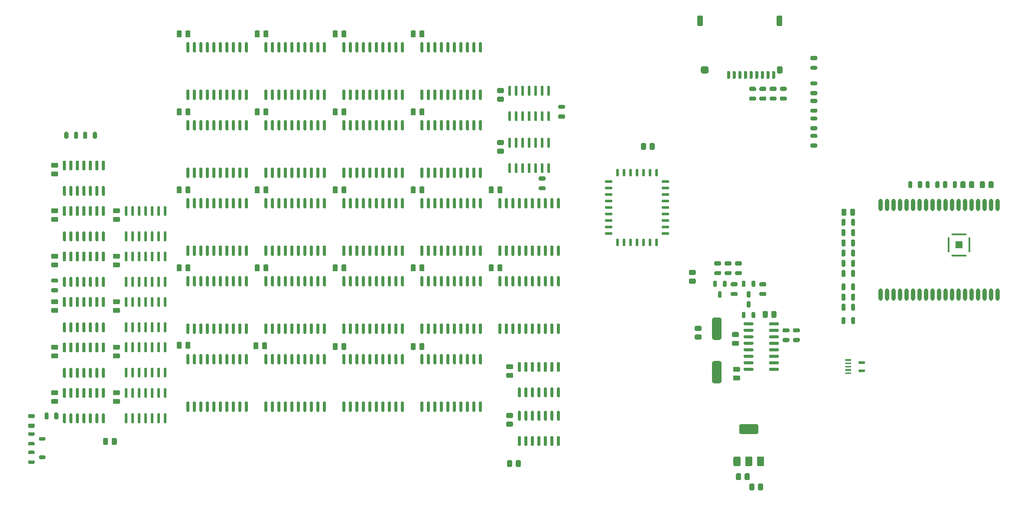
<source format=gtp>
G04 #@! TF.GenerationSoftware,KiCad,Pcbnew,(5.1.10-1-10_14)*
G04 #@! TF.CreationDate,2022-01-14T08:56:19-05:00*
G04 #@! TF.ProjectId,NuBus-ESP32,4e754275-732d-4455-9350-33322e6b6963,rev?*
G04 #@! TF.SameCoordinates,Original*
G04 #@! TF.FileFunction,Paste,Top*
G04 #@! TF.FilePolarity,Positive*
%FSLAX46Y46*%
G04 Gerber Fmt 4.6, Leading zero omitted, Abs format (unit mm)*
G04 Created by KiCad (PCBNEW (5.1.10-1-10_14)) date 2022-01-14 08:56:19*
%MOMM*%
%LPD*%
G01*
G04 APERTURE LIST*
%ADD10O,0.800000X2.400000*%
%ADD11R,0.400000X2.900000*%
%ADD12R,2.900000X0.400000*%
%ADD13R,1.400000X1.400000*%
G04 APERTURE END LIST*
G36*
G01*
X165235000Y-129203000D02*
X165235000Y-128353000D01*
G75*
G02*
X165485000Y-128103000I250000J0D01*
G01*
X165985000Y-128103000D01*
G75*
G02*
X166235000Y-128353000I0J-250000D01*
G01*
X166235000Y-129203000D01*
G75*
G02*
X165985000Y-129453000I-250000J0D01*
G01*
X165485000Y-129453000D01*
G75*
G02*
X165235000Y-129203000I0J250000D01*
G01*
G37*
G36*
G01*
X166935000Y-129203000D02*
X166935000Y-128353000D01*
G75*
G02*
X167185000Y-128103000I250000J0D01*
G01*
X167685000Y-128103000D01*
G75*
G02*
X167935000Y-128353000I0J-250000D01*
G01*
X167935000Y-129203000D01*
G75*
G02*
X167685000Y-129453000I-250000J0D01*
G01*
X167185000Y-129453000D01*
G75*
G02*
X166935000Y-129203000I0J250000D01*
G01*
G37*
D10*
X261048500Y-95745000D03*
X259778500Y-95745000D03*
X258508500Y-95745000D03*
X257238500Y-95745000D03*
X255968500Y-95745000D03*
X254698500Y-95745000D03*
X253428500Y-95745000D03*
X252158500Y-95745000D03*
X250888500Y-95745000D03*
X249618500Y-95745000D03*
X248348500Y-95745000D03*
X247078500Y-95745000D03*
X245808500Y-95745000D03*
X244538500Y-95745000D03*
X243268500Y-95745000D03*
X241998500Y-95745000D03*
X240728500Y-95745000D03*
X239458500Y-95745000D03*
X238188500Y-95745000D03*
X238188500Y-78245000D03*
X239458500Y-78245000D03*
X240728500Y-78245000D03*
X241998500Y-78245000D03*
X243268500Y-78245000D03*
X244538500Y-78245000D03*
X245808500Y-78245000D03*
X247078500Y-78245000D03*
X248348500Y-78245000D03*
X249618500Y-78245000D03*
X250888500Y-78245000D03*
X252158500Y-78245000D03*
X253428500Y-78245000D03*
X254698500Y-78245000D03*
X255968500Y-78245000D03*
X257238500Y-78245000D03*
X258508500Y-78245000D03*
X259778500Y-78245000D03*
X261048500Y-78245000D03*
D11*
X255550500Y-85995000D03*
D12*
X253518500Y-83963000D03*
D11*
X251486500Y-85995000D03*
D12*
X253518500Y-88154000D03*
D13*
X253518500Y-85995000D03*
G36*
G01*
X225646000Y-63646000D02*
X224696000Y-63646000D01*
G75*
G02*
X224496000Y-63446000I0J200000D01*
G01*
X224496000Y-63046000D01*
G75*
G02*
X224696000Y-62846000I200000J0D01*
G01*
X225646000Y-62846000D01*
G75*
G02*
X225846000Y-63046000I0J-200000D01*
G01*
X225846000Y-63446000D01*
G75*
G02*
X225646000Y-63646000I-200000J0D01*
G01*
G37*
G36*
G01*
X225646000Y-61746000D02*
X224696000Y-61746000D01*
G75*
G02*
X224496000Y-61546000I0J200000D01*
G01*
X224496000Y-61146000D01*
G75*
G02*
X224696000Y-60946000I200000J0D01*
G01*
X225646000Y-60946000D01*
G75*
G02*
X225846000Y-61146000I0J-200000D01*
G01*
X225846000Y-61546000D01*
G75*
G02*
X225646000Y-61746000I-200000J0D01*
G01*
G37*
G36*
G01*
X230550000Y-82125000D02*
X230550000Y-81175000D01*
G75*
G02*
X230750000Y-80975000I200000J0D01*
G01*
X231150000Y-80975000D01*
G75*
G02*
X231350000Y-81175000I0J-200000D01*
G01*
X231350000Y-82125000D01*
G75*
G02*
X231150000Y-82325000I-200000J0D01*
G01*
X230750000Y-82325000D01*
G75*
G02*
X230550000Y-82125000I0J200000D01*
G01*
G37*
G36*
G01*
X232450000Y-82125000D02*
X232450000Y-81175000D01*
G75*
G02*
X232650000Y-80975000I200000J0D01*
G01*
X233050000Y-80975000D01*
G75*
G02*
X233250000Y-81175000I0J-200000D01*
G01*
X233250000Y-82125000D01*
G75*
G02*
X233050000Y-82325000I-200000J0D01*
G01*
X232650000Y-82325000D01*
G75*
G02*
X232450000Y-82125000I0J200000D01*
G01*
G37*
G36*
G01*
X233250000Y-100375000D02*
X233250000Y-101325000D01*
G75*
G02*
X233050000Y-101525000I-200000J0D01*
G01*
X232650000Y-101525000D01*
G75*
G02*
X232450000Y-101325000I0J200000D01*
G01*
X232450000Y-100375000D01*
G75*
G02*
X232650000Y-100175000I200000J0D01*
G01*
X233050000Y-100175000D01*
G75*
G02*
X233250000Y-100375000I0J-200000D01*
G01*
G37*
G36*
G01*
X231350000Y-100375000D02*
X231350000Y-101325000D01*
G75*
G02*
X231150000Y-101525000I-200000J0D01*
G01*
X230750000Y-101525000D01*
G75*
G02*
X230550000Y-101325000I0J200000D01*
G01*
X230550000Y-100375000D01*
G75*
G02*
X230750000Y-100175000I200000J0D01*
G01*
X231150000Y-100175000D01*
G75*
G02*
X231350000Y-100375000I0J-200000D01*
G01*
G37*
G36*
G01*
X233250000Y-95775000D02*
X233250000Y-96725000D01*
G75*
G02*
X233050000Y-96925000I-200000J0D01*
G01*
X232650000Y-96925000D01*
G75*
G02*
X232450000Y-96725000I0J200000D01*
G01*
X232450000Y-95775000D01*
G75*
G02*
X232650000Y-95575000I200000J0D01*
G01*
X233050000Y-95575000D01*
G75*
G02*
X233250000Y-95775000I0J-200000D01*
G01*
G37*
G36*
G01*
X231350000Y-95775000D02*
X231350000Y-96725000D01*
G75*
G02*
X231150000Y-96925000I-200000J0D01*
G01*
X230750000Y-96925000D01*
G75*
G02*
X230550000Y-96725000I0J200000D01*
G01*
X230550000Y-95775000D01*
G75*
G02*
X230750000Y-95575000I200000J0D01*
G01*
X231150000Y-95575000D01*
G75*
G02*
X231350000Y-95775000I0J-200000D01*
G01*
G37*
G36*
G01*
X231350000Y-97775000D02*
X231350000Y-98725000D01*
G75*
G02*
X231150000Y-98925000I-200000J0D01*
G01*
X230750000Y-98925000D01*
G75*
G02*
X230550000Y-98725000I0J200000D01*
G01*
X230550000Y-97775000D01*
G75*
G02*
X230750000Y-97575000I200000J0D01*
G01*
X231150000Y-97575000D01*
G75*
G02*
X231350000Y-97775000I0J-200000D01*
G01*
G37*
G36*
G01*
X233250000Y-97775000D02*
X233250000Y-98725000D01*
G75*
G02*
X233050000Y-98925000I-200000J0D01*
G01*
X232650000Y-98925000D01*
G75*
G02*
X232450000Y-98725000I0J200000D01*
G01*
X232450000Y-97775000D01*
G75*
G02*
X232650000Y-97575000I200000J0D01*
G01*
X233050000Y-97575000D01*
G75*
G02*
X233250000Y-97775000I0J-200000D01*
G01*
G37*
G36*
G01*
X190352000Y-72477500D02*
X190352000Y-71327500D01*
G75*
G02*
X190489500Y-71190000I137500J0D01*
G01*
X190764500Y-71190000D01*
G75*
G02*
X190902000Y-71327500I0J-137500D01*
G01*
X190902000Y-72477500D01*
G75*
G02*
X190764500Y-72615000I-137500J0D01*
G01*
X190489500Y-72615000D01*
G75*
G02*
X190352000Y-72477500I0J137500D01*
G01*
G37*
G36*
G01*
X189082000Y-72477500D02*
X189082000Y-71327500D01*
G75*
G02*
X189219500Y-71190000I137500J0D01*
G01*
X189494500Y-71190000D01*
G75*
G02*
X189632000Y-71327500I0J-137500D01*
G01*
X189632000Y-72477500D01*
G75*
G02*
X189494500Y-72615000I-137500J0D01*
G01*
X189219500Y-72615000D01*
G75*
G02*
X189082000Y-72477500I0J137500D01*
G01*
G37*
G36*
G01*
X187812000Y-72477500D02*
X187812000Y-71327500D01*
G75*
G02*
X187949500Y-71190000I137500J0D01*
G01*
X188224500Y-71190000D01*
G75*
G02*
X188362000Y-71327500I0J-137500D01*
G01*
X188362000Y-72477500D01*
G75*
G02*
X188224500Y-72615000I-137500J0D01*
G01*
X187949500Y-72615000D01*
G75*
G02*
X187812000Y-72477500I0J137500D01*
G01*
G37*
G36*
G01*
X186542000Y-72477500D02*
X186542000Y-71327500D01*
G75*
G02*
X186679500Y-71190000I137500J0D01*
G01*
X186954500Y-71190000D01*
G75*
G02*
X187092000Y-71327500I0J-137500D01*
G01*
X187092000Y-72477500D01*
G75*
G02*
X186954500Y-72615000I-137500J0D01*
G01*
X186679500Y-72615000D01*
G75*
G02*
X186542000Y-72477500I0J137500D01*
G01*
G37*
G36*
G01*
X184352000Y-73797500D02*
X184352000Y-73522500D01*
G75*
G02*
X184489500Y-73385000I137500J0D01*
G01*
X185639500Y-73385000D01*
G75*
G02*
X185777000Y-73522500I0J-137500D01*
G01*
X185777000Y-73797500D01*
G75*
G02*
X185639500Y-73935000I-137500J0D01*
G01*
X184489500Y-73935000D01*
G75*
G02*
X184352000Y-73797500I0J137500D01*
G01*
G37*
G36*
G01*
X184352000Y-75067500D02*
X184352000Y-74792500D01*
G75*
G02*
X184489500Y-74655000I137500J0D01*
G01*
X185639500Y-74655000D01*
G75*
G02*
X185777000Y-74792500I0J-137500D01*
G01*
X185777000Y-75067500D01*
G75*
G02*
X185639500Y-75205000I-137500J0D01*
G01*
X184489500Y-75205000D01*
G75*
G02*
X184352000Y-75067500I0J137500D01*
G01*
G37*
G36*
G01*
X184352000Y-76337500D02*
X184352000Y-76062500D01*
G75*
G02*
X184489500Y-75925000I137500J0D01*
G01*
X185639500Y-75925000D01*
G75*
G02*
X185777000Y-76062500I0J-137500D01*
G01*
X185777000Y-76337500D01*
G75*
G02*
X185639500Y-76475000I-137500J0D01*
G01*
X184489500Y-76475000D01*
G75*
G02*
X184352000Y-76337500I0J137500D01*
G01*
G37*
G36*
G01*
X184352000Y-77607500D02*
X184352000Y-77332500D01*
G75*
G02*
X184489500Y-77195000I137500J0D01*
G01*
X185639500Y-77195000D01*
G75*
G02*
X185777000Y-77332500I0J-137500D01*
G01*
X185777000Y-77607500D01*
G75*
G02*
X185639500Y-77745000I-137500J0D01*
G01*
X184489500Y-77745000D01*
G75*
G02*
X184352000Y-77607500I0J137500D01*
G01*
G37*
G36*
G01*
X184352000Y-78877500D02*
X184352000Y-78602500D01*
G75*
G02*
X184489500Y-78465000I137500J0D01*
G01*
X185639500Y-78465000D01*
G75*
G02*
X185777000Y-78602500I0J-137500D01*
G01*
X185777000Y-78877500D01*
G75*
G02*
X185639500Y-79015000I-137500J0D01*
G01*
X184489500Y-79015000D01*
G75*
G02*
X184352000Y-78877500I0J137500D01*
G01*
G37*
G36*
G01*
X184352000Y-80147500D02*
X184352000Y-79872500D01*
G75*
G02*
X184489500Y-79735000I137500J0D01*
G01*
X185639500Y-79735000D01*
G75*
G02*
X185777000Y-79872500I0J-137500D01*
G01*
X185777000Y-80147500D01*
G75*
G02*
X185639500Y-80285000I-137500J0D01*
G01*
X184489500Y-80285000D01*
G75*
G02*
X184352000Y-80147500I0J137500D01*
G01*
G37*
G36*
G01*
X184352000Y-81417500D02*
X184352000Y-81142500D01*
G75*
G02*
X184489500Y-81005000I137500J0D01*
G01*
X185639500Y-81005000D01*
G75*
G02*
X185777000Y-81142500I0J-137500D01*
G01*
X185777000Y-81417500D01*
G75*
G02*
X185639500Y-81555000I-137500J0D01*
G01*
X184489500Y-81555000D01*
G75*
G02*
X184352000Y-81417500I0J137500D01*
G01*
G37*
G36*
G01*
X184352000Y-82687500D02*
X184352000Y-82412500D01*
G75*
G02*
X184489500Y-82275000I137500J0D01*
G01*
X185639500Y-82275000D01*
G75*
G02*
X185777000Y-82412500I0J-137500D01*
G01*
X185777000Y-82687500D01*
G75*
G02*
X185639500Y-82825000I-137500J0D01*
G01*
X184489500Y-82825000D01*
G75*
G02*
X184352000Y-82687500I0J137500D01*
G01*
G37*
G36*
G01*
X184352000Y-83957500D02*
X184352000Y-83682500D01*
G75*
G02*
X184489500Y-83545000I137500J0D01*
G01*
X185639500Y-83545000D01*
G75*
G02*
X185777000Y-83682500I0J-137500D01*
G01*
X185777000Y-83957500D01*
G75*
G02*
X185639500Y-84095000I-137500J0D01*
G01*
X184489500Y-84095000D01*
G75*
G02*
X184352000Y-83957500I0J137500D01*
G01*
G37*
G36*
G01*
X186542000Y-86152500D02*
X186542000Y-85002500D01*
G75*
G02*
X186679500Y-84865000I137500J0D01*
G01*
X186954500Y-84865000D01*
G75*
G02*
X187092000Y-85002500I0J-137500D01*
G01*
X187092000Y-86152500D01*
G75*
G02*
X186954500Y-86290000I-137500J0D01*
G01*
X186679500Y-86290000D01*
G75*
G02*
X186542000Y-86152500I0J137500D01*
G01*
G37*
G36*
G01*
X187812000Y-86152500D02*
X187812000Y-85002500D01*
G75*
G02*
X187949500Y-84865000I137500J0D01*
G01*
X188224500Y-84865000D01*
G75*
G02*
X188362000Y-85002500I0J-137500D01*
G01*
X188362000Y-86152500D01*
G75*
G02*
X188224500Y-86290000I-137500J0D01*
G01*
X187949500Y-86290000D01*
G75*
G02*
X187812000Y-86152500I0J137500D01*
G01*
G37*
G36*
G01*
X189082000Y-86152500D02*
X189082000Y-85002500D01*
G75*
G02*
X189219500Y-84865000I137500J0D01*
G01*
X189494500Y-84865000D01*
G75*
G02*
X189632000Y-85002500I0J-137500D01*
G01*
X189632000Y-86152500D01*
G75*
G02*
X189494500Y-86290000I-137500J0D01*
G01*
X189219500Y-86290000D01*
G75*
G02*
X189082000Y-86152500I0J137500D01*
G01*
G37*
G36*
G01*
X190352000Y-86152500D02*
X190352000Y-85002500D01*
G75*
G02*
X190489500Y-84865000I137500J0D01*
G01*
X190764500Y-84865000D01*
G75*
G02*
X190902000Y-85002500I0J-137500D01*
G01*
X190902000Y-86152500D01*
G75*
G02*
X190764500Y-86290000I-137500J0D01*
G01*
X190489500Y-86290000D01*
G75*
G02*
X190352000Y-86152500I0J137500D01*
G01*
G37*
G36*
G01*
X191622000Y-86152500D02*
X191622000Y-85002500D01*
G75*
G02*
X191759500Y-84865000I137500J0D01*
G01*
X192034500Y-84865000D01*
G75*
G02*
X192172000Y-85002500I0J-137500D01*
G01*
X192172000Y-86152500D01*
G75*
G02*
X192034500Y-86290000I-137500J0D01*
G01*
X191759500Y-86290000D01*
G75*
G02*
X191622000Y-86152500I0J137500D01*
G01*
G37*
G36*
G01*
X192892000Y-86152500D02*
X192892000Y-85002500D01*
G75*
G02*
X193029500Y-84865000I137500J0D01*
G01*
X193304500Y-84865000D01*
G75*
G02*
X193442000Y-85002500I0J-137500D01*
G01*
X193442000Y-86152500D01*
G75*
G02*
X193304500Y-86290000I-137500J0D01*
G01*
X193029500Y-86290000D01*
G75*
G02*
X192892000Y-86152500I0J137500D01*
G01*
G37*
G36*
G01*
X194162000Y-86152500D02*
X194162000Y-85002500D01*
G75*
G02*
X194299500Y-84865000I137500J0D01*
G01*
X194574500Y-84865000D01*
G75*
G02*
X194712000Y-85002500I0J-137500D01*
G01*
X194712000Y-86152500D01*
G75*
G02*
X194574500Y-86290000I-137500J0D01*
G01*
X194299500Y-86290000D01*
G75*
G02*
X194162000Y-86152500I0J137500D01*
G01*
G37*
G36*
G01*
X195477000Y-83957500D02*
X195477000Y-83682500D01*
G75*
G02*
X195614500Y-83545000I137500J0D01*
G01*
X196764500Y-83545000D01*
G75*
G02*
X196902000Y-83682500I0J-137500D01*
G01*
X196902000Y-83957500D01*
G75*
G02*
X196764500Y-84095000I-137500J0D01*
G01*
X195614500Y-84095000D01*
G75*
G02*
X195477000Y-83957500I0J137500D01*
G01*
G37*
G36*
G01*
X195477000Y-82687500D02*
X195477000Y-82412500D01*
G75*
G02*
X195614500Y-82275000I137500J0D01*
G01*
X196764500Y-82275000D01*
G75*
G02*
X196902000Y-82412500I0J-137500D01*
G01*
X196902000Y-82687500D01*
G75*
G02*
X196764500Y-82825000I-137500J0D01*
G01*
X195614500Y-82825000D01*
G75*
G02*
X195477000Y-82687500I0J137500D01*
G01*
G37*
G36*
G01*
X195477000Y-81417500D02*
X195477000Y-81142500D01*
G75*
G02*
X195614500Y-81005000I137500J0D01*
G01*
X196764500Y-81005000D01*
G75*
G02*
X196902000Y-81142500I0J-137500D01*
G01*
X196902000Y-81417500D01*
G75*
G02*
X196764500Y-81555000I-137500J0D01*
G01*
X195614500Y-81555000D01*
G75*
G02*
X195477000Y-81417500I0J137500D01*
G01*
G37*
G36*
G01*
X195477000Y-80147500D02*
X195477000Y-79872500D01*
G75*
G02*
X195614500Y-79735000I137500J0D01*
G01*
X196764500Y-79735000D01*
G75*
G02*
X196902000Y-79872500I0J-137500D01*
G01*
X196902000Y-80147500D01*
G75*
G02*
X196764500Y-80285000I-137500J0D01*
G01*
X195614500Y-80285000D01*
G75*
G02*
X195477000Y-80147500I0J137500D01*
G01*
G37*
G36*
G01*
X195477000Y-78877500D02*
X195477000Y-78602500D01*
G75*
G02*
X195614500Y-78465000I137500J0D01*
G01*
X196764500Y-78465000D01*
G75*
G02*
X196902000Y-78602500I0J-137500D01*
G01*
X196902000Y-78877500D01*
G75*
G02*
X196764500Y-79015000I-137500J0D01*
G01*
X195614500Y-79015000D01*
G75*
G02*
X195477000Y-78877500I0J137500D01*
G01*
G37*
G36*
G01*
X195477000Y-77607500D02*
X195477000Y-77332500D01*
G75*
G02*
X195614500Y-77195000I137500J0D01*
G01*
X196764500Y-77195000D01*
G75*
G02*
X196902000Y-77332500I0J-137500D01*
G01*
X196902000Y-77607500D01*
G75*
G02*
X196764500Y-77745000I-137500J0D01*
G01*
X195614500Y-77745000D01*
G75*
G02*
X195477000Y-77607500I0J137500D01*
G01*
G37*
G36*
G01*
X195477000Y-76337500D02*
X195477000Y-76062500D01*
G75*
G02*
X195614500Y-75925000I137500J0D01*
G01*
X196764500Y-75925000D01*
G75*
G02*
X196902000Y-76062500I0J-137500D01*
G01*
X196902000Y-76337500D01*
G75*
G02*
X196764500Y-76475000I-137500J0D01*
G01*
X195614500Y-76475000D01*
G75*
G02*
X195477000Y-76337500I0J137500D01*
G01*
G37*
G36*
G01*
X195477000Y-75067500D02*
X195477000Y-74792500D01*
G75*
G02*
X195614500Y-74655000I137500J0D01*
G01*
X196764500Y-74655000D01*
G75*
G02*
X196902000Y-74792500I0J-137500D01*
G01*
X196902000Y-75067500D01*
G75*
G02*
X196764500Y-75205000I-137500J0D01*
G01*
X195614500Y-75205000D01*
G75*
G02*
X195477000Y-75067500I0J137500D01*
G01*
G37*
G36*
G01*
X195477000Y-73797500D02*
X195477000Y-73522500D01*
G75*
G02*
X195614500Y-73385000I137500J0D01*
G01*
X196764500Y-73385000D01*
G75*
G02*
X196902000Y-73522500I0J-137500D01*
G01*
X196902000Y-73797500D01*
G75*
G02*
X196764500Y-73935000I-137500J0D01*
G01*
X195614500Y-73935000D01*
G75*
G02*
X195477000Y-73797500I0J137500D01*
G01*
G37*
G36*
G01*
X194162000Y-72477500D02*
X194162000Y-71327500D01*
G75*
G02*
X194299500Y-71190000I137500J0D01*
G01*
X194574500Y-71190000D01*
G75*
G02*
X194712000Y-71327500I0J-137500D01*
G01*
X194712000Y-72477500D01*
G75*
G02*
X194574500Y-72615000I-137500J0D01*
G01*
X194299500Y-72615000D01*
G75*
G02*
X194162000Y-72477500I0J137500D01*
G01*
G37*
G36*
G01*
X192892000Y-72477500D02*
X192892000Y-71327500D01*
G75*
G02*
X193029500Y-71190000I137500J0D01*
G01*
X193304500Y-71190000D01*
G75*
G02*
X193442000Y-71327500I0J-137500D01*
G01*
X193442000Y-72477500D01*
G75*
G02*
X193304500Y-72615000I-137500J0D01*
G01*
X193029500Y-72615000D01*
G75*
G02*
X192892000Y-72477500I0J137500D01*
G01*
G37*
G36*
G01*
X191622000Y-72477500D02*
X191622000Y-71327500D01*
G75*
G02*
X191759500Y-71190000I137500J0D01*
G01*
X192034500Y-71190000D01*
G75*
G02*
X192172000Y-71327500I0J-137500D01*
G01*
X192172000Y-72477500D01*
G75*
G02*
X192034500Y-72615000I-137500J0D01*
G01*
X191759500Y-72615000D01*
G75*
G02*
X191622000Y-72477500I0J137500D01*
G01*
G37*
G36*
G01*
X202140000Y-103562000D02*
X202990000Y-103562000D01*
G75*
G02*
X203240000Y-103812000I0J-250000D01*
G01*
X203240000Y-104312000D01*
G75*
G02*
X202990000Y-104562000I-250000J0D01*
G01*
X202140000Y-104562000D01*
G75*
G02*
X201890000Y-104312000I0J250000D01*
G01*
X201890000Y-103812000D01*
G75*
G02*
X202140000Y-103562000I250000J0D01*
G01*
G37*
G36*
G01*
X202140000Y-101862000D02*
X202990000Y-101862000D01*
G75*
G02*
X203240000Y-102112000I0J-250000D01*
G01*
X203240000Y-102612000D01*
G75*
G02*
X202990000Y-102862000I-250000J0D01*
G01*
X202140000Y-102862000D01*
G75*
G02*
X201890000Y-102612000I0J250000D01*
G01*
X201890000Y-102112000D01*
G75*
G02*
X202140000Y-101862000I250000J0D01*
G01*
G37*
G36*
G01*
X216160500Y-99206500D02*
X216160500Y-100056500D01*
G75*
G02*
X215910500Y-100306500I-250000J0D01*
G01*
X215410500Y-100306500D01*
G75*
G02*
X215160500Y-100056500I0J250000D01*
G01*
X215160500Y-99206500D01*
G75*
G02*
X215410500Y-98956500I250000J0D01*
G01*
X215910500Y-98956500D01*
G75*
G02*
X216160500Y-99206500I0J-250000D01*
G01*
G37*
G36*
G01*
X217860500Y-99206500D02*
X217860500Y-100056500D01*
G75*
G02*
X217610500Y-100306500I-250000J0D01*
G01*
X217110500Y-100306500D01*
G75*
G02*
X216860500Y-100056500I0J250000D01*
G01*
X216860500Y-99206500D01*
G75*
G02*
X217110500Y-98956500I250000J0D01*
G01*
X217610500Y-98956500D01*
G75*
G02*
X217860500Y-99206500I0J-250000D01*
G01*
G37*
G36*
G01*
X216409000Y-101610500D02*
X216409000Y-101335500D01*
G75*
G02*
X216546500Y-101198000I137500J0D01*
G01*
X218171500Y-101198000D01*
G75*
G02*
X218309000Y-101335500I0J-137500D01*
G01*
X218309000Y-101610500D01*
G75*
G02*
X218171500Y-101748000I-137500J0D01*
G01*
X216546500Y-101748000D01*
G75*
G02*
X216409000Y-101610500I0J137500D01*
G01*
G37*
G36*
G01*
X216409000Y-102880500D02*
X216409000Y-102605500D01*
G75*
G02*
X216546500Y-102468000I137500J0D01*
G01*
X218171500Y-102468000D01*
G75*
G02*
X218309000Y-102605500I0J-137500D01*
G01*
X218309000Y-102880500D01*
G75*
G02*
X218171500Y-103018000I-137500J0D01*
G01*
X216546500Y-103018000D01*
G75*
G02*
X216409000Y-102880500I0J137500D01*
G01*
G37*
G36*
G01*
X216409000Y-104150500D02*
X216409000Y-103875500D01*
G75*
G02*
X216546500Y-103738000I137500J0D01*
G01*
X218171500Y-103738000D01*
G75*
G02*
X218309000Y-103875500I0J-137500D01*
G01*
X218309000Y-104150500D01*
G75*
G02*
X218171500Y-104288000I-137500J0D01*
G01*
X216546500Y-104288000D01*
G75*
G02*
X216409000Y-104150500I0J137500D01*
G01*
G37*
G36*
G01*
X216409000Y-105420500D02*
X216409000Y-105145500D01*
G75*
G02*
X216546500Y-105008000I137500J0D01*
G01*
X218171500Y-105008000D01*
G75*
G02*
X218309000Y-105145500I0J-137500D01*
G01*
X218309000Y-105420500D01*
G75*
G02*
X218171500Y-105558000I-137500J0D01*
G01*
X216546500Y-105558000D01*
G75*
G02*
X216409000Y-105420500I0J137500D01*
G01*
G37*
G36*
G01*
X216409000Y-106690500D02*
X216409000Y-106415500D01*
G75*
G02*
X216546500Y-106278000I137500J0D01*
G01*
X218171500Y-106278000D01*
G75*
G02*
X218309000Y-106415500I0J-137500D01*
G01*
X218309000Y-106690500D01*
G75*
G02*
X218171500Y-106828000I-137500J0D01*
G01*
X216546500Y-106828000D01*
G75*
G02*
X216409000Y-106690500I0J137500D01*
G01*
G37*
G36*
G01*
X216409000Y-107960500D02*
X216409000Y-107685500D01*
G75*
G02*
X216546500Y-107548000I137500J0D01*
G01*
X218171500Y-107548000D01*
G75*
G02*
X218309000Y-107685500I0J-137500D01*
G01*
X218309000Y-107960500D01*
G75*
G02*
X218171500Y-108098000I-137500J0D01*
G01*
X216546500Y-108098000D01*
G75*
G02*
X216409000Y-107960500I0J137500D01*
G01*
G37*
G36*
G01*
X216409000Y-109230500D02*
X216409000Y-108955500D01*
G75*
G02*
X216546500Y-108818000I137500J0D01*
G01*
X218171500Y-108818000D01*
G75*
G02*
X218309000Y-108955500I0J-137500D01*
G01*
X218309000Y-109230500D01*
G75*
G02*
X218171500Y-109368000I-137500J0D01*
G01*
X216546500Y-109368000D01*
G75*
G02*
X216409000Y-109230500I0J137500D01*
G01*
G37*
G36*
G01*
X216409000Y-110500500D02*
X216409000Y-110225500D01*
G75*
G02*
X216546500Y-110088000I137500J0D01*
G01*
X218171500Y-110088000D01*
G75*
G02*
X218309000Y-110225500I0J-137500D01*
G01*
X218309000Y-110500500D01*
G75*
G02*
X218171500Y-110638000I-137500J0D01*
G01*
X216546500Y-110638000D01*
G75*
G02*
X216409000Y-110500500I0J137500D01*
G01*
G37*
G36*
G01*
X211459000Y-110500500D02*
X211459000Y-110225500D01*
G75*
G02*
X211596500Y-110088000I137500J0D01*
G01*
X213221500Y-110088000D01*
G75*
G02*
X213359000Y-110225500I0J-137500D01*
G01*
X213359000Y-110500500D01*
G75*
G02*
X213221500Y-110638000I-137500J0D01*
G01*
X211596500Y-110638000D01*
G75*
G02*
X211459000Y-110500500I0J137500D01*
G01*
G37*
G36*
G01*
X211459000Y-109230500D02*
X211459000Y-108955500D01*
G75*
G02*
X211596500Y-108818000I137500J0D01*
G01*
X213221500Y-108818000D01*
G75*
G02*
X213359000Y-108955500I0J-137500D01*
G01*
X213359000Y-109230500D01*
G75*
G02*
X213221500Y-109368000I-137500J0D01*
G01*
X211596500Y-109368000D01*
G75*
G02*
X211459000Y-109230500I0J137500D01*
G01*
G37*
G36*
G01*
X211459000Y-107960500D02*
X211459000Y-107685500D01*
G75*
G02*
X211596500Y-107548000I137500J0D01*
G01*
X213221500Y-107548000D01*
G75*
G02*
X213359000Y-107685500I0J-137500D01*
G01*
X213359000Y-107960500D01*
G75*
G02*
X213221500Y-108098000I-137500J0D01*
G01*
X211596500Y-108098000D01*
G75*
G02*
X211459000Y-107960500I0J137500D01*
G01*
G37*
G36*
G01*
X211459000Y-106690500D02*
X211459000Y-106415500D01*
G75*
G02*
X211596500Y-106278000I137500J0D01*
G01*
X213221500Y-106278000D01*
G75*
G02*
X213359000Y-106415500I0J-137500D01*
G01*
X213359000Y-106690500D01*
G75*
G02*
X213221500Y-106828000I-137500J0D01*
G01*
X211596500Y-106828000D01*
G75*
G02*
X211459000Y-106690500I0J137500D01*
G01*
G37*
G36*
G01*
X211459000Y-105420500D02*
X211459000Y-105145500D01*
G75*
G02*
X211596500Y-105008000I137500J0D01*
G01*
X213221500Y-105008000D01*
G75*
G02*
X213359000Y-105145500I0J-137500D01*
G01*
X213359000Y-105420500D01*
G75*
G02*
X213221500Y-105558000I-137500J0D01*
G01*
X211596500Y-105558000D01*
G75*
G02*
X211459000Y-105420500I0J137500D01*
G01*
G37*
G36*
G01*
X211459000Y-104150500D02*
X211459000Y-103875500D01*
G75*
G02*
X211596500Y-103738000I137500J0D01*
G01*
X213221500Y-103738000D01*
G75*
G02*
X213359000Y-103875500I0J-137500D01*
G01*
X213359000Y-104150500D01*
G75*
G02*
X213221500Y-104288000I-137500J0D01*
G01*
X211596500Y-104288000D01*
G75*
G02*
X211459000Y-104150500I0J137500D01*
G01*
G37*
G36*
G01*
X211459000Y-102880500D02*
X211459000Y-102605500D01*
G75*
G02*
X211596500Y-102468000I137500J0D01*
G01*
X213221500Y-102468000D01*
G75*
G02*
X213359000Y-102605500I0J-137500D01*
G01*
X213359000Y-102880500D01*
G75*
G02*
X213221500Y-103018000I-137500J0D01*
G01*
X211596500Y-103018000D01*
G75*
G02*
X211459000Y-102880500I0J137500D01*
G01*
G37*
G36*
G01*
X211459000Y-101610500D02*
X211459000Y-101335500D01*
G75*
G02*
X211596500Y-101198000I137500J0D01*
G01*
X213221500Y-101198000D01*
G75*
G02*
X213359000Y-101335500I0J-137500D01*
G01*
X213359000Y-101610500D01*
G75*
G02*
X213221500Y-101748000I-137500J0D01*
G01*
X211596500Y-101748000D01*
G75*
G02*
X211459000Y-101610500I0J137500D01*
G01*
G37*
G36*
G01*
X76410000Y-69985000D02*
X77260000Y-69985000D01*
G75*
G02*
X77510000Y-70235000I0J-250000D01*
G01*
X77510000Y-70735000D01*
G75*
G02*
X77260000Y-70985000I-250000J0D01*
G01*
X76410000Y-70985000D01*
G75*
G02*
X76160000Y-70735000I0J250000D01*
G01*
X76160000Y-70235000D01*
G75*
G02*
X76410000Y-69985000I250000J0D01*
G01*
G37*
G36*
G01*
X76410000Y-71685000D02*
X77260000Y-71685000D01*
G75*
G02*
X77510000Y-71935000I0J-250000D01*
G01*
X77510000Y-72435000D01*
G75*
G02*
X77260000Y-72685000I-250000J0D01*
G01*
X76410000Y-72685000D01*
G75*
G02*
X76160000Y-72435000I0J250000D01*
G01*
X76160000Y-71935000D01*
G75*
G02*
X76410000Y-71685000I250000J0D01*
G01*
G37*
G36*
G01*
X172857500Y-115820000D02*
X172582500Y-115820000D01*
G75*
G02*
X172445000Y-115682500I0J137500D01*
G01*
X172445000Y-114057500D01*
G75*
G02*
X172582500Y-113920000I137500J0D01*
G01*
X172857500Y-113920000D01*
G75*
G02*
X172995000Y-114057500I0J-137500D01*
G01*
X172995000Y-115682500D01*
G75*
G02*
X172857500Y-115820000I-137500J0D01*
G01*
G37*
G36*
G01*
X170317500Y-115820000D02*
X170042500Y-115820000D01*
G75*
G02*
X169905000Y-115682500I0J137500D01*
G01*
X169905000Y-114057500D01*
G75*
G02*
X170042500Y-113920000I137500J0D01*
G01*
X170317500Y-113920000D01*
G75*
G02*
X170455000Y-114057500I0J-137500D01*
G01*
X170455000Y-115682500D01*
G75*
G02*
X170317500Y-115820000I-137500J0D01*
G01*
G37*
G36*
G01*
X171587500Y-115820000D02*
X171312500Y-115820000D01*
G75*
G02*
X171175000Y-115682500I0J137500D01*
G01*
X171175000Y-114057500D01*
G75*
G02*
X171312500Y-113920000I137500J0D01*
G01*
X171587500Y-113920000D01*
G75*
G02*
X171725000Y-114057500I0J-137500D01*
G01*
X171725000Y-115682500D01*
G75*
G02*
X171587500Y-115820000I-137500J0D01*
G01*
G37*
G36*
G01*
X167777500Y-115820000D02*
X167502500Y-115820000D01*
G75*
G02*
X167365000Y-115682500I0J137500D01*
G01*
X167365000Y-114057500D01*
G75*
G02*
X167502500Y-113920000I137500J0D01*
G01*
X167777500Y-113920000D01*
G75*
G02*
X167915000Y-114057500I0J-137500D01*
G01*
X167915000Y-115682500D01*
G75*
G02*
X167777500Y-115820000I-137500J0D01*
G01*
G37*
G36*
G01*
X169047500Y-115820000D02*
X168772500Y-115820000D01*
G75*
G02*
X168635000Y-115682500I0J137500D01*
G01*
X168635000Y-114057500D01*
G75*
G02*
X168772500Y-113920000I137500J0D01*
G01*
X169047500Y-113920000D01*
G75*
G02*
X169185000Y-114057500I0J-137500D01*
G01*
X169185000Y-115682500D01*
G75*
G02*
X169047500Y-115820000I-137500J0D01*
G01*
G37*
G36*
G01*
X171587500Y-110870000D02*
X171312500Y-110870000D01*
G75*
G02*
X171175000Y-110732500I0J137500D01*
G01*
X171175000Y-109107500D01*
G75*
G02*
X171312500Y-108970000I137500J0D01*
G01*
X171587500Y-108970000D01*
G75*
G02*
X171725000Y-109107500I0J-137500D01*
G01*
X171725000Y-110732500D01*
G75*
G02*
X171587500Y-110870000I-137500J0D01*
G01*
G37*
G36*
G01*
X172857500Y-110870000D02*
X172582500Y-110870000D01*
G75*
G02*
X172445000Y-110732500I0J137500D01*
G01*
X172445000Y-109107500D01*
G75*
G02*
X172582500Y-108970000I137500J0D01*
G01*
X172857500Y-108970000D01*
G75*
G02*
X172995000Y-109107500I0J-137500D01*
G01*
X172995000Y-110732500D01*
G75*
G02*
X172857500Y-110870000I-137500J0D01*
G01*
G37*
G36*
G01*
X174127500Y-110870000D02*
X173852500Y-110870000D01*
G75*
G02*
X173715000Y-110732500I0J137500D01*
G01*
X173715000Y-109107500D01*
G75*
G02*
X173852500Y-108970000I137500J0D01*
G01*
X174127500Y-108970000D01*
G75*
G02*
X174265000Y-109107500I0J-137500D01*
G01*
X174265000Y-110732500D01*
G75*
G02*
X174127500Y-110870000I-137500J0D01*
G01*
G37*
G36*
G01*
X174127500Y-115820000D02*
X173852500Y-115820000D01*
G75*
G02*
X173715000Y-115682500I0J137500D01*
G01*
X173715000Y-114057500D01*
G75*
G02*
X173852500Y-113920000I137500J0D01*
G01*
X174127500Y-113920000D01*
G75*
G02*
X174265000Y-114057500I0J-137500D01*
G01*
X174265000Y-115682500D01*
G75*
G02*
X174127500Y-115820000I-137500J0D01*
G01*
G37*
G36*
G01*
X169047500Y-110870000D02*
X168772500Y-110870000D01*
G75*
G02*
X168635000Y-110732500I0J137500D01*
G01*
X168635000Y-109107500D01*
G75*
G02*
X168772500Y-108970000I137500J0D01*
G01*
X169047500Y-108970000D01*
G75*
G02*
X169185000Y-109107500I0J-137500D01*
G01*
X169185000Y-110732500D01*
G75*
G02*
X169047500Y-110870000I-137500J0D01*
G01*
G37*
G36*
G01*
X175397500Y-110870000D02*
X175122500Y-110870000D01*
G75*
G02*
X174985000Y-110732500I0J137500D01*
G01*
X174985000Y-109107500D01*
G75*
G02*
X175122500Y-108970000I137500J0D01*
G01*
X175397500Y-108970000D01*
G75*
G02*
X175535000Y-109107500I0J-137500D01*
G01*
X175535000Y-110732500D01*
G75*
G02*
X175397500Y-110870000I-137500J0D01*
G01*
G37*
G36*
G01*
X170317500Y-110870000D02*
X170042500Y-110870000D01*
G75*
G02*
X169905000Y-110732500I0J137500D01*
G01*
X169905000Y-109107500D01*
G75*
G02*
X170042500Y-108970000I137500J0D01*
G01*
X170317500Y-108970000D01*
G75*
G02*
X170455000Y-109107500I0J-137500D01*
G01*
X170455000Y-110732500D01*
G75*
G02*
X170317500Y-110870000I-137500J0D01*
G01*
G37*
G36*
G01*
X175397500Y-115820000D02*
X175122500Y-115820000D01*
G75*
G02*
X174985000Y-115682500I0J137500D01*
G01*
X174985000Y-114057500D01*
G75*
G02*
X175122500Y-113920000I137500J0D01*
G01*
X175397500Y-113920000D01*
G75*
G02*
X175535000Y-114057500I0J-137500D01*
G01*
X175535000Y-115682500D01*
G75*
G02*
X175397500Y-115820000I-137500J0D01*
G01*
G37*
G36*
G01*
X167777500Y-110870000D02*
X167502500Y-110870000D01*
G75*
G02*
X167365000Y-110732500I0J137500D01*
G01*
X167365000Y-109107500D01*
G75*
G02*
X167502500Y-108970000I137500J0D01*
G01*
X167777500Y-108970000D01*
G75*
G02*
X167915000Y-109107500I0J-137500D01*
G01*
X167915000Y-110732500D01*
G75*
G02*
X167777500Y-110870000I-137500J0D01*
G01*
G37*
G36*
G01*
X215250000Y-132925000D02*
X215250000Y-133775000D01*
G75*
G02*
X215000000Y-134025000I-250000J0D01*
G01*
X214500000Y-134025000D01*
G75*
G02*
X214250000Y-133775000I0J250000D01*
G01*
X214250000Y-132925000D01*
G75*
G02*
X214500000Y-132675000I250000J0D01*
G01*
X215000000Y-132675000D01*
G75*
G02*
X215250000Y-132925000I0J-250000D01*
G01*
G37*
G36*
G01*
X213550000Y-132925000D02*
X213550000Y-133775000D01*
G75*
G02*
X213300000Y-134025000I-250000J0D01*
G01*
X212800000Y-134025000D01*
G75*
G02*
X212550000Y-133775000I0J250000D01*
G01*
X212550000Y-132925000D01*
G75*
G02*
X212800000Y-132675000I250000J0D01*
G01*
X213300000Y-132675000D01*
G75*
G02*
X213550000Y-132925000I0J-250000D01*
G01*
G37*
G36*
G01*
X210950000Y-130925000D02*
X210950000Y-131775000D01*
G75*
G02*
X210700000Y-132025000I-250000J0D01*
G01*
X210200000Y-132025000D01*
G75*
G02*
X209950000Y-131775000I0J250000D01*
G01*
X209950000Y-130925000D01*
G75*
G02*
X210200000Y-130675000I250000J0D01*
G01*
X210700000Y-130675000D01*
G75*
G02*
X210950000Y-130925000I0J-250000D01*
G01*
G37*
G36*
G01*
X212650000Y-130925000D02*
X212650000Y-131775000D01*
G75*
G02*
X212400000Y-132025000I-250000J0D01*
G01*
X211900000Y-132025000D01*
G75*
G02*
X211650000Y-131775000I0J250000D01*
G01*
X211650000Y-130925000D01*
G75*
G02*
X211900000Y-130675000I250000J0D01*
G01*
X212400000Y-130675000D01*
G75*
G02*
X212650000Y-130925000I0J-250000D01*
G01*
G37*
G36*
G01*
X118247500Y-109380000D02*
X117972500Y-109380000D01*
G75*
G02*
X117835000Y-109242500I0J137500D01*
G01*
X117835000Y-107517500D01*
G75*
G02*
X117972500Y-107380000I137500J0D01*
G01*
X118247500Y-107380000D01*
G75*
G02*
X118385000Y-107517500I0J-137500D01*
G01*
X118385000Y-109242500D01*
G75*
G02*
X118247500Y-109380000I-137500J0D01*
G01*
G37*
G36*
G01*
X119517500Y-109380000D02*
X119242500Y-109380000D01*
G75*
G02*
X119105000Y-109242500I0J137500D01*
G01*
X119105000Y-107517500D01*
G75*
G02*
X119242500Y-107380000I137500J0D01*
G01*
X119517500Y-107380000D01*
G75*
G02*
X119655000Y-107517500I0J-137500D01*
G01*
X119655000Y-109242500D01*
G75*
G02*
X119517500Y-109380000I-137500J0D01*
G01*
G37*
G36*
G01*
X120787500Y-109380000D02*
X120512500Y-109380000D01*
G75*
G02*
X120375000Y-109242500I0J137500D01*
G01*
X120375000Y-107517500D01*
G75*
G02*
X120512500Y-107380000I137500J0D01*
G01*
X120787500Y-107380000D01*
G75*
G02*
X120925000Y-107517500I0J-137500D01*
G01*
X120925000Y-109242500D01*
G75*
G02*
X120787500Y-109380000I-137500J0D01*
G01*
G37*
G36*
G01*
X122057500Y-109380000D02*
X121782500Y-109380000D01*
G75*
G02*
X121645000Y-109242500I0J137500D01*
G01*
X121645000Y-107517500D01*
G75*
G02*
X121782500Y-107380000I137500J0D01*
G01*
X122057500Y-107380000D01*
G75*
G02*
X122195000Y-107517500I0J-137500D01*
G01*
X122195000Y-109242500D01*
G75*
G02*
X122057500Y-109380000I-137500J0D01*
G01*
G37*
G36*
G01*
X123327500Y-109380000D02*
X123052500Y-109380000D01*
G75*
G02*
X122915000Y-109242500I0J137500D01*
G01*
X122915000Y-107517500D01*
G75*
G02*
X123052500Y-107380000I137500J0D01*
G01*
X123327500Y-107380000D01*
G75*
G02*
X123465000Y-107517500I0J-137500D01*
G01*
X123465000Y-109242500D01*
G75*
G02*
X123327500Y-109380000I-137500J0D01*
G01*
G37*
G36*
G01*
X124597500Y-109380000D02*
X124322500Y-109380000D01*
G75*
G02*
X124185000Y-109242500I0J137500D01*
G01*
X124185000Y-107517500D01*
G75*
G02*
X124322500Y-107380000I137500J0D01*
G01*
X124597500Y-107380000D01*
G75*
G02*
X124735000Y-107517500I0J-137500D01*
G01*
X124735000Y-109242500D01*
G75*
G02*
X124597500Y-109380000I-137500J0D01*
G01*
G37*
G36*
G01*
X125867500Y-109380000D02*
X125592500Y-109380000D01*
G75*
G02*
X125455000Y-109242500I0J137500D01*
G01*
X125455000Y-107517500D01*
G75*
G02*
X125592500Y-107380000I137500J0D01*
G01*
X125867500Y-107380000D01*
G75*
G02*
X126005000Y-107517500I0J-137500D01*
G01*
X126005000Y-109242500D01*
G75*
G02*
X125867500Y-109380000I-137500J0D01*
G01*
G37*
G36*
G01*
X127137500Y-109380000D02*
X126862500Y-109380000D01*
G75*
G02*
X126725000Y-109242500I0J137500D01*
G01*
X126725000Y-107517500D01*
G75*
G02*
X126862500Y-107380000I137500J0D01*
G01*
X127137500Y-107380000D01*
G75*
G02*
X127275000Y-107517500I0J-137500D01*
G01*
X127275000Y-109242500D01*
G75*
G02*
X127137500Y-109380000I-137500J0D01*
G01*
G37*
G36*
G01*
X128407500Y-109380000D02*
X128132500Y-109380000D01*
G75*
G02*
X127995000Y-109242500I0J137500D01*
G01*
X127995000Y-107517500D01*
G75*
G02*
X128132500Y-107380000I137500J0D01*
G01*
X128407500Y-107380000D01*
G75*
G02*
X128545000Y-107517500I0J-137500D01*
G01*
X128545000Y-109242500D01*
G75*
G02*
X128407500Y-109380000I-137500J0D01*
G01*
G37*
G36*
G01*
X129677500Y-109380000D02*
X129402500Y-109380000D01*
G75*
G02*
X129265000Y-109242500I0J137500D01*
G01*
X129265000Y-107517500D01*
G75*
G02*
X129402500Y-107380000I137500J0D01*
G01*
X129677500Y-107380000D01*
G75*
G02*
X129815000Y-107517500I0J-137500D01*
G01*
X129815000Y-109242500D01*
G75*
G02*
X129677500Y-109380000I-137500J0D01*
G01*
G37*
G36*
G01*
X129677500Y-118680000D02*
X129402500Y-118680000D01*
G75*
G02*
X129265000Y-118542500I0J137500D01*
G01*
X129265000Y-116817500D01*
G75*
G02*
X129402500Y-116680000I137500J0D01*
G01*
X129677500Y-116680000D01*
G75*
G02*
X129815000Y-116817500I0J-137500D01*
G01*
X129815000Y-118542500D01*
G75*
G02*
X129677500Y-118680000I-137500J0D01*
G01*
G37*
G36*
G01*
X128407500Y-118680000D02*
X128132500Y-118680000D01*
G75*
G02*
X127995000Y-118542500I0J137500D01*
G01*
X127995000Y-116817500D01*
G75*
G02*
X128132500Y-116680000I137500J0D01*
G01*
X128407500Y-116680000D01*
G75*
G02*
X128545000Y-116817500I0J-137500D01*
G01*
X128545000Y-118542500D01*
G75*
G02*
X128407500Y-118680000I-137500J0D01*
G01*
G37*
G36*
G01*
X127137500Y-118680000D02*
X126862500Y-118680000D01*
G75*
G02*
X126725000Y-118542500I0J137500D01*
G01*
X126725000Y-116817500D01*
G75*
G02*
X126862500Y-116680000I137500J0D01*
G01*
X127137500Y-116680000D01*
G75*
G02*
X127275000Y-116817500I0J-137500D01*
G01*
X127275000Y-118542500D01*
G75*
G02*
X127137500Y-118680000I-137500J0D01*
G01*
G37*
G36*
G01*
X125867500Y-118680000D02*
X125592500Y-118680000D01*
G75*
G02*
X125455000Y-118542500I0J137500D01*
G01*
X125455000Y-116817500D01*
G75*
G02*
X125592500Y-116680000I137500J0D01*
G01*
X125867500Y-116680000D01*
G75*
G02*
X126005000Y-116817500I0J-137500D01*
G01*
X126005000Y-118542500D01*
G75*
G02*
X125867500Y-118680000I-137500J0D01*
G01*
G37*
G36*
G01*
X124597500Y-118680000D02*
X124322500Y-118680000D01*
G75*
G02*
X124185000Y-118542500I0J137500D01*
G01*
X124185000Y-116817500D01*
G75*
G02*
X124322500Y-116680000I137500J0D01*
G01*
X124597500Y-116680000D01*
G75*
G02*
X124735000Y-116817500I0J-137500D01*
G01*
X124735000Y-118542500D01*
G75*
G02*
X124597500Y-118680000I-137500J0D01*
G01*
G37*
G36*
G01*
X123327500Y-118680000D02*
X123052500Y-118680000D01*
G75*
G02*
X122915000Y-118542500I0J137500D01*
G01*
X122915000Y-116817500D01*
G75*
G02*
X123052500Y-116680000I137500J0D01*
G01*
X123327500Y-116680000D01*
G75*
G02*
X123465000Y-116817500I0J-137500D01*
G01*
X123465000Y-118542500D01*
G75*
G02*
X123327500Y-118680000I-137500J0D01*
G01*
G37*
G36*
G01*
X122057500Y-118680000D02*
X121782500Y-118680000D01*
G75*
G02*
X121645000Y-118542500I0J137500D01*
G01*
X121645000Y-116817500D01*
G75*
G02*
X121782500Y-116680000I137500J0D01*
G01*
X122057500Y-116680000D01*
G75*
G02*
X122195000Y-116817500I0J-137500D01*
G01*
X122195000Y-118542500D01*
G75*
G02*
X122057500Y-118680000I-137500J0D01*
G01*
G37*
G36*
G01*
X120787500Y-118680000D02*
X120512500Y-118680000D01*
G75*
G02*
X120375000Y-118542500I0J137500D01*
G01*
X120375000Y-116817500D01*
G75*
G02*
X120512500Y-116680000I137500J0D01*
G01*
X120787500Y-116680000D01*
G75*
G02*
X120925000Y-116817500I0J-137500D01*
G01*
X120925000Y-118542500D01*
G75*
G02*
X120787500Y-118680000I-137500J0D01*
G01*
G37*
G36*
G01*
X119517500Y-118680000D02*
X119242500Y-118680000D01*
G75*
G02*
X119105000Y-118542500I0J137500D01*
G01*
X119105000Y-116817500D01*
G75*
G02*
X119242500Y-116680000I137500J0D01*
G01*
X119517500Y-116680000D01*
G75*
G02*
X119655000Y-116817500I0J-137500D01*
G01*
X119655000Y-118542500D01*
G75*
G02*
X119517500Y-118680000I-137500J0D01*
G01*
G37*
G36*
G01*
X118247500Y-118680000D02*
X117972500Y-118680000D01*
G75*
G02*
X117835000Y-118542500I0J137500D01*
G01*
X117835000Y-116817500D01*
G75*
G02*
X117972500Y-116680000I137500J0D01*
G01*
X118247500Y-116680000D01*
G75*
G02*
X118385000Y-116817500I0J-137500D01*
G01*
X118385000Y-118542500D01*
G75*
G02*
X118247500Y-118680000I-137500J0D01*
G01*
G37*
G36*
G01*
X255517500Y-74720000D02*
X255517500Y-73870000D01*
G75*
G02*
X255767500Y-73620000I250000J0D01*
G01*
X256267500Y-73620000D01*
G75*
G02*
X256517500Y-73870000I0J-250000D01*
G01*
X256517500Y-74720000D01*
G75*
G02*
X256267500Y-74970000I-250000J0D01*
G01*
X255767500Y-74970000D01*
G75*
G02*
X255517500Y-74720000I0J250000D01*
G01*
G37*
G36*
G01*
X253817500Y-74720000D02*
X253817500Y-73870000D01*
G75*
G02*
X254067500Y-73620000I250000J0D01*
G01*
X254567500Y-73620000D01*
G75*
G02*
X254817500Y-73870000I0J-250000D01*
G01*
X254817500Y-74720000D01*
G75*
G02*
X254567500Y-74970000I-250000J0D01*
G01*
X254067500Y-74970000D01*
G75*
G02*
X253817500Y-74720000I0J250000D01*
G01*
G37*
G36*
G01*
X260278500Y-73870000D02*
X260278500Y-74720000D01*
G75*
G02*
X260028500Y-74970000I-250000J0D01*
G01*
X259528500Y-74970000D01*
G75*
G02*
X259278500Y-74720000I0J250000D01*
G01*
X259278500Y-73870000D01*
G75*
G02*
X259528500Y-73620000I250000J0D01*
G01*
X260028500Y-73620000D01*
G75*
G02*
X260278500Y-73870000I0J-250000D01*
G01*
G37*
G36*
G01*
X258578500Y-73870000D02*
X258578500Y-74720000D01*
G75*
G02*
X258328500Y-74970000I-250000J0D01*
G01*
X257828500Y-74970000D01*
G75*
G02*
X257578500Y-74720000I0J250000D01*
G01*
X257578500Y-73870000D01*
G75*
G02*
X257828500Y-73620000I250000J0D01*
G01*
X258328500Y-73620000D01*
G75*
G02*
X258578500Y-73870000I0J-250000D01*
G01*
G37*
G36*
G01*
X78877500Y-98170000D02*
X78602500Y-98170000D01*
G75*
G02*
X78465000Y-98032500I0J137500D01*
G01*
X78465000Y-96407500D01*
G75*
G02*
X78602500Y-96270000I137500J0D01*
G01*
X78877500Y-96270000D01*
G75*
G02*
X79015000Y-96407500I0J-137500D01*
G01*
X79015000Y-98032500D01*
G75*
G02*
X78877500Y-98170000I-137500J0D01*
G01*
G37*
G36*
G01*
X86497500Y-103120000D02*
X86222500Y-103120000D01*
G75*
G02*
X86085000Y-102982500I0J137500D01*
G01*
X86085000Y-101357500D01*
G75*
G02*
X86222500Y-101220000I137500J0D01*
G01*
X86497500Y-101220000D01*
G75*
G02*
X86635000Y-101357500I0J-137500D01*
G01*
X86635000Y-102982500D01*
G75*
G02*
X86497500Y-103120000I-137500J0D01*
G01*
G37*
G36*
G01*
X81417500Y-98170000D02*
X81142500Y-98170000D01*
G75*
G02*
X81005000Y-98032500I0J137500D01*
G01*
X81005000Y-96407500D01*
G75*
G02*
X81142500Y-96270000I137500J0D01*
G01*
X81417500Y-96270000D01*
G75*
G02*
X81555000Y-96407500I0J-137500D01*
G01*
X81555000Y-98032500D01*
G75*
G02*
X81417500Y-98170000I-137500J0D01*
G01*
G37*
G36*
G01*
X86497500Y-98170000D02*
X86222500Y-98170000D01*
G75*
G02*
X86085000Y-98032500I0J137500D01*
G01*
X86085000Y-96407500D01*
G75*
G02*
X86222500Y-96270000I137500J0D01*
G01*
X86497500Y-96270000D01*
G75*
G02*
X86635000Y-96407500I0J-137500D01*
G01*
X86635000Y-98032500D01*
G75*
G02*
X86497500Y-98170000I-137500J0D01*
G01*
G37*
G36*
G01*
X80147500Y-98170000D02*
X79872500Y-98170000D01*
G75*
G02*
X79735000Y-98032500I0J137500D01*
G01*
X79735000Y-96407500D01*
G75*
G02*
X79872500Y-96270000I137500J0D01*
G01*
X80147500Y-96270000D01*
G75*
G02*
X80285000Y-96407500I0J-137500D01*
G01*
X80285000Y-98032500D01*
G75*
G02*
X80147500Y-98170000I-137500J0D01*
G01*
G37*
G36*
G01*
X85227500Y-103120000D02*
X84952500Y-103120000D01*
G75*
G02*
X84815000Y-102982500I0J137500D01*
G01*
X84815000Y-101357500D01*
G75*
G02*
X84952500Y-101220000I137500J0D01*
G01*
X85227500Y-101220000D01*
G75*
G02*
X85365000Y-101357500I0J-137500D01*
G01*
X85365000Y-102982500D01*
G75*
G02*
X85227500Y-103120000I-137500J0D01*
G01*
G37*
G36*
G01*
X85227500Y-98170000D02*
X84952500Y-98170000D01*
G75*
G02*
X84815000Y-98032500I0J137500D01*
G01*
X84815000Y-96407500D01*
G75*
G02*
X84952500Y-96270000I137500J0D01*
G01*
X85227500Y-96270000D01*
G75*
G02*
X85365000Y-96407500I0J-137500D01*
G01*
X85365000Y-98032500D01*
G75*
G02*
X85227500Y-98170000I-137500J0D01*
G01*
G37*
G36*
G01*
X83957500Y-98170000D02*
X83682500Y-98170000D01*
G75*
G02*
X83545000Y-98032500I0J137500D01*
G01*
X83545000Y-96407500D01*
G75*
G02*
X83682500Y-96270000I137500J0D01*
G01*
X83957500Y-96270000D01*
G75*
G02*
X84095000Y-96407500I0J-137500D01*
G01*
X84095000Y-98032500D01*
G75*
G02*
X83957500Y-98170000I-137500J0D01*
G01*
G37*
G36*
G01*
X82687500Y-98170000D02*
X82412500Y-98170000D01*
G75*
G02*
X82275000Y-98032500I0J137500D01*
G01*
X82275000Y-96407500D01*
G75*
G02*
X82412500Y-96270000I137500J0D01*
G01*
X82687500Y-96270000D01*
G75*
G02*
X82825000Y-96407500I0J-137500D01*
G01*
X82825000Y-98032500D01*
G75*
G02*
X82687500Y-98170000I-137500J0D01*
G01*
G37*
G36*
G01*
X80147500Y-103120000D02*
X79872500Y-103120000D01*
G75*
G02*
X79735000Y-102982500I0J137500D01*
G01*
X79735000Y-101357500D01*
G75*
G02*
X79872500Y-101220000I137500J0D01*
G01*
X80147500Y-101220000D01*
G75*
G02*
X80285000Y-101357500I0J-137500D01*
G01*
X80285000Y-102982500D01*
G75*
G02*
X80147500Y-103120000I-137500J0D01*
G01*
G37*
G36*
G01*
X78877500Y-103120000D02*
X78602500Y-103120000D01*
G75*
G02*
X78465000Y-102982500I0J137500D01*
G01*
X78465000Y-101357500D01*
G75*
G02*
X78602500Y-101220000I137500J0D01*
G01*
X78877500Y-101220000D01*
G75*
G02*
X79015000Y-101357500I0J-137500D01*
G01*
X79015000Y-102982500D01*
G75*
G02*
X78877500Y-103120000I-137500J0D01*
G01*
G37*
G36*
G01*
X82687500Y-103120000D02*
X82412500Y-103120000D01*
G75*
G02*
X82275000Y-102982500I0J137500D01*
G01*
X82275000Y-101357500D01*
G75*
G02*
X82412500Y-101220000I137500J0D01*
G01*
X82687500Y-101220000D01*
G75*
G02*
X82825000Y-101357500I0J-137500D01*
G01*
X82825000Y-102982500D01*
G75*
G02*
X82687500Y-103120000I-137500J0D01*
G01*
G37*
G36*
G01*
X81417500Y-103120000D02*
X81142500Y-103120000D01*
G75*
G02*
X81005000Y-102982500I0J137500D01*
G01*
X81005000Y-101357500D01*
G75*
G02*
X81142500Y-101220000I137500J0D01*
G01*
X81417500Y-101220000D01*
G75*
G02*
X81555000Y-101357500I0J-137500D01*
G01*
X81555000Y-102982500D01*
G75*
G02*
X81417500Y-103120000I-137500J0D01*
G01*
G37*
G36*
G01*
X83957500Y-103120000D02*
X83682500Y-103120000D01*
G75*
G02*
X83545000Y-102982500I0J137500D01*
G01*
X83545000Y-101357500D01*
G75*
G02*
X83682500Y-101220000I137500J0D01*
G01*
X83957500Y-101220000D01*
G75*
G02*
X84095000Y-101357500I0J-137500D01*
G01*
X84095000Y-102982500D01*
G75*
G02*
X83957500Y-103120000I-137500J0D01*
G01*
G37*
G36*
G01*
X148727500Y-118680000D02*
X148452500Y-118680000D01*
G75*
G02*
X148315000Y-118542500I0J137500D01*
G01*
X148315000Y-116817500D01*
G75*
G02*
X148452500Y-116680000I137500J0D01*
G01*
X148727500Y-116680000D01*
G75*
G02*
X148865000Y-116817500I0J-137500D01*
G01*
X148865000Y-118542500D01*
G75*
G02*
X148727500Y-118680000I-137500J0D01*
G01*
G37*
G36*
G01*
X149997500Y-118680000D02*
X149722500Y-118680000D01*
G75*
G02*
X149585000Y-118542500I0J137500D01*
G01*
X149585000Y-116817500D01*
G75*
G02*
X149722500Y-116680000I137500J0D01*
G01*
X149997500Y-116680000D01*
G75*
G02*
X150135000Y-116817500I0J-137500D01*
G01*
X150135000Y-118542500D01*
G75*
G02*
X149997500Y-118680000I-137500J0D01*
G01*
G37*
G36*
G01*
X151267500Y-118680000D02*
X150992500Y-118680000D01*
G75*
G02*
X150855000Y-118542500I0J137500D01*
G01*
X150855000Y-116817500D01*
G75*
G02*
X150992500Y-116680000I137500J0D01*
G01*
X151267500Y-116680000D01*
G75*
G02*
X151405000Y-116817500I0J-137500D01*
G01*
X151405000Y-118542500D01*
G75*
G02*
X151267500Y-118680000I-137500J0D01*
G01*
G37*
G36*
G01*
X152537500Y-118680000D02*
X152262500Y-118680000D01*
G75*
G02*
X152125000Y-118542500I0J137500D01*
G01*
X152125000Y-116817500D01*
G75*
G02*
X152262500Y-116680000I137500J0D01*
G01*
X152537500Y-116680000D01*
G75*
G02*
X152675000Y-116817500I0J-137500D01*
G01*
X152675000Y-118542500D01*
G75*
G02*
X152537500Y-118680000I-137500J0D01*
G01*
G37*
G36*
G01*
X153807500Y-118680000D02*
X153532500Y-118680000D01*
G75*
G02*
X153395000Y-118542500I0J137500D01*
G01*
X153395000Y-116817500D01*
G75*
G02*
X153532500Y-116680000I137500J0D01*
G01*
X153807500Y-116680000D01*
G75*
G02*
X153945000Y-116817500I0J-137500D01*
G01*
X153945000Y-118542500D01*
G75*
G02*
X153807500Y-118680000I-137500J0D01*
G01*
G37*
G36*
G01*
X155077500Y-118680000D02*
X154802500Y-118680000D01*
G75*
G02*
X154665000Y-118542500I0J137500D01*
G01*
X154665000Y-116817500D01*
G75*
G02*
X154802500Y-116680000I137500J0D01*
G01*
X155077500Y-116680000D01*
G75*
G02*
X155215000Y-116817500I0J-137500D01*
G01*
X155215000Y-118542500D01*
G75*
G02*
X155077500Y-118680000I-137500J0D01*
G01*
G37*
G36*
G01*
X156347500Y-118680000D02*
X156072500Y-118680000D01*
G75*
G02*
X155935000Y-118542500I0J137500D01*
G01*
X155935000Y-116817500D01*
G75*
G02*
X156072500Y-116680000I137500J0D01*
G01*
X156347500Y-116680000D01*
G75*
G02*
X156485000Y-116817500I0J-137500D01*
G01*
X156485000Y-118542500D01*
G75*
G02*
X156347500Y-118680000I-137500J0D01*
G01*
G37*
G36*
G01*
X157617500Y-118680000D02*
X157342500Y-118680000D01*
G75*
G02*
X157205000Y-118542500I0J137500D01*
G01*
X157205000Y-116817500D01*
G75*
G02*
X157342500Y-116680000I137500J0D01*
G01*
X157617500Y-116680000D01*
G75*
G02*
X157755000Y-116817500I0J-137500D01*
G01*
X157755000Y-118542500D01*
G75*
G02*
X157617500Y-118680000I-137500J0D01*
G01*
G37*
G36*
G01*
X158887500Y-118680000D02*
X158612500Y-118680000D01*
G75*
G02*
X158475000Y-118542500I0J137500D01*
G01*
X158475000Y-116817500D01*
G75*
G02*
X158612500Y-116680000I137500J0D01*
G01*
X158887500Y-116680000D01*
G75*
G02*
X159025000Y-116817500I0J-137500D01*
G01*
X159025000Y-118542500D01*
G75*
G02*
X158887500Y-118680000I-137500J0D01*
G01*
G37*
G36*
G01*
X160157500Y-118680000D02*
X159882500Y-118680000D01*
G75*
G02*
X159745000Y-118542500I0J137500D01*
G01*
X159745000Y-116817500D01*
G75*
G02*
X159882500Y-116680000I137500J0D01*
G01*
X160157500Y-116680000D01*
G75*
G02*
X160295000Y-116817500I0J-137500D01*
G01*
X160295000Y-118542500D01*
G75*
G02*
X160157500Y-118680000I-137500J0D01*
G01*
G37*
G36*
G01*
X160157500Y-109380000D02*
X159882500Y-109380000D01*
G75*
G02*
X159745000Y-109242500I0J137500D01*
G01*
X159745000Y-107517500D01*
G75*
G02*
X159882500Y-107380000I137500J0D01*
G01*
X160157500Y-107380000D01*
G75*
G02*
X160295000Y-107517500I0J-137500D01*
G01*
X160295000Y-109242500D01*
G75*
G02*
X160157500Y-109380000I-137500J0D01*
G01*
G37*
G36*
G01*
X158887500Y-109380000D02*
X158612500Y-109380000D01*
G75*
G02*
X158475000Y-109242500I0J137500D01*
G01*
X158475000Y-107517500D01*
G75*
G02*
X158612500Y-107380000I137500J0D01*
G01*
X158887500Y-107380000D01*
G75*
G02*
X159025000Y-107517500I0J-137500D01*
G01*
X159025000Y-109242500D01*
G75*
G02*
X158887500Y-109380000I-137500J0D01*
G01*
G37*
G36*
G01*
X157617500Y-109380000D02*
X157342500Y-109380000D01*
G75*
G02*
X157205000Y-109242500I0J137500D01*
G01*
X157205000Y-107517500D01*
G75*
G02*
X157342500Y-107380000I137500J0D01*
G01*
X157617500Y-107380000D01*
G75*
G02*
X157755000Y-107517500I0J-137500D01*
G01*
X157755000Y-109242500D01*
G75*
G02*
X157617500Y-109380000I-137500J0D01*
G01*
G37*
G36*
G01*
X156347500Y-109380000D02*
X156072500Y-109380000D01*
G75*
G02*
X155935000Y-109242500I0J137500D01*
G01*
X155935000Y-107517500D01*
G75*
G02*
X156072500Y-107380000I137500J0D01*
G01*
X156347500Y-107380000D01*
G75*
G02*
X156485000Y-107517500I0J-137500D01*
G01*
X156485000Y-109242500D01*
G75*
G02*
X156347500Y-109380000I-137500J0D01*
G01*
G37*
G36*
G01*
X155077500Y-109380000D02*
X154802500Y-109380000D01*
G75*
G02*
X154665000Y-109242500I0J137500D01*
G01*
X154665000Y-107517500D01*
G75*
G02*
X154802500Y-107380000I137500J0D01*
G01*
X155077500Y-107380000D01*
G75*
G02*
X155215000Y-107517500I0J-137500D01*
G01*
X155215000Y-109242500D01*
G75*
G02*
X155077500Y-109380000I-137500J0D01*
G01*
G37*
G36*
G01*
X153807500Y-109380000D02*
X153532500Y-109380000D01*
G75*
G02*
X153395000Y-109242500I0J137500D01*
G01*
X153395000Y-107517500D01*
G75*
G02*
X153532500Y-107380000I137500J0D01*
G01*
X153807500Y-107380000D01*
G75*
G02*
X153945000Y-107517500I0J-137500D01*
G01*
X153945000Y-109242500D01*
G75*
G02*
X153807500Y-109380000I-137500J0D01*
G01*
G37*
G36*
G01*
X152537500Y-109380000D02*
X152262500Y-109380000D01*
G75*
G02*
X152125000Y-109242500I0J137500D01*
G01*
X152125000Y-107517500D01*
G75*
G02*
X152262500Y-107380000I137500J0D01*
G01*
X152537500Y-107380000D01*
G75*
G02*
X152675000Y-107517500I0J-137500D01*
G01*
X152675000Y-109242500D01*
G75*
G02*
X152537500Y-109380000I-137500J0D01*
G01*
G37*
G36*
G01*
X151267500Y-109380000D02*
X150992500Y-109380000D01*
G75*
G02*
X150855000Y-109242500I0J137500D01*
G01*
X150855000Y-107517500D01*
G75*
G02*
X150992500Y-107380000I137500J0D01*
G01*
X151267500Y-107380000D01*
G75*
G02*
X151405000Y-107517500I0J-137500D01*
G01*
X151405000Y-109242500D01*
G75*
G02*
X151267500Y-109380000I-137500J0D01*
G01*
G37*
G36*
G01*
X149997500Y-109380000D02*
X149722500Y-109380000D01*
G75*
G02*
X149585000Y-109242500I0J137500D01*
G01*
X149585000Y-107517500D01*
G75*
G02*
X149722500Y-107380000I137500J0D01*
G01*
X149997500Y-107380000D01*
G75*
G02*
X150135000Y-107517500I0J-137500D01*
G01*
X150135000Y-109242500D01*
G75*
G02*
X149997500Y-109380000I-137500J0D01*
G01*
G37*
G36*
G01*
X148727500Y-109380000D02*
X148452500Y-109380000D01*
G75*
G02*
X148315000Y-109242500I0J137500D01*
G01*
X148315000Y-107517500D01*
G75*
G02*
X148452500Y-107380000I137500J0D01*
G01*
X148727500Y-107380000D01*
G75*
G02*
X148865000Y-107517500I0J-137500D01*
G01*
X148865000Y-109242500D01*
G75*
G02*
X148727500Y-109380000I-137500J0D01*
G01*
G37*
G36*
G01*
X165310000Y-111055000D02*
X166160000Y-111055000D01*
G75*
G02*
X166410000Y-111305000I0J-250000D01*
G01*
X166410000Y-111805000D01*
G75*
G02*
X166160000Y-112055000I-250000J0D01*
G01*
X165310000Y-112055000D01*
G75*
G02*
X165060000Y-111805000I0J250000D01*
G01*
X165060000Y-111305000D01*
G75*
G02*
X165310000Y-111055000I250000J0D01*
G01*
G37*
G36*
G01*
X165310000Y-109355000D02*
X166160000Y-109355000D01*
G75*
G02*
X166410000Y-109605000I0J-250000D01*
G01*
X166410000Y-110105000D01*
G75*
G02*
X166160000Y-110355000I-250000J0D01*
G01*
X165310000Y-110355000D01*
G75*
G02*
X165060000Y-110105000I0J250000D01*
G01*
X165060000Y-109605000D01*
G75*
G02*
X165310000Y-109355000I250000J0D01*
G01*
G37*
G36*
G01*
X165310000Y-118880000D02*
X166160000Y-118880000D01*
G75*
G02*
X166410000Y-119130000I0J-250000D01*
G01*
X166410000Y-119630000D01*
G75*
G02*
X166160000Y-119880000I-250000J0D01*
G01*
X165310000Y-119880000D01*
G75*
G02*
X165060000Y-119630000I0J250000D01*
G01*
X165060000Y-119130000D01*
G75*
G02*
X165310000Y-118880000I250000J0D01*
G01*
G37*
G36*
G01*
X165310000Y-120580000D02*
X166160000Y-120580000D01*
G75*
G02*
X166410000Y-120830000I0J-250000D01*
G01*
X166410000Y-121330000D01*
G75*
G02*
X166160000Y-121580000I-250000J0D01*
G01*
X165310000Y-121580000D01*
G75*
G02*
X165060000Y-121330000I0J250000D01*
G01*
X165060000Y-120830000D01*
G75*
G02*
X165310000Y-120580000I250000J0D01*
G01*
G37*
G36*
G01*
X87280000Y-124035000D02*
X87280000Y-124885000D01*
G75*
G02*
X87030000Y-125135000I-250000J0D01*
G01*
X86530000Y-125135000D01*
G75*
G02*
X86280000Y-124885000I0J250000D01*
G01*
X86280000Y-124035000D01*
G75*
G02*
X86530000Y-123785000I250000J0D01*
G01*
X87030000Y-123785000D01*
G75*
G02*
X87280000Y-124035000I0J-250000D01*
G01*
G37*
G36*
G01*
X88980000Y-124035000D02*
X88980000Y-124885000D01*
G75*
G02*
X88730000Y-125135000I-250000J0D01*
G01*
X88230000Y-125135000D01*
G75*
G02*
X87980000Y-124885000I0J250000D01*
G01*
X87980000Y-124035000D01*
G75*
G02*
X88230000Y-123785000I250000J0D01*
G01*
X88730000Y-123785000D01*
G75*
G02*
X88980000Y-124035000I0J-250000D01*
G01*
G37*
G36*
G01*
X193097000Y-67227000D02*
X193097000Y-66377000D01*
G75*
G02*
X193347000Y-66127000I250000J0D01*
G01*
X193847000Y-66127000D01*
G75*
G02*
X194097000Y-66377000I0J-250000D01*
G01*
X194097000Y-67227000D01*
G75*
G02*
X193847000Y-67477000I-250000J0D01*
G01*
X193347000Y-67477000D01*
G75*
G02*
X193097000Y-67227000I0J250000D01*
G01*
G37*
G36*
G01*
X191397000Y-67227000D02*
X191397000Y-66377000D01*
G75*
G02*
X191647000Y-66127000I250000J0D01*
G01*
X192147000Y-66127000D01*
G75*
G02*
X192397000Y-66377000I0J-250000D01*
G01*
X192397000Y-67227000D01*
G75*
G02*
X192147000Y-67477000I-250000J0D01*
G01*
X191647000Y-67477000D01*
G75*
G02*
X191397000Y-67227000I0J250000D01*
G01*
G37*
G36*
G01*
X163532000Y-55380000D02*
X164382000Y-55380000D01*
G75*
G02*
X164632000Y-55630000I0J-250000D01*
G01*
X164632000Y-56130000D01*
G75*
G02*
X164382000Y-56380000I-250000J0D01*
G01*
X163532000Y-56380000D01*
G75*
G02*
X163282000Y-56130000I0J250000D01*
G01*
X163282000Y-55630000D01*
G75*
G02*
X163532000Y-55380000I250000J0D01*
G01*
G37*
G36*
G01*
X163532000Y-57080000D02*
X164382000Y-57080000D01*
G75*
G02*
X164632000Y-57330000I0J-250000D01*
G01*
X164632000Y-57830000D01*
G75*
G02*
X164382000Y-58080000I-250000J0D01*
G01*
X163532000Y-58080000D01*
G75*
G02*
X163282000Y-57830000I0J250000D01*
G01*
X163282000Y-57330000D01*
G75*
G02*
X163532000Y-57080000I250000J0D01*
G01*
G37*
G36*
G01*
X163532000Y-67240000D02*
X164382000Y-67240000D01*
G75*
G02*
X164632000Y-67490000I0J-250000D01*
G01*
X164632000Y-67990000D01*
G75*
G02*
X164382000Y-68240000I-250000J0D01*
G01*
X163532000Y-68240000D01*
G75*
G02*
X163282000Y-67990000I0J250000D01*
G01*
X163282000Y-67490000D01*
G75*
G02*
X163532000Y-67240000I250000J0D01*
G01*
G37*
G36*
G01*
X163532000Y-65540000D02*
X164382000Y-65540000D01*
G75*
G02*
X164632000Y-65790000I0J-250000D01*
G01*
X164632000Y-66290000D01*
G75*
G02*
X164382000Y-66540000I-250000J0D01*
G01*
X163532000Y-66540000D01*
G75*
G02*
X163282000Y-66290000I0J250000D01*
G01*
X163282000Y-65790000D01*
G75*
G02*
X163532000Y-65540000I250000J0D01*
G01*
G37*
G36*
G01*
X165872500Y-56895000D02*
X165597500Y-56895000D01*
G75*
G02*
X165460000Y-56757500I0J137500D01*
G01*
X165460000Y-55132500D01*
G75*
G02*
X165597500Y-54995000I137500J0D01*
G01*
X165872500Y-54995000D01*
G75*
G02*
X166010000Y-55132500I0J-137500D01*
G01*
X166010000Y-56757500D01*
G75*
G02*
X165872500Y-56895000I-137500J0D01*
G01*
G37*
G36*
G01*
X173492500Y-61845000D02*
X173217500Y-61845000D01*
G75*
G02*
X173080000Y-61707500I0J137500D01*
G01*
X173080000Y-60082500D01*
G75*
G02*
X173217500Y-59945000I137500J0D01*
G01*
X173492500Y-59945000D01*
G75*
G02*
X173630000Y-60082500I0J-137500D01*
G01*
X173630000Y-61707500D01*
G75*
G02*
X173492500Y-61845000I-137500J0D01*
G01*
G37*
G36*
G01*
X168412500Y-56895000D02*
X168137500Y-56895000D01*
G75*
G02*
X168000000Y-56757500I0J137500D01*
G01*
X168000000Y-55132500D01*
G75*
G02*
X168137500Y-54995000I137500J0D01*
G01*
X168412500Y-54995000D01*
G75*
G02*
X168550000Y-55132500I0J-137500D01*
G01*
X168550000Y-56757500D01*
G75*
G02*
X168412500Y-56895000I-137500J0D01*
G01*
G37*
G36*
G01*
X173492500Y-56895000D02*
X173217500Y-56895000D01*
G75*
G02*
X173080000Y-56757500I0J137500D01*
G01*
X173080000Y-55132500D01*
G75*
G02*
X173217500Y-54995000I137500J0D01*
G01*
X173492500Y-54995000D01*
G75*
G02*
X173630000Y-55132500I0J-137500D01*
G01*
X173630000Y-56757500D01*
G75*
G02*
X173492500Y-56895000I-137500J0D01*
G01*
G37*
G36*
G01*
X167142500Y-56895000D02*
X166867500Y-56895000D01*
G75*
G02*
X166730000Y-56757500I0J137500D01*
G01*
X166730000Y-55132500D01*
G75*
G02*
X166867500Y-54995000I137500J0D01*
G01*
X167142500Y-54995000D01*
G75*
G02*
X167280000Y-55132500I0J-137500D01*
G01*
X167280000Y-56757500D01*
G75*
G02*
X167142500Y-56895000I-137500J0D01*
G01*
G37*
G36*
G01*
X172222500Y-61845000D02*
X171947500Y-61845000D01*
G75*
G02*
X171810000Y-61707500I0J137500D01*
G01*
X171810000Y-60082500D01*
G75*
G02*
X171947500Y-59945000I137500J0D01*
G01*
X172222500Y-59945000D01*
G75*
G02*
X172360000Y-60082500I0J-137500D01*
G01*
X172360000Y-61707500D01*
G75*
G02*
X172222500Y-61845000I-137500J0D01*
G01*
G37*
G36*
G01*
X172222500Y-56895000D02*
X171947500Y-56895000D01*
G75*
G02*
X171810000Y-56757500I0J137500D01*
G01*
X171810000Y-55132500D01*
G75*
G02*
X171947500Y-54995000I137500J0D01*
G01*
X172222500Y-54995000D01*
G75*
G02*
X172360000Y-55132500I0J-137500D01*
G01*
X172360000Y-56757500D01*
G75*
G02*
X172222500Y-56895000I-137500J0D01*
G01*
G37*
G36*
G01*
X170952500Y-56895000D02*
X170677500Y-56895000D01*
G75*
G02*
X170540000Y-56757500I0J137500D01*
G01*
X170540000Y-55132500D01*
G75*
G02*
X170677500Y-54995000I137500J0D01*
G01*
X170952500Y-54995000D01*
G75*
G02*
X171090000Y-55132500I0J-137500D01*
G01*
X171090000Y-56757500D01*
G75*
G02*
X170952500Y-56895000I-137500J0D01*
G01*
G37*
G36*
G01*
X169682500Y-56895000D02*
X169407500Y-56895000D01*
G75*
G02*
X169270000Y-56757500I0J137500D01*
G01*
X169270000Y-55132500D01*
G75*
G02*
X169407500Y-54995000I137500J0D01*
G01*
X169682500Y-54995000D01*
G75*
G02*
X169820000Y-55132500I0J-137500D01*
G01*
X169820000Y-56757500D01*
G75*
G02*
X169682500Y-56895000I-137500J0D01*
G01*
G37*
G36*
G01*
X167142500Y-61845000D02*
X166867500Y-61845000D01*
G75*
G02*
X166730000Y-61707500I0J137500D01*
G01*
X166730000Y-60082500D01*
G75*
G02*
X166867500Y-59945000I137500J0D01*
G01*
X167142500Y-59945000D01*
G75*
G02*
X167280000Y-60082500I0J-137500D01*
G01*
X167280000Y-61707500D01*
G75*
G02*
X167142500Y-61845000I-137500J0D01*
G01*
G37*
G36*
G01*
X165872500Y-61845000D02*
X165597500Y-61845000D01*
G75*
G02*
X165460000Y-61707500I0J137500D01*
G01*
X165460000Y-60082500D01*
G75*
G02*
X165597500Y-59945000I137500J0D01*
G01*
X165872500Y-59945000D01*
G75*
G02*
X166010000Y-60082500I0J-137500D01*
G01*
X166010000Y-61707500D01*
G75*
G02*
X165872500Y-61845000I-137500J0D01*
G01*
G37*
G36*
G01*
X169682500Y-61845000D02*
X169407500Y-61845000D01*
G75*
G02*
X169270000Y-61707500I0J137500D01*
G01*
X169270000Y-60082500D01*
G75*
G02*
X169407500Y-59945000I137500J0D01*
G01*
X169682500Y-59945000D01*
G75*
G02*
X169820000Y-60082500I0J-137500D01*
G01*
X169820000Y-61707500D01*
G75*
G02*
X169682500Y-61845000I-137500J0D01*
G01*
G37*
G36*
G01*
X168412500Y-61845000D02*
X168137500Y-61845000D01*
G75*
G02*
X168000000Y-61707500I0J137500D01*
G01*
X168000000Y-60082500D01*
G75*
G02*
X168137500Y-59945000I137500J0D01*
G01*
X168412500Y-59945000D01*
G75*
G02*
X168550000Y-60082500I0J-137500D01*
G01*
X168550000Y-61707500D01*
G75*
G02*
X168412500Y-61845000I-137500J0D01*
G01*
G37*
G36*
G01*
X170952500Y-61845000D02*
X170677500Y-61845000D01*
G75*
G02*
X170540000Y-61707500I0J137500D01*
G01*
X170540000Y-60082500D01*
G75*
G02*
X170677500Y-59945000I137500J0D01*
G01*
X170952500Y-59945000D01*
G75*
G02*
X171090000Y-60082500I0J-137500D01*
G01*
X171090000Y-61707500D01*
G75*
G02*
X170952500Y-61845000I-137500J0D01*
G01*
G37*
G36*
G01*
X165872500Y-67055000D02*
X165597500Y-67055000D01*
G75*
G02*
X165460000Y-66917500I0J137500D01*
G01*
X165460000Y-65292500D01*
G75*
G02*
X165597500Y-65155000I137500J0D01*
G01*
X165872500Y-65155000D01*
G75*
G02*
X166010000Y-65292500I0J-137500D01*
G01*
X166010000Y-66917500D01*
G75*
G02*
X165872500Y-67055000I-137500J0D01*
G01*
G37*
G36*
G01*
X173492500Y-72005000D02*
X173217500Y-72005000D01*
G75*
G02*
X173080000Y-71867500I0J137500D01*
G01*
X173080000Y-70242500D01*
G75*
G02*
X173217500Y-70105000I137500J0D01*
G01*
X173492500Y-70105000D01*
G75*
G02*
X173630000Y-70242500I0J-137500D01*
G01*
X173630000Y-71867500D01*
G75*
G02*
X173492500Y-72005000I-137500J0D01*
G01*
G37*
G36*
G01*
X168412500Y-67055000D02*
X168137500Y-67055000D01*
G75*
G02*
X168000000Y-66917500I0J137500D01*
G01*
X168000000Y-65292500D01*
G75*
G02*
X168137500Y-65155000I137500J0D01*
G01*
X168412500Y-65155000D01*
G75*
G02*
X168550000Y-65292500I0J-137500D01*
G01*
X168550000Y-66917500D01*
G75*
G02*
X168412500Y-67055000I-137500J0D01*
G01*
G37*
G36*
G01*
X173492500Y-67055000D02*
X173217500Y-67055000D01*
G75*
G02*
X173080000Y-66917500I0J137500D01*
G01*
X173080000Y-65292500D01*
G75*
G02*
X173217500Y-65155000I137500J0D01*
G01*
X173492500Y-65155000D01*
G75*
G02*
X173630000Y-65292500I0J-137500D01*
G01*
X173630000Y-66917500D01*
G75*
G02*
X173492500Y-67055000I-137500J0D01*
G01*
G37*
G36*
G01*
X167142500Y-67055000D02*
X166867500Y-67055000D01*
G75*
G02*
X166730000Y-66917500I0J137500D01*
G01*
X166730000Y-65292500D01*
G75*
G02*
X166867500Y-65155000I137500J0D01*
G01*
X167142500Y-65155000D01*
G75*
G02*
X167280000Y-65292500I0J-137500D01*
G01*
X167280000Y-66917500D01*
G75*
G02*
X167142500Y-67055000I-137500J0D01*
G01*
G37*
G36*
G01*
X172222500Y-72005000D02*
X171947500Y-72005000D01*
G75*
G02*
X171810000Y-71867500I0J137500D01*
G01*
X171810000Y-70242500D01*
G75*
G02*
X171947500Y-70105000I137500J0D01*
G01*
X172222500Y-70105000D01*
G75*
G02*
X172360000Y-70242500I0J-137500D01*
G01*
X172360000Y-71867500D01*
G75*
G02*
X172222500Y-72005000I-137500J0D01*
G01*
G37*
G36*
G01*
X172222500Y-67055000D02*
X171947500Y-67055000D01*
G75*
G02*
X171810000Y-66917500I0J137500D01*
G01*
X171810000Y-65292500D01*
G75*
G02*
X171947500Y-65155000I137500J0D01*
G01*
X172222500Y-65155000D01*
G75*
G02*
X172360000Y-65292500I0J-137500D01*
G01*
X172360000Y-66917500D01*
G75*
G02*
X172222500Y-67055000I-137500J0D01*
G01*
G37*
G36*
G01*
X170952500Y-67055000D02*
X170677500Y-67055000D01*
G75*
G02*
X170540000Y-66917500I0J137500D01*
G01*
X170540000Y-65292500D01*
G75*
G02*
X170677500Y-65155000I137500J0D01*
G01*
X170952500Y-65155000D01*
G75*
G02*
X171090000Y-65292500I0J-137500D01*
G01*
X171090000Y-66917500D01*
G75*
G02*
X170952500Y-67055000I-137500J0D01*
G01*
G37*
G36*
G01*
X169682500Y-67055000D02*
X169407500Y-67055000D01*
G75*
G02*
X169270000Y-66917500I0J137500D01*
G01*
X169270000Y-65292500D01*
G75*
G02*
X169407500Y-65155000I137500J0D01*
G01*
X169682500Y-65155000D01*
G75*
G02*
X169820000Y-65292500I0J-137500D01*
G01*
X169820000Y-66917500D01*
G75*
G02*
X169682500Y-67055000I-137500J0D01*
G01*
G37*
G36*
G01*
X167142500Y-72005000D02*
X166867500Y-72005000D01*
G75*
G02*
X166730000Y-71867500I0J137500D01*
G01*
X166730000Y-70242500D01*
G75*
G02*
X166867500Y-70105000I137500J0D01*
G01*
X167142500Y-70105000D01*
G75*
G02*
X167280000Y-70242500I0J-137500D01*
G01*
X167280000Y-71867500D01*
G75*
G02*
X167142500Y-72005000I-137500J0D01*
G01*
G37*
G36*
G01*
X165872500Y-72005000D02*
X165597500Y-72005000D01*
G75*
G02*
X165460000Y-71867500I0J137500D01*
G01*
X165460000Y-70242500D01*
G75*
G02*
X165597500Y-70105000I137500J0D01*
G01*
X165872500Y-70105000D01*
G75*
G02*
X166010000Y-70242500I0J-137500D01*
G01*
X166010000Y-71867500D01*
G75*
G02*
X165872500Y-72005000I-137500J0D01*
G01*
G37*
G36*
G01*
X169682500Y-72005000D02*
X169407500Y-72005000D01*
G75*
G02*
X169270000Y-71867500I0J137500D01*
G01*
X169270000Y-70242500D01*
G75*
G02*
X169407500Y-70105000I137500J0D01*
G01*
X169682500Y-70105000D01*
G75*
G02*
X169820000Y-70242500I0J-137500D01*
G01*
X169820000Y-71867500D01*
G75*
G02*
X169682500Y-72005000I-137500J0D01*
G01*
G37*
G36*
G01*
X168412500Y-72005000D02*
X168137500Y-72005000D01*
G75*
G02*
X168000000Y-71867500I0J137500D01*
G01*
X168000000Y-70242500D01*
G75*
G02*
X168137500Y-70105000I137500J0D01*
G01*
X168412500Y-70105000D01*
G75*
G02*
X168550000Y-70242500I0J-137500D01*
G01*
X168550000Y-71867500D01*
G75*
G02*
X168412500Y-72005000I-137500J0D01*
G01*
G37*
G36*
G01*
X170952500Y-72005000D02*
X170677500Y-72005000D01*
G75*
G02*
X170540000Y-71867500I0J137500D01*
G01*
X170540000Y-70242500D01*
G75*
G02*
X170677500Y-70105000I137500J0D01*
G01*
X170952500Y-70105000D01*
G75*
G02*
X171090000Y-70242500I0J-137500D01*
G01*
X171090000Y-71867500D01*
G75*
G02*
X170952500Y-72005000I-137500J0D01*
G01*
G37*
G36*
G01*
X206691000Y-113119000D02*
X205741000Y-113119000D01*
G75*
G02*
X205266000Y-112644000I0J475000D01*
G01*
X205266000Y-109194000D01*
G75*
G02*
X205741000Y-108719000I475000J0D01*
G01*
X206691000Y-108719000D01*
G75*
G02*
X207166000Y-109194000I0J-475000D01*
G01*
X207166000Y-112644000D01*
G75*
G02*
X206691000Y-113119000I-475000J0D01*
G01*
G37*
G36*
G01*
X206691000Y-104619000D02*
X205741000Y-104619000D01*
G75*
G02*
X205266000Y-104144000I0J475000D01*
G01*
X205266000Y-100694000D01*
G75*
G02*
X205741000Y-100219000I475000J0D01*
G01*
X206691000Y-100219000D01*
G75*
G02*
X207166000Y-100694000I0J-475000D01*
G01*
X207166000Y-104144000D01*
G75*
G02*
X206691000Y-104619000I-475000J0D01*
G01*
G37*
G36*
G01*
X210292500Y-105783000D02*
X209442500Y-105783000D01*
G75*
G02*
X209192500Y-105533000I0J250000D01*
G01*
X209192500Y-105033000D01*
G75*
G02*
X209442500Y-104783000I250000J0D01*
G01*
X210292500Y-104783000D01*
G75*
G02*
X210542500Y-105033000I0J-250000D01*
G01*
X210542500Y-105533000D01*
G75*
G02*
X210292500Y-105783000I-250000J0D01*
G01*
G37*
G36*
G01*
X210292500Y-104083000D02*
X209442500Y-104083000D01*
G75*
G02*
X209192500Y-103833000I0J250000D01*
G01*
X209192500Y-103333000D01*
G75*
G02*
X209442500Y-103083000I250000J0D01*
G01*
X210292500Y-103083000D01*
G75*
G02*
X210542500Y-103333000I0J-250000D01*
G01*
X210542500Y-103833000D01*
G75*
G02*
X210292500Y-104083000I-250000J0D01*
G01*
G37*
G36*
G01*
X133487500Y-72960000D02*
X133212500Y-72960000D01*
G75*
G02*
X133075000Y-72822500I0J137500D01*
G01*
X133075000Y-71097500D01*
G75*
G02*
X133212500Y-70960000I137500J0D01*
G01*
X133487500Y-70960000D01*
G75*
G02*
X133625000Y-71097500I0J-137500D01*
G01*
X133625000Y-72822500D01*
G75*
G02*
X133487500Y-72960000I-137500J0D01*
G01*
G37*
G36*
G01*
X134757500Y-72960000D02*
X134482500Y-72960000D01*
G75*
G02*
X134345000Y-72822500I0J137500D01*
G01*
X134345000Y-71097500D01*
G75*
G02*
X134482500Y-70960000I137500J0D01*
G01*
X134757500Y-70960000D01*
G75*
G02*
X134895000Y-71097500I0J-137500D01*
G01*
X134895000Y-72822500D01*
G75*
G02*
X134757500Y-72960000I-137500J0D01*
G01*
G37*
G36*
G01*
X136027500Y-72960000D02*
X135752500Y-72960000D01*
G75*
G02*
X135615000Y-72822500I0J137500D01*
G01*
X135615000Y-71097500D01*
G75*
G02*
X135752500Y-70960000I137500J0D01*
G01*
X136027500Y-70960000D01*
G75*
G02*
X136165000Y-71097500I0J-137500D01*
G01*
X136165000Y-72822500D01*
G75*
G02*
X136027500Y-72960000I-137500J0D01*
G01*
G37*
G36*
G01*
X137297500Y-72960000D02*
X137022500Y-72960000D01*
G75*
G02*
X136885000Y-72822500I0J137500D01*
G01*
X136885000Y-71097500D01*
G75*
G02*
X137022500Y-70960000I137500J0D01*
G01*
X137297500Y-70960000D01*
G75*
G02*
X137435000Y-71097500I0J-137500D01*
G01*
X137435000Y-72822500D01*
G75*
G02*
X137297500Y-72960000I-137500J0D01*
G01*
G37*
G36*
G01*
X138567500Y-72960000D02*
X138292500Y-72960000D01*
G75*
G02*
X138155000Y-72822500I0J137500D01*
G01*
X138155000Y-71097500D01*
G75*
G02*
X138292500Y-70960000I137500J0D01*
G01*
X138567500Y-70960000D01*
G75*
G02*
X138705000Y-71097500I0J-137500D01*
G01*
X138705000Y-72822500D01*
G75*
G02*
X138567500Y-72960000I-137500J0D01*
G01*
G37*
G36*
G01*
X139837500Y-72960000D02*
X139562500Y-72960000D01*
G75*
G02*
X139425000Y-72822500I0J137500D01*
G01*
X139425000Y-71097500D01*
G75*
G02*
X139562500Y-70960000I137500J0D01*
G01*
X139837500Y-70960000D01*
G75*
G02*
X139975000Y-71097500I0J-137500D01*
G01*
X139975000Y-72822500D01*
G75*
G02*
X139837500Y-72960000I-137500J0D01*
G01*
G37*
G36*
G01*
X141107500Y-72960000D02*
X140832500Y-72960000D01*
G75*
G02*
X140695000Y-72822500I0J137500D01*
G01*
X140695000Y-71097500D01*
G75*
G02*
X140832500Y-70960000I137500J0D01*
G01*
X141107500Y-70960000D01*
G75*
G02*
X141245000Y-71097500I0J-137500D01*
G01*
X141245000Y-72822500D01*
G75*
G02*
X141107500Y-72960000I-137500J0D01*
G01*
G37*
G36*
G01*
X142377500Y-72960000D02*
X142102500Y-72960000D01*
G75*
G02*
X141965000Y-72822500I0J137500D01*
G01*
X141965000Y-71097500D01*
G75*
G02*
X142102500Y-70960000I137500J0D01*
G01*
X142377500Y-70960000D01*
G75*
G02*
X142515000Y-71097500I0J-137500D01*
G01*
X142515000Y-72822500D01*
G75*
G02*
X142377500Y-72960000I-137500J0D01*
G01*
G37*
G36*
G01*
X143647500Y-72960000D02*
X143372500Y-72960000D01*
G75*
G02*
X143235000Y-72822500I0J137500D01*
G01*
X143235000Y-71097500D01*
G75*
G02*
X143372500Y-70960000I137500J0D01*
G01*
X143647500Y-70960000D01*
G75*
G02*
X143785000Y-71097500I0J-137500D01*
G01*
X143785000Y-72822500D01*
G75*
G02*
X143647500Y-72960000I-137500J0D01*
G01*
G37*
G36*
G01*
X144917500Y-72960000D02*
X144642500Y-72960000D01*
G75*
G02*
X144505000Y-72822500I0J137500D01*
G01*
X144505000Y-71097500D01*
G75*
G02*
X144642500Y-70960000I137500J0D01*
G01*
X144917500Y-70960000D01*
G75*
G02*
X145055000Y-71097500I0J-137500D01*
G01*
X145055000Y-72822500D01*
G75*
G02*
X144917500Y-72960000I-137500J0D01*
G01*
G37*
G36*
G01*
X144917500Y-63660000D02*
X144642500Y-63660000D01*
G75*
G02*
X144505000Y-63522500I0J137500D01*
G01*
X144505000Y-61797500D01*
G75*
G02*
X144642500Y-61660000I137500J0D01*
G01*
X144917500Y-61660000D01*
G75*
G02*
X145055000Y-61797500I0J-137500D01*
G01*
X145055000Y-63522500D01*
G75*
G02*
X144917500Y-63660000I-137500J0D01*
G01*
G37*
G36*
G01*
X143647500Y-63660000D02*
X143372500Y-63660000D01*
G75*
G02*
X143235000Y-63522500I0J137500D01*
G01*
X143235000Y-61797500D01*
G75*
G02*
X143372500Y-61660000I137500J0D01*
G01*
X143647500Y-61660000D01*
G75*
G02*
X143785000Y-61797500I0J-137500D01*
G01*
X143785000Y-63522500D01*
G75*
G02*
X143647500Y-63660000I-137500J0D01*
G01*
G37*
G36*
G01*
X142377500Y-63660000D02*
X142102500Y-63660000D01*
G75*
G02*
X141965000Y-63522500I0J137500D01*
G01*
X141965000Y-61797500D01*
G75*
G02*
X142102500Y-61660000I137500J0D01*
G01*
X142377500Y-61660000D01*
G75*
G02*
X142515000Y-61797500I0J-137500D01*
G01*
X142515000Y-63522500D01*
G75*
G02*
X142377500Y-63660000I-137500J0D01*
G01*
G37*
G36*
G01*
X141107500Y-63660000D02*
X140832500Y-63660000D01*
G75*
G02*
X140695000Y-63522500I0J137500D01*
G01*
X140695000Y-61797500D01*
G75*
G02*
X140832500Y-61660000I137500J0D01*
G01*
X141107500Y-61660000D01*
G75*
G02*
X141245000Y-61797500I0J-137500D01*
G01*
X141245000Y-63522500D01*
G75*
G02*
X141107500Y-63660000I-137500J0D01*
G01*
G37*
G36*
G01*
X139837500Y-63660000D02*
X139562500Y-63660000D01*
G75*
G02*
X139425000Y-63522500I0J137500D01*
G01*
X139425000Y-61797500D01*
G75*
G02*
X139562500Y-61660000I137500J0D01*
G01*
X139837500Y-61660000D01*
G75*
G02*
X139975000Y-61797500I0J-137500D01*
G01*
X139975000Y-63522500D01*
G75*
G02*
X139837500Y-63660000I-137500J0D01*
G01*
G37*
G36*
G01*
X138567500Y-63660000D02*
X138292500Y-63660000D01*
G75*
G02*
X138155000Y-63522500I0J137500D01*
G01*
X138155000Y-61797500D01*
G75*
G02*
X138292500Y-61660000I137500J0D01*
G01*
X138567500Y-61660000D01*
G75*
G02*
X138705000Y-61797500I0J-137500D01*
G01*
X138705000Y-63522500D01*
G75*
G02*
X138567500Y-63660000I-137500J0D01*
G01*
G37*
G36*
G01*
X137297500Y-63660000D02*
X137022500Y-63660000D01*
G75*
G02*
X136885000Y-63522500I0J137500D01*
G01*
X136885000Y-61797500D01*
G75*
G02*
X137022500Y-61660000I137500J0D01*
G01*
X137297500Y-61660000D01*
G75*
G02*
X137435000Y-61797500I0J-137500D01*
G01*
X137435000Y-63522500D01*
G75*
G02*
X137297500Y-63660000I-137500J0D01*
G01*
G37*
G36*
G01*
X136027500Y-63660000D02*
X135752500Y-63660000D01*
G75*
G02*
X135615000Y-63522500I0J137500D01*
G01*
X135615000Y-61797500D01*
G75*
G02*
X135752500Y-61660000I137500J0D01*
G01*
X136027500Y-61660000D01*
G75*
G02*
X136165000Y-61797500I0J-137500D01*
G01*
X136165000Y-63522500D01*
G75*
G02*
X136027500Y-63660000I-137500J0D01*
G01*
G37*
G36*
G01*
X134757500Y-63660000D02*
X134482500Y-63660000D01*
G75*
G02*
X134345000Y-63522500I0J137500D01*
G01*
X134345000Y-61797500D01*
G75*
G02*
X134482500Y-61660000I137500J0D01*
G01*
X134757500Y-61660000D01*
G75*
G02*
X134895000Y-61797500I0J-137500D01*
G01*
X134895000Y-63522500D01*
G75*
G02*
X134757500Y-63660000I-137500J0D01*
G01*
G37*
G36*
G01*
X133487500Y-63660000D02*
X133212500Y-63660000D01*
G75*
G02*
X133075000Y-63522500I0J137500D01*
G01*
X133075000Y-61797500D01*
G75*
G02*
X133212500Y-61660000I137500J0D01*
G01*
X133487500Y-61660000D01*
G75*
G02*
X133625000Y-61797500I0J-137500D01*
G01*
X133625000Y-63522500D01*
G75*
G02*
X133487500Y-63660000I-137500J0D01*
G01*
G37*
G36*
G01*
X78877500Y-115950000D02*
X78602500Y-115950000D01*
G75*
G02*
X78465000Y-115812500I0J137500D01*
G01*
X78465000Y-114187500D01*
G75*
G02*
X78602500Y-114050000I137500J0D01*
G01*
X78877500Y-114050000D01*
G75*
G02*
X79015000Y-114187500I0J-137500D01*
G01*
X79015000Y-115812500D01*
G75*
G02*
X78877500Y-115950000I-137500J0D01*
G01*
G37*
G36*
G01*
X86497500Y-120900000D02*
X86222500Y-120900000D01*
G75*
G02*
X86085000Y-120762500I0J137500D01*
G01*
X86085000Y-119137500D01*
G75*
G02*
X86222500Y-119000000I137500J0D01*
G01*
X86497500Y-119000000D01*
G75*
G02*
X86635000Y-119137500I0J-137500D01*
G01*
X86635000Y-120762500D01*
G75*
G02*
X86497500Y-120900000I-137500J0D01*
G01*
G37*
G36*
G01*
X81417500Y-115950000D02*
X81142500Y-115950000D01*
G75*
G02*
X81005000Y-115812500I0J137500D01*
G01*
X81005000Y-114187500D01*
G75*
G02*
X81142500Y-114050000I137500J0D01*
G01*
X81417500Y-114050000D01*
G75*
G02*
X81555000Y-114187500I0J-137500D01*
G01*
X81555000Y-115812500D01*
G75*
G02*
X81417500Y-115950000I-137500J0D01*
G01*
G37*
G36*
G01*
X86497500Y-115950000D02*
X86222500Y-115950000D01*
G75*
G02*
X86085000Y-115812500I0J137500D01*
G01*
X86085000Y-114187500D01*
G75*
G02*
X86222500Y-114050000I137500J0D01*
G01*
X86497500Y-114050000D01*
G75*
G02*
X86635000Y-114187500I0J-137500D01*
G01*
X86635000Y-115812500D01*
G75*
G02*
X86497500Y-115950000I-137500J0D01*
G01*
G37*
G36*
G01*
X80147500Y-115950000D02*
X79872500Y-115950000D01*
G75*
G02*
X79735000Y-115812500I0J137500D01*
G01*
X79735000Y-114187500D01*
G75*
G02*
X79872500Y-114050000I137500J0D01*
G01*
X80147500Y-114050000D01*
G75*
G02*
X80285000Y-114187500I0J-137500D01*
G01*
X80285000Y-115812500D01*
G75*
G02*
X80147500Y-115950000I-137500J0D01*
G01*
G37*
G36*
G01*
X85227500Y-120900000D02*
X84952500Y-120900000D01*
G75*
G02*
X84815000Y-120762500I0J137500D01*
G01*
X84815000Y-119137500D01*
G75*
G02*
X84952500Y-119000000I137500J0D01*
G01*
X85227500Y-119000000D01*
G75*
G02*
X85365000Y-119137500I0J-137500D01*
G01*
X85365000Y-120762500D01*
G75*
G02*
X85227500Y-120900000I-137500J0D01*
G01*
G37*
G36*
G01*
X85227500Y-115950000D02*
X84952500Y-115950000D01*
G75*
G02*
X84815000Y-115812500I0J137500D01*
G01*
X84815000Y-114187500D01*
G75*
G02*
X84952500Y-114050000I137500J0D01*
G01*
X85227500Y-114050000D01*
G75*
G02*
X85365000Y-114187500I0J-137500D01*
G01*
X85365000Y-115812500D01*
G75*
G02*
X85227500Y-115950000I-137500J0D01*
G01*
G37*
G36*
G01*
X83957500Y-115950000D02*
X83682500Y-115950000D01*
G75*
G02*
X83545000Y-115812500I0J137500D01*
G01*
X83545000Y-114187500D01*
G75*
G02*
X83682500Y-114050000I137500J0D01*
G01*
X83957500Y-114050000D01*
G75*
G02*
X84095000Y-114187500I0J-137500D01*
G01*
X84095000Y-115812500D01*
G75*
G02*
X83957500Y-115950000I-137500J0D01*
G01*
G37*
G36*
G01*
X82687500Y-115950000D02*
X82412500Y-115950000D01*
G75*
G02*
X82275000Y-115812500I0J137500D01*
G01*
X82275000Y-114187500D01*
G75*
G02*
X82412500Y-114050000I137500J0D01*
G01*
X82687500Y-114050000D01*
G75*
G02*
X82825000Y-114187500I0J-137500D01*
G01*
X82825000Y-115812500D01*
G75*
G02*
X82687500Y-115950000I-137500J0D01*
G01*
G37*
G36*
G01*
X80147500Y-120900000D02*
X79872500Y-120900000D01*
G75*
G02*
X79735000Y-120762500I0J137500D01*
G01*
X79735000Y-119137500D01*
G75*
G02*
X79872500Y-119000000I137500J0D01*
G01*
X80147500Y-119000000D01*
G75*
G02*
X80285000Y-119137500I0J-137500D01*
G01*
X80285000Y-120762500D01*
G75*
G02*
X80147500Y-120900000I-137500J0D01*
G01*
G37*
G36*
G01*
X78877500Y-120900000D02*
X78602500Y-120900000D01*
G75*
G02*
X78465000Y-120762500I0J137500D01*
G01*
X78465000Y-119137500D01*
G75*
G02*
X78602500Y-119000000I137500J0D01*
G01*
X78877500Y-119000000D01*
G75*
G02*
X79015000Y-119137500I0J-137500D01*
G01*
X79015000Y-120762500D01*
G75*
G02*
X78877500Y-120900000I-137500J0D01*
G01*
G37*
G36*
G01*
X82687500Y-120900000D02*
X82412500Y-120900000D01*
G75*
G02*
X82275000Y-120762500I0J137500D01*
G01*
X82275000Y-119137500D01*
G75*
G02*
X82412500Y-119000000I137500J0D01*
G01*
X82687500Y-119000000D01*
G75*
G02*
X82825000Y-119137500I0J-137500D01*
G01*
X82825000Y-120762500D01*
G75*
G02*
X82687500Y-120900000I-137500J0D01*
G01*
G37*
G36*
G01*
X81417500Y-120900000D02*
X81142500Y-120900000D01*
G75*
G02*
X81005000Y-120762500I0J137500D01*
G01*
X81005000Y-119137500D01*
G75*
G02*
X81142500Y-119000000I137500J0D01*
G01*
X81417500Y-119000000D01*
G75*
G02*
X81555000Y-119137500I0J-137500D01*
G01*
X81555000Y-120762500D01*
G75*
G02*
X81417500Y-120900000I-137500J0D01*
G01*
G37*
G36*
G01*
X83957500Y-120900000D02*
X83682500Y-120900000D01*
G75*
G02*
X83545000Y-120762500I0J137500D01*
G01*
X83545000Y-119137500D01*
G75*
G02*
X83682500Y-119000000I137500J0D01*
G01*
X83957500Y-119000000D01*
G75*
G02*
X84095000Y-119137500I0J-137500D01*
G01*
X84095000Y-120762500D01*
G75*
G02*
X83957500Y-120900000I-137500J0D01*
G01*
G37*
G36*
G01*
X149090000Y-59646000D02*
X149090000Y-60496000D01*
G75*
G02*
X148840000Y-60746000I-250000J0D01*
G01*
X148340000Y-60746000D01*
G75*
G02*
X148090000Y-60496000I0J250000D01*
G01*
X148090000Y-59646000D01*
G75*
G02*
X148340000Y-59396000I250000J0D01*
G01*
X148840000Y-59396000D01*
G75*
G02*
X149090000Y-59646000I0J-250000D01*
G01*
G37*
G36*
G01*
X147390000Y-59646000D02*
X147390000Y-60496000D01*
G75*
G02*
X147140000Y-60746000I-250000J0D01*
G01*
X146640000Y-60746000D01*
G75*
G02*
X146390000Y-60496000I0J250000D01*
G01*
X146390000Y-59646000D01*
G75*
G02*
X146640000Y-59396000I250000J0D01*
G01*
X147140000Y-59396000D01*
G75*
G02*
X147390000Y-59646000I0J-250000D01*
G01*
G37*
G36*
G01*
X132150000Y-59646000D02*
X132150000Y-60496000D01*
G75*
G02*
X131900000Y-60746000I-250000J0D01*
G01*
X131400000Y-60746000D01*
G75*
G02*
X131150000Y-60496000I0J250000D01*
G01*
X131150000Y-59646000D01*
G75*
G02*
X131400000Y-59396000I250000J0D01*
G01*
X131900000Y-59396000D01*
G75*
G02*
X132150000Y-59646000I0J-250000D01*
G01*
G37*
G36*
G01*
X133850000Y-59646000D02*
X133850000Y-60496000D01*
G75*
G02*
X133600000Y-60746000I-250000J0D01*
G01*
X133100000Y-60746000D01*
G75*
G02*
X132850000Y-60496000I0J250000D01*
G01*
X132850000Y-59646000D01*
G75*
G02*
X133100000Y-59396000I250000J0D01*
G01*
X133600000Y-59396000D01*
G75*
G02*
X133850000Y-59646000I0J-250000D01*
G01*
G37*
G36*
G01*
X147390000Y-44406000D02*
X147390000Y-45256000D01*
G75*
G02*
X147140000Y-45506000I-250000J0D01*
G01*
X146640000Y-45506000D01*
G75*
G02*
X146390000Y-45256000I0J250000D01*
G01*
X146390000Y-44406000D01*
G75*
G02*
X146640000Y-44156000I250000J0D01*
G01*
X147140000Y-44156000D01*
G75*
G02*
X147390000Y-44406000I0J-250000D01*
G01*
G37*
G36*
G01*
X149090000Y-44406000D02*
X149090000Y-45256000D01*
G75*
G02*
X148840000Y-45506000I-250000J0D01*
G01*
X148340000Y-45506000D01*
G75*
G02*
X148090000Y-45256000I0J250000D01*
G01*
X148090000Y-44406000D01*
G75*
G02*
X148340000Y-44156000I250000J0D01*
G01*
X148840000Y-44156000D01*
G75*
G02*
X149090000Y-44406000I0J-250000D01*
G01*
G37*
G36*
G01*
X133850000Y-44406000D02*
X133850000Y-45256000D01*
G75*
G02*
X133600000Y-45506000I-250000J0D01*
G01*
X133100000Y-45506000D01*
G75*
G02*
X132850000Y-45256000I0J250000D01*
G01*
X132850000Y-44406000D01*
G75*
G02*
X133100000Y-44156000I250000J0D01*
G01*
X133600000Y-44156000D01*
G75*
G02*
X133850000Y-44406000I0J-250000D01*
G01*
G37*
G36*
G01*
X132150000Y-44406000D02*
X132150000Y-45256000D01*
G75*
G02*
X131900000Y-45506000I-250000J0D01*
G01*
X131400000Y-45506000D01*
G75*
G02*
X131150000Y-45256000I0J250000D01*
G01*
X131150000Y-44406000D01*
G75*
G02*
X131400000Y-44156000I250000J0D01*
G01*
X131900000Y-44156000D01*
G75*
G02*
X132150000Y-44406000I0J-250000D01*
G01*
G37*
G36*
G01*
X118610000Y-44406000D02*
X118610000Y-45256000D01*
G75*
G02*
X118360000Y-45506000I-250000J0D01*
G01*
X117860000Y-45506000D01*
G75*
G02*
X117610000Y-45256000I0J250000D01*
G01*
X117610000Y-44406000D01*
G75*
G02*
X117860000Y-44156000I250000J0D01*
G01*
X118360000Y-44156000D01*
G75*
G02*
X118610000Y-44406000I0J-250000D01*
G01*
G37*
G36*
G01*
X116910000Y-44406000D02*
X116910000Y-45256000D01*
G75*
G02*
X116660000Y-45506000I-250000J0D01*
G01*
X116160000Y-45506000D01*
G75*
G02*
X115910000Y-45256000I0J250000D01*
G01*
X115910000Y-44406000D01*
G75*
G02*
X116160000Y-44156000I250000J0D01*
G01*
X116660000Y-44156000D01*
G75*
G02*
X116910000Y-44406000I0J-250000D01*
G01*
G37*
G36*
G01*
X101670000Y-44406000D02*
X101670000Y-45256000D01*
G75*
G02*
X101420000Y-45506000I-250000J0D01*
G01*
X100920000Y-45506000D01*
G75*
G02*
X100670000Y-45256000I0J250000D01*
G01*
X100670000Y-44406000D01*
G75*
G02*
X100920000Y-44156000I250000J0D01*
G01*
X101420000Y-44156000D01*
G75*
G02*
X101670000Y-44406000I0J-250000D01*
G01*
G37*
G36*
G01*
X103370000Y-44406000D02*
X103370000Y-45256000D01*
G75*
G02*
X103120000Y-45506000I-250000J0D01*
G01*
X102620000Y-45506000D01*
G75*
G02*
X102370000Y-45256000I0J250000D01*
G01*
X102370000Y-44406000D01*
G75*
G02*
X102620000Y-44156000I250000J0D01*
G01*
X103120000Y-44156000D01*
G75*
G02*
X103370000Y-44406000I0J-250000D01*
G01*
G37*
G36*
G01*
X116910000Y-59646000D02*
X116910000Y-60496000D01*
G75*
G02*
X116660000Y-60746000I-250000J0D01*
G01*
X116160000Y-60746000D01*
G75*
G02*
X115910000Y-60496000I0J250000D01*
G01*
X115910000Y-59646000D01*
G75*
G02*
X116160000Y-59396000I250000J0D01*
G01*
X116660000Y-59396000D01*
G75*
G02*
X116910000Y-59646000I0J-250000D01*
G01*
G37*
G36*
G01*
X118610000Y-59646000D02*
X118610000Y-60496000D01*
G75*
G02*
X118360000Y-60746000I-250000J0D01*
G01*
X117860000Y-60746000D01*
G75*
G02*
X117610000Y-60496000I0J250000D01*
G01*
X117610000Y-59646000D01*
G75*
G02*
X117860000Y-59396000I250000J0D01*
G01*
X118360000Y-59396000D01*
G75*
G02*
X118610000Y-59646000I0J-250000D01*
G01*
G37*
G36*
G01*
X103370000Y-59646000D02*
X103370000Y-60496000D01*
G75*
G02*
X103120000Y-60746000I-250000J0D01*
G01*
X102620000Y-60746000D01*
G75*
G02*
X102370000Y-60496000I0J250000D01*
G01*
X102370000Y-59646000D01*
G75*
G02*
X102620000Y-59396000I250000J0D01*
G01*
X103120000Y-59396000D01*
G75*
G02*
X103370000Y-59646000I0J-250000D01*
G01*
G37*
G36*
G01*
X101670000Y-59646000D02*
X101670000Y-60496000D01*
G75*
G02*
X101420000Y-60746000I-250000J0D01*
G01*
X100920000Y-60746000D01*
G75*
G02*
X100670000Y-60496000I0J250000D01*
G01*
X100670000Y-59646000D01*
G75*
G02*
X100920000Y-59396000I250000J0D01*
G01*
X101420000Y-59396000D01*
G75*
G02*
X101670000Y-59646000I0J-250000D01*
G01*
G37*
G36*
G01*
X133850000Y-74886000D02*
X133850000Y-75736000D01*
G75*
G02*
X133600000Y-75986000I-250000J0D01*
G01*
X133100000Y-75986000D01*
G75*
G02*
X132850000Y-75736000I0J250000D01*
G01*
X132850000Y-74886000D01*
G75*
G02*
X133100000Y-74636000I250000J0D01*
G01*
X133600000Y-74636000D01*
G75*
G02*
X133850000Y-74886000I0J-250000D01*
G01*
G37*
G36*
G01*
X132150000Y-74886000D02*
X132150000Y-75736000D01*
G75*
G02*
X131900000Y-75986000I-250000J0D01*
G01*
X131400000Y-75986000D01*
G75*
G02*
X131150000Y-75736000I0J250000D01*
G01*
X131150000Y-74886000D01*
G75*
G02*
X131400000Y-74636000I250000J0D01*
G01*
X131900000Y-74636000D01*
G75*
G02*
X132150000Y-74886000I0J-250000D01*
G01*
G37*
G36*
G01*
X147390000Y-74886000D02*
X147390000Y-75736000D01*
G75*
G02*
X147140000Y-75986000I-250000J0D01*
G01*
X146640000Y-75986000D01*
G75*
G02*
X146390000Y-75736000I0J250000D01*
G01*
X146390000Y-74886000D01*
G75*
G02*
X146640000Y-74636000I250000J0D01*
G01*
X147140000Y-74636000D01*
G75*
G02*
X147390000Y-74886000I0J-250000D01*
G01*
G37*
G36*
G01*
X149090000Y-74886000D02*
X149090000Y-75736000D01*
G75*
G02*
X148840000Y-75986000I-250000J0D01*
G01*
X148340000Y-75986000D01*
G75*
G02*
X148090000Y-75736000I0J250000D01*
G01*
X148090000Y-74886000D01*
G75*
G02*
X148340000Y-74636000I250000J0D01*
G01*
X148840000Y-74636000D01*
G75*
G02*
X149090000Y-74886000I0J-250000D01*
G01*
G37*
G36*
G01*
X118610000Y-74886000D02*
X118610000Y-75736000D01*
G75*
G02*
X118360000Y-75986000I-250000J0D01*
G01*
X117860000Y-75986000D01*
G75*
G02*
X117610000Y-75736000I0J250000D01*
G01*
X117610000Y-74886000D01*
G75*
G02*
X117860000Y-74636000I250000J0D01*
G01*
X118360000Y-74636000D01*
G75*
G02*
X118610000Y-74886000I0J-250000D01*
G01*
G37*
G36*
G01*
X116910000Y-74886000D02*
X116910000Y-75736000D01*
G75*
G02*
X116660000Y-75986000I-250000J0D01*
G01*
X116160000Y-75986000D01*
G75*
G02*
X115910000Y-75736000I0J250000D01*
G01*
X115910000Y-74886000D01*
G75*
G02*
X116160000Y-74636000I250000J0D01*
G01*
X116660000Y-74636000D01*
G75*
G02*
X116910000Y-74886000I0J-250000D01*
G01*
G37*
G36*
G01*
X96022500Y-85340000D02*
X95747500Y-85340000D01*
G75*
G02*
X95610000Y-85202500I0J137500D01*
G01*
X95610000Y-83577500D01*
G75*
G02*
X95747500Y-83440000I137500J0D01*
G01*
X96022500Y-83440000D01*
G75*
G02*
X96160000Y-83577500I0J-137500D01*
G01*
X96160000Y-85202500D01*
G75*
G02*
X96022500Y-85340000I-137500J0D01*
G01*
G37*
G36*
G01*
X93482500Y-85340000D02*
X93207500Y-85340000D01*
G75*
G02*
X93070000Y-85202500I0J137500D01*
G01*
X93070000Y-83577500D01*
G75*
G02*
X93207500Y-83440000I137500J0D01*
G01*
X93482500Y-83440000D01*
G75*
G02*
X93620000Y-83577500I0J-137500D01*
G01*
X93620000Y-85202500D01*
G75*
G02*
X93482500Y-85340000I-137500J0D01*
G01*
G37*
G36*
G01*
X94752500Y-85340000D02*
X94477500Y-85340000D01*
G75*
G02*
X94340000Y-85202500I0J137500D01*
G01*
X94340000Y-83577500D01*
G75*
G02*
X94477500Y-83440000I137500J0D01*
G01*
X94752500Y-83440000D01*
G75*
G02*
X94890000Y-83577500I0J-137500D01*
G01*
X94890000Y-85202500D01*
G75*
G02*
X94752500Y-85340000I-137500J0D01*
G01*
G37*
G36*
G01*
X90942500Y-85340000D02*
X90667500Y-85340000D01*
G75*
G02*
X90530000Y-85202500I0J137500D01*
G01*
X90530000Y-83577500D01*
G75*
G02*
X90667500Y-83440000I137500J0D01*
G01*
X90942500Y-83440000D01*
G75*
G02*
X91080000Y-83577500I0J-137500D01*
G01*
X91080000Y-85202500D01*
G75*
G02*
X90942500Y-85340000I-137500J0D01*
G01*
G37*
G36*
G01*
X92212500Y-85340000D02*
X91937500Y-85340000D01*
G75*
G02*
X91800000Y-85202500I0J137500D01*
G01*
X91800000Y-83577500D01*
G75*
G02*
X91937500Y-83440000I137500J0D01*
G01*
X92212500Y-83440000D01*
G75*
G02*
X92350000Y-83577500I0J-137500D01*
G01*
X92350000Y-85202500D01*
G75*
G02*
X92212500Y-85340000I-137500J0D01*
G01*
G37*
G36*
G01*
X94752500Y-80390000D02*
X94477500Y-80390000D01*
G75*
G02*
X94340000Y-80252500I0J137500D01*
G01*
X94340000Y-78627500D01*
G75*
G02*
X94477500Y-78490000I137500J0D01*
G01*
X94752500Y-78490000D01*
G75*
G02*
X94890000Y-78627500I0J-137500D01*
G01*
X94890000Y-80252500D01*
G75*
G02*
X94752500Y-80390000I-137500J0D01*
G01*
G37*
G36*
G01*
X96022500Y-80390000D02*
X95747500Y-80390000D01*
G75*
G02*
X95610000Y-80252500I0J137500D01*
G01*
X95610000Y-78627500D01*
G75*
G02*
X95747500Y-78490000I137500J0D01*
G01*
X96022500Y-78490000D01*
G75*
G02*
X96160000Y-78627500I0J-137500D01*
G01*
X96160000Y-80252500D01*
G75*
G02*
X96022500Y-80390000I-137500J0D01*
G01*
G37*
G36*
G01*
X97292500Y-80390000D02*
X97017500Y-80390000D01*
G75*
G02*
X96880000Y-80252500I0J137500D01*
G01*
X96880000Y-78627500D01*
G75*
G02*
X97017500Y-78490000I137500J0D01*
G01*
X97292500Y-78490000D01*
G75*
G02*
X97430000Y-78627500I0J-137500D01*
G01*
X97430000Y-80252500D01*
G75*
G02*
X97292500Y-80390000I-137500J0D01*
G01*
G37*
G36*
G01*
X97292500Y-85340000D02*
X97017500Y-85340000D01*
G75*
G02*
X96880000Y-85202500I0J137500D01*
G01*
X96880000Y-83577500D01*
G75*
G02*
X97017500Y-83440000I137500J0D01*
G01*
X97292500Y-83440000D01*
G75*
G02*
X97430000Y-83577500I0J-137500D01*
G01*
X97430000Y-85202500D01*
G75*
G02*
X97292500Y-85340000I-137500J0D01*
G01*
G37*
G36*
G01*
X92212500Y-80390000D02*
X91937500Y-80390000D01*
G75*
G02*
X91800000Y-80252500I0J137500D01*
G01*
X91800000Y-78627500D01*
G75*
G02*
X91937500Y-78490000I137500J0D01*
G01*
X92212500Y-78490000D01*
G75*
G02*
X92350000Y-78627500I0J-137500D01*
G01*
X92350000Y-80252500D01*
G75*
G02*
X92212500Y-80390000I-137500J0D01*
G01*
G37*
G36*
G01*
X98562500Y-80390000D02*
X98287500Y-80390000D01*
G75*
G02*
X98150000Y-80252500I0J137500D01*
G01*
X98150000Y-78627500D01*
G75*
G02*
X98287500Y-78490000I137500J0D01*
G01*
X98562500Y-78490000D01*
G75*
G02*
X98700000Y-78627500I0J-137500D01*
G01*
X98700000Y-80252500D01*
G75*
G02*
X98562500Y-80390000I-137500J0D01*
G01*
G37*
G36*
G01*
X93482500Y-80390000D02*
X93207500Y-80390000D01*
G75*
G02*
X93070000Y-80252500I0J137500D01*
G01*
X93070000Y-78627500D01*
G75*
G02*
X93207500Y-78490000I137500J0D01*
G01*
X93482500Y-78490000D01*
G75*
G02*
X93620000Y-78627500I0J-137500D01*
G01*
X93620000Y-80252500D01*
G75*
G02*
X93482500Y-80390000I-137500J0D01*
G01*
G37*
G36*
G01*
X98562500Y-85340000D02*
X98287500Y-85340000D01*
G75*
G02*
X98150000Y-85202500I0J137500D01*
G01*
X98150000Y-83577500D01*
G75*
G02*
X98287500Y-83440000I137500J0D01*
G01*
X98562500Y-83440000D01*
G75*
G02*
X98700000Y-83577500I0J-137500D01*
G01*
X98700000Y-85202500D01*
G75*
G02*
X98562500Y-85340000I-137500J0D01*
G01*
G37*
G36*
G01*
X90942500Y-80390000D02*
X90667500Y-80390000D01*
G75*
G02*
X90530000Y-80252500I0J137500D01*
G01*
X90530000Y-78627500D01*
G75*
G02*
X90667500Y-78490000I137500J0D01*
G01*
X90942500Y-78490000D01*
G75*
G02*
X91080000Y-78627500I0J-137500D01*
G01*
X91080000Y-80252500D01*
G75*
G02*
X90942500Y-80390000I-137500J0D01*
G01*
G37*
G36*
G01*
X88475000Y-89465000D02*
X89325000Y-89465000D01*
G75*
G02*
X89575000Y-89715000I0J-250000D01*
G01*
X89575000Y-90215000D01*
G75*
G02*
X89325000Y-90465000I-250000J0D01*
G01*
X88475000Y-90465000D01*
G75*
G02*
X88225000Y-90215000I0J250000D01*
G01*
X88225000Y-89715000D01*
G75*
G02*
X88475000Y-89465000I250000J0D01*
G01*
G37*
G36*
G01*
X88475000Y-87765000D02*
X89325000Y-87765000D01*
G75*
G02*
X89575000Y-88015000I0J-250000D01*
G01*
X89575000Y-88515000D01*
G75*
G02*
X89325000Y-88765000I-250000J0D01*
G01*
X88475000Y-88765000D01*
G75*
G02*
X88225000Y-88515000I0J250000D01*
G01*
X88225000Y-88015000D01*
G75*
G02*
X88475000Y-87765000I250000J0D01*
G01*
G37*
G36*
G01*
X88475000Y-78875000D02*
X89325000Y-78875000D01*
G75*
G02*
X89575000Y-79125000I0J-250000D01*
G01*
X89575000Y-79625000D01*
G75*
G02*
X89325000Y-79875000I-250000J0D01*
G01*
X88475000Y-79875000D01*
G75*
G02*
X88225000Y-79625000I0J250000D01*
G01*
X88225000Y-79125000D01*
G75*
G02*
X88475000Y-78875000I250000J0D01*
G01*
G37*
G36*
G01*
X88475000Y-80575000D02*
X89325000Y-80575000D01*
G75*
G02*
X89575000Y-80825000I0J-250000D01*
G01*
X89575000Y-81325000D01*
G75*
G02*
X89325000Y-81575000I-250000J0D01*
G01*
X88475000Y-81575000D01*
G75*
G02*
X88225000Y-81325000I0J250000D01*
G01*
X88225000Y-80825000D01*
G75*
G02*
X88475000Y-80575000I250000J0D01*
G01*
G37*
G36*
G01*
X88475000Y-116135000D02*
X89325000Y-116135000D01*
G75*
G02*
X89575000Y-116385000I0J-250000D01*
G01*
X89575000Y-116885000D01*
G75*
G02*
X89325000Y-117135000I-250000J0D01*
G01*
X88475000Y-117135000D01*
G75*
G02*
X88225000Y-116885000I0J250000D01*
G01*
X88225000Y-116385000D01*
G75*
G02*
X88475000Y-116135000I250000J0D01*
G01*
G37*
G36*
G01*
X88475000Y-114435000D02*
X89325000Y-114435000D01*
G75*
G02*
X89575000Y-114685000I0J-250000D01*
G01*
X89575000Y-115185000D01*
G75*
G02*
X89325000Y-115435000I-250000J0D01*
G01*
X88475000Y-115435000D01*
G75*
G02*
X88225000Y-115185000I0J250000D01*
G01*
X88225000Y-114685000D01*
G75*
G02*
X88475000Y-114435000I250000J0D01*
G01*
G37*
G36*
G01*
X88475000Y-105545000D02*
X89325000Y-105545000D01*
G75*
G02*
X89575000Y-105795000I0J-250000D01*
G01*
X89575000Y-106295000D01*
G75*
G02*
X89325000Y-106545000I-250000J0D01*
G01*
X88475000Y-106545000D01*
G75*
G02*
X88225000Y-106295000I0J250000D01*
G01*
X88225000Y-105795000D01*
G75*
G02*
X88475000Y-105545000I250000J0D01*
G01*
G37*
G36*
G01*
X88475000Y-107245000D02*
X89325000Y-107245000D01*
G75*
G02*
X89575000Y-107495000I0J-250000D01*
G01*
X89575000Y-107995000D01*
G75*
G02*
X89325000Y-108245000I-250000J0D01*
G01*
X88475000Y-108245000D01*
G75*
G02*
X88225000Y-107995000I0J250000D01*
G01*
X88225000Y-107495000D01*
G75*
G02*
X88475000Y-107245000I250000J0D01*
G01*
G37*
G36*
G01*
X76410000Y-107245000D02*
X77260000Y-107245000D01*
G75*
G02*
X77510000Y-107495000I0J-250000D01*
G01*
X77510000Y-107995000D01*
G75*
G02*
X77260000Y-108245000I-250000J0D01*
G01*
X76410000Y-108245000D01*
G75*
G02*
X76160000Y-107995000I0J250000D01*
G01*
X76160000Y-107495000D01*
G75*
G02*
X76410000Y-107245000I250000J0D01*
G01*
G37*
G36*
G01*
X76410000Y-105545000D02*
X77260000Y-105545000D01*
G75*
G02*
X77510000Y-105795000I0J-250000D01*
G01*
X77510000Y-106295000D01*
G75*
G02*
X77260000Y-106545000I-250000J0D01*
G01*
X76410000Y-106545000D01*
G75*
G02*
X76160000Y-106295000I0J250000D01*
G01*
X76160000Y-105795000D01*
G75*
G02*
X76410000Y-105545000I250000J0D01*
G01*
G37*
G36*
G01*
X76410000Y-78875000D02*
X77260000Y-78875000D01*
G75*
G02*
X77510000Y-79125000I0J-250000D01*
G01*
X77510000Y-79625000D01*
G75*
G02*
X77260000Y-79875000I-250000J0D01*
G01*
X76410000Y-79875000D01*
G75*
G02*
X76160000Y-79625000I0J250000D01*
G01*
X76160000Y-79125000D01*
G75*
G02*
X76410000Y-78875000I250000J0D01*
G01*
G37*
G36*
G01*
X76410000Y-80575000D02*
X77260000Y-80575000D01*
G75*
G02*
X77510000Y-80825000I0J-250000D01*
G01*
X77510000Y-81325000D01*
G75*
G02*
X77260000Y-81575000I-250000J0D01*
G01*
X76410000Y-81575000D01*
G75*
G02*
X76160000Y-81325000I0J250000D01*
G01*
X76160000Y-80825000D01*
G75*
G02*
X76410000Y-80575000I250000J0D01*
G01*
G37*
G36*
G01*
X76410000Y-89465000D02*
X77260000Y-89465000D01*
G75*
G02*
X77510000Y-89715000I0J-250000D01*
G01*
X77510000Y-90215000D01*
G75*
G02*
X77260000Y-90465000I-250000J0D01*
G01*
X76410000Y-90465000D01*
G75*
G02*
X76160000Y-90215000I0J250000D01*
G01*
X76160000Y-89715000D01*
G75*
G02*
X76410000Y-89465000I250000J0D01*
G01*
G37*
G36*
G01*
X76410000Y-87765000D02*
X77260000Y-87765000D01*
G75*
G02*
X77510000Y-88015000I0J-250000D01*
G01*
X77510000Y-88515000D01*
G75*
G02*
X77260000Y-88765000I-250000J0D01*
G01*
X76410000Y-88765000D01*
G75*
G02*
X76160000Y-88515000I0J250000D01*
G01*
X76160000Y-88015000D01*
G75*
G02*
X76410000Y-87765000I250000J0D01*
G01*
G37*
G36*
G01*
X76410000Y-96655000D02*
X77260000Y-96655000D01*
G75*
G02*
X77510000Y-96905000I0J-250000D01*
G01*
X77510000Y-97405000D01*
G75*
G02*
X77260000Y-97655000I-250000J0D01*
G01*
X76410000Y-97655000D01*
G75*
G02*
X76160000Y-97405000I0J250000D01*
G01*
X76160000Y-96905000D01*
G75*
G02*
X76410000Y-96655000I250000J0D01*
G01*
G37*
G36*
G01*
X76410000Y-98355000D02*
X77260000Y-98355000D01*
G75*
G02*
X77510000Y-98605000I0J-250000D01*
G01*
X77510000Y-99105000D01*
G75*
G02*
X77260000Y-99355000I-250000J0D01*
G01*
X76410000Y-99355000D01*
G75*
G02*
X76160000Y-99105000I0J250000D01*
G01*
X76160000Y-98605000D01*
G75*
G02*
X76410000Y-98355000I250000J0D01*
G01*
G37*
G36*
G01*
X88475000Y-98355000D02*
X89325000Y-98355000D01*
G75*
G02*
X89575000Y-98605000I0J-250000D01*
G01*
X89575000Y-99105000D01*
G75*
G02*
X89325000Y-99355000I-250000J0D01*
G01*
X88475000Y-99355000D01*
G75*
G02*
X88225000Y-99105000I0J250000D01*
G01*
X88225000Y-98605000D01*
G75*
G02*
X88475000Y-98355000I250000J0D01*
G01*
G37*
G36*
G01*
X88475000Y-96655000D02*
X89325000Y-96655000D01*
G75*
G02*
X89575000Y-96905000I0J-250000D01*
G01*
X89575000Y-97405000D01*
G75*
G02*
X89325000Y-97655000I-250000J0D01*
G01*
X88475000Y-97655000D01*
G75*
G02*
X88225000Y-97405000I0J250000D01*
G01*
X88225000Y-96905000D01*
G75*
G02*
X88475000Y-96655000I250000J0D01*
G01*
G37*
G36*
G01*
X83957500Y-94230000D02*
X83682500Y-94230000D01*
G75*
G02*
X83545000Y-94092500I0J137500D01*
G01*
X83545000Y-92467500D01*
G75*
G02*
X83682500Y-92330000I137500J0D01*
G01*
X83957500Y-92330000D01*
G75*
G02*
X84095000Y-92467500I0J-137500D01*
G01*
X84095000Y-94092500D01*
G75*
G02*
X83957500Y-94230000I-137500J0D01*
G01*
G37*
G36*
G01*
X81417500Y-94230000D02*
X81142500Y-94230000D01*
G75*
G02*
X81005000Y-94092500I0J137500D01*
G01*
X81005000Y-92467500D01*
G75*
G02*
X81142500Y-92330000I137500J0D01*
G01*
X81417500Y-92330000D01*
G75*
G02*
X81555000Y-92467500I0J-137500D01*
G01*
X81555000Y-94092500D01*
G75*
G02*
X81417500Y-94230000I-137500J0D01*
G01*
G37*
G36*
G01*
X82687500Y-94230000D02*
X82412500Y-94230000D01*
G75*
G02*
X82275000Y-94092500I0J137500D01*
G01*
X82275000Y-92467500D01*
G75*
G02*
X82412500Y-92330000I137500J0D01*
G01*
X82687500Y-92330000D01*
G75*
G02*
X82825000Y-92467500I0J-137500D01*
G01*
X82825000Y-94092500D01*
G75*
G02*
X82687500Y-94230000I-137500J0D01*
G01*
G37*
G36*
G01*
X78877500Y-94230000D02*
X78602500Y-94230000D01*
G75*
G02*
X78465000Y-94092500I0J137500D01*
G01*
X78465000Y-92467500D01*
G75*
G02*
X78602500Y-92330000I137500J0D01*
G01*
X78877500Y-92330000D01*
G75*
G02*
X79015000Y-92467500I0J-137500D01*
G01*
X79015000Y-94092500D01*
G75*
G02*
X78877500Y-94230000I-137500J0D01*
G01*
G37*
G36*
G01*
X80147500Y-94230000D02*
X79872500Y-94230000D01*
G75*
G02*
X79735000Y-94092500I0J137500D01*
G01*
X79735000Y-92467500D01*
G75*
G02*
X79872500Y-92330000I137500J0D01*
G01*
X80147500Y-92330000D01*
G75*
G02*
X80285000Y-92467500I0J-137500D01*
G01*
X80285000Y-94092500D01*
G75*
G02*
X80147500Y-94230000I-137500J0D01*
G01*
G37*
G36*
G01*
X82687500Y-89280000D02*
X82412500Y-89280000D01*
G75*
G02*
X82275000Y-89142500I0J137500D01*
G01*
X82275000Y-87517500D01*
G75*
G02*
X82412500Y-87380000I137500J0D01*
G01*
X82687500Y-87380000D01*
G75*
G02*
X82825000Y-87517500I0J-137500D01*
G01*
X82825000Y-89142500D01*
G75*
G02*
X82687500Y-89280000I-137500J0D01*
G01*
G37*
G36*
G01*
X83957500Y-89280000D02*
X83682500Y-89280000D01*
G75*
G02*
X83545000Y-89142500I0J137500D01*
G01*
X83545000Y-87517500D01*
G75*
G02*
X83682500Y-87380000I137500J0D01*
G01*
X83957500Y-87380000D01*
G75*
G02*
X84095000Y-87517500I0J-137500D01*
G01*
X84095000Y-89142500D01*
G75*
G02*
X83957500Y-89280000I-137500J0D01*
G01*
G37*
G36*
G01*
X85227500Y-89280000D02*
X84952500Y-89280000D01*
G75*
G02*
X84815000Y-89142500I0J137500D01*
G01*
X84815000Y-87517500D01*
G75*
G02*
X84952500Y-87380000I137500J0D01*
G01*
X85227500Y-87380000D01*
G75*
G02*
X85365000Y-87517500I0J-137500D01*
G01*
X85365000Y-89142500D01*
G75*
G02*
X85227500Y-89280000I-137500J0D01*
G01*
G37*
G36*
G01*
X85227500Y-94230000D02*
X84952500Y-94230000D01*
G75*
G02*
X84815000Y-94092500I0J137500D01*
G01*
X84815000Y-92467500D01*
G75*
G02*
X84952500Y-92330000I137500J0D01*
G01*
X85227500Y-92330000D01*
G75*
G02*
X85365000Y-92467500I0J-137500D01*
G01*
X85365000Y-94092500D01*
G75*
G02*
X85227500Y-94230000I-137500J0D01*
G01*
G37*
G36*
G01*
X80147500Y-89280000D02*
X79872500Y-89280000D01*
G75*
G02*
X79735000Y-89142500I0J137500D01*
G01*
X79735000Y-87517500D01*
G75*
G02*
X79872500Y-87380000I137500J0D01*
G01*
X80147500Y-87380000D01*
G75*
G02*
X80285000Y-87517500I0J-137500D01*
G01*
X80285000Y-89142500D01*
G75*
G02*
X80147500Y-89280000I-137500J0D01*
G01*
G37*
G36*
G01*
X86497500Y-89280000D02*
X86222500Y-89280000D01*
G75*
G02*
X86085000Y-89142500I0J137500D01*
G01*
X86085000Y-87517500D01*
G75*
G02*
X86222500Y-87380000I137500J0D01*
G01*
X86497500Y-87380000D01*
G75*
G02*
X86635000Y-87517500I0J-137500D01*
G01*
X86635000Y-89142500D01*
G75*
G02*
X86497500Y-89280000I-137500J0D01*
G01*
G37*
G36*
G01*
X81417500Y-89280000D02*
X81142500Y-89280000D01*
G75*
G02*
X81005000Y-89142500I0J137500D01*
G01*
X81005000Y-87517500D01*
G75*
G02*
X81142500Y-87380000I137500J0D01*
G01*
X81417500Y-87380000D01*
G75*
G02*
X81555000Y-87517500I0J-137500D01*
G01*
X81555000Y-89142500D01*
G75*
G02*
X81417500Y-89280000I-137500J0D01*
G01*
G37*
G36*
G01*
X86497500Y-94230000D02*
X86222500Y-94230000D01*
G75*
G02*
X86085000Y-94092500I0J137500D01*
G01*
X86085000Y-92467500D01*
G75*
G02*
X86222500Y-92330000I137500J0D01*
G01*
X86497500Y-92330000D01*
G75*
G02*
X86635000Y-92467500I0J-137500D01*
G01*
X86635000Y-94092500D01*
G75*
G02*
X86497500Y-94230000I-137500J0D01*
G01*
G37*
G36*
G01*
X78877500Y-89280000D02*
X78602500Y-89280000D01*
G75*
G02*
X78465000Y-89142500I0J137500D01*
G01*
X78465000Y-87517500D01*
G75*
G02*
X78602500Y-87380000I137500J0D01*
G01*
X78877500Y-87380000D01*
G75*
G02*
X79015000Y-87517500I0J-137500D01*
G01*
X79015000Y-89142500D01*
G75*
G02*
X78877500Y-89280000I-137500J0D01*
G01*
G37*
G36*
G01*
X78877500Y-80390000D02*
X78602500Y-80390000D01*
G75*
G02*
X78465000Y-80252500I0J137500D01*
G01*
X78465000Y-78627500D01*
G75*
G02*
X78602500Y-78490000I137500J0D01*
G01*
X78877500Y-78490000D01*
G75*
G02*
X79015000Y-78627500I0J-137500D01*
G01*
X79015000Y-80252500D01*
G75*
G02*
X78877500Y-80390000I-137500J0D01*
G01*
G37*
G36*
G01*
X86497500Y-85340000D02*
X86222500Y-85340000D01*
G75*
G02*
X86085000Y-85202500I0J137500D01*
G01*
X86085000Y-83577500D01*
G75*
G02*
X86222500Y-83440000I137500J0D01*
G01*
X86497500Y-83440000D01*
G75*
G02*
X86635000Y-83577500I0J-137500D01*
G01*
X86635000Y-85202500D01*
G75*
G02*
X86497500Y-85340000I-137500J0D01*
G01*
G37*
G36*
G01*
X81417500Y-80390000D02*
X81142500Y-80390000D01*
G75*
G02*
X81005000Y-80252500I0J137500D01*
G01*
X81005000Y-78627500D01*
G75*
G02*
X81142500Y-78490000I137500J0D01*
G01*
X81417500Y-78490000D01*
G75*
G02*
X81555000Y-78627500I0J-137500D01*
G01*
X81555000Y-80252500D01*
G75*
G02*
X81417500Y-80390000I-137500J0D01*
G01*
G37*
G36*
G01*
X86497500Y-80390000D02*
X86222500Y-80390000D01*
G75*
G02*
X86085000Y-80252500I0J137500D01*
G01*
X86085000Y-78627500D01*
G75*
G02*
X86222500Y-78490000I137500J0D01*
G01*
X86497500Y-78490000D01*
G75*
G02*
X86635000Y-78627500I0J-137500D01*
G01*
X86635000Y-80252500D01*
G75*
G02*
X86497500Y-80390000I-137500J0D01*
G01*
G37*
G36*
G01*
X80147500Y-80390000D02*
X79872500Y-80390000D01*
G75*
G02*
X79735000Y-80252500I0J137500D01*
G01*
X79735000Y-78627500D01*
G75*
G02*
X79872500Y-78490000I137500J0D01*
G01*
X80147500Y-78490000D01*
G75*
G02*
X80285000Y-78627500I0J-137500D01*
G01*
X80285000Y-80252500D01*
G75*
G02*
X80147500Y-80390000I-137500J0D01*
G01*
G37*
G36*
G01*
X85227500Y-85340000D02*
X84952500Y-85340000D01*
G75*
G02*
X84815000Y-85202500I0J137500D01*
G01*
X84815000Y-83577500D01*
G75*
G02*
X84952500Y-83440000I137500J0D01*
G01*
X85227500Y-83440000D01*
G75*
G02*
X85365000Y-83577500I0J-137500D01*
G01*
X85365000Y-85202500D01*
G75*
G02*
X85227500Y-85340000I-137500J0D01*
G01*
G37*
G36*
G01*
X85227500Y-80390000D02*
X84952500Y-80390000D01*
G75*
G02*
X84815000Y-80252500I0J137500D01*
G01*
X84815000Y-78627500D01*
G75*
G02*
X84952500Y-78490000I137500J0D01*
G01*
X85227500Y-78490000D01*
G75*
G02*
X85365000Y-78627500I0J-137500D01*
G01*
X85365000Y-80252500D01*
G75*
G02*
X85227500Y-80390000I-137500J0D01*
G01*
G37*
G36*
G01*
X83957500Y-80390000D02*
X83682500Y-80390000D01*
G75*
G02*
X83545000Y-80252500I0J137500D01*
G01*
X83545000Y-78627500D01*
G75*
G02*
X83682500Y-78490000I137500J0D01*
G01*
X83957500Y-78490000D01*
G75*
G02*
X84095000Y-78627500I0J-137500D01*
G01*
X84095000Y-80252500D01*
G75*
G02*
X83957500Y-80390000I-137500J0D01*
G01*
G37*
G36*
G01*
X82687500Y-80390000D02*
X82412500Y-80390000D01*
G75*
G02*
X82275000Y-80252500I0J137500D01*
G01*
X82275000Y-78627500D01*
G75*
G02*
X82412500Y-78490000I137500J0D01*
G01*
X82687500Y-78490000D01*
G75*
G02*
X82825000Y-78627500I0J-137500D01*
G01*
X82825000Y-80252500D01*
G75*
G02*
X82687500Y-80390000I-137500J0D01*
G01*
G37*
G36*
G01*
X80147500Y-85340000D02*
X79872500Y-85340000D01*
G75*
G02*
X79735000Y-85202500I0J137500D01*
G01*
X79735000Y-83577500D01*
G75*
G02*
X79872500Y-83440000I137500J0D01*
G01*
X80147500Y-83440000D01*
G75*
G02*
X80285000Y-83577500I0J-137500D01*
G01*
X80285000Y-85202500D01*
G75*
G02*
X80147500Y-85340000I-137500J0D01*
G01*
G37*
G36*
G01*
X78877500Y-85340000D02*
X78602500Y-85340000D01*
G75*
G02*
X78465000Y-85202500I0J137500D01*
G01*
X78465000Y-83577500D01*
G75*
G02*
X78602500Y-83440000I137500J0D01*
G01*
X78877500Y-83440000D01*
G75*
G02*
X79015000Y-83577500I0J-137500D01*
G01*
X79015000Y-85202500D01*
G75*
G02*
X78877500Y-85340000I-137500J0D01*
G01*
G37*
G36*
G01*
X82687500Y-85340000D02*
X82412500Y-85340000D01*
G75*
G02*
X82275000Y-85202500I0J137500D01*
G01*
X82275000Y-83577500D01*
G75*
G02*
X82412500Y-83440000I137500J0D01*
G01*
X82687500Y-83440000D01*
G75*
G02*
X82825000Y-83577500I0J-137500D01*
G01*
X82825000Y-85202500D01*
G75*
G02*
X82687500Y-85340000I-137500J0D01*
G01*
G37*
G36*
G01*
X81417500Y-85340000D02*
X81142500Y-85340000D01*
G75*
G02*
X81005000Y-85202500I0J137500D01*
G01*
X81005000Y-83577500D01*
G75*
G02*
X81142500Y-83440000I137500J0D01*
G01*
X81417500Y-83440000D01*
G75*
G02*
X81555000Y-83577500I0J-137500D01*
G01*
X81555000Y-85202500D01*
G75*
G02*
X81417500Y-85340000I-137500J0D01*
G01*
G37*
G36*
G01*
X83957500Y-85340000D02*
X83682500Y-85340000D01*
G75*
G02*
X83545000Y-85202500I0J137500D01*
G01*
X83545000Y-83577500D01*
G75*
G02*
X83682500Y-83440000I137500J0D01*
G01*
X83957500Y-83440000D01*
G75*
G02*
X84095000Y-83577500I0J-137500D01*
G01*
X84095000Y-85202500D01*
G75*
G02*
X83957500Y-85340000I-137500J0D01*
G01*
G37*
G36*
G01*
X90942500Y-98170000D02*
X90667500Y-98170000D01*
G75*
G02*
X90530000Y-98032500I0J137500D01*
G01*
X90530000Y-96407500D01*
G75*
G02*
X90667500Y-96270000I137500J0D01*
G01*
X90942500Y-96270000D01*
G75*
G02*
X91080000Y-96407500I0J-137500D01*
G01*
X91080000Y-98032500D01*
G75*
G02*
X90942500Y-98170000I-137500J0D01*
G01*
G37*
G36*
G01*
X98562500Y-103120000D02*
X98287500Y-103120000D01*
G75*
G02*
X98150000Y-102982500I0J137500D01*
G01*
X98150000Y-101357500D01*
G75*
G02*
X98287500Y-101220000I137500J0D01*
G01*
X98562500Y-101220000D01*
G75*
G02*
X98700000Y-101357500I0J-137500D01*
G01*
X98700000Y-102982500D01*
G75*
G02*
X98562500Y-103120000I-137500J0D01*
G01*
G37*
G36*
G01*
X93482500Y-98170000D02*
X93207500Y-98170000D01*
G75*
G02*
X93070000Y-98032500I0J137500D01*
G01*
X93070000Y-96407500D01*
G75*
G02*
X93207500Y-96270000I137500J0D01*
G01*
X93482500Y-96270000D01*
G75*
G02*
X93620000Y-96407500I0J-137500D01*
G01*
X93620000Y-98032500D01*
G75*
G02*
X93482500Y-98170000I-137500J0D01*
G01*
G37*
G36*
G01*
X98562500Y-98170000D02*
X98287500Y-98170000D01*
G75*
G02*
X98150000Y-98032500I0J137500D01*
G01*
X98150000Y-96407500D01*
G75*
G02*
X98287500Y-96270000I137500J0D01*
G01*
X98562500Y-96270000D01*
G75*
G02*
X98700000Y-96407500I0J-137500D01*
G01*
X98700000Y-98032500D01*
G75*
G02*
X98562500Y-98170000I-137500J0D01*
G01*
G37*
G36*
G01*
X92212500Y-98170000D02*
X91937500Y-98170000D01*
G75*
G02*
X91800000Y-98032500I0J137500D01*
G01*
X91800000Y-96407500D01*
G75*
G02*
X91937500Y-96270000I137500J0D01*
G01*
X92212500Y-96270000D01*
G75*
G02*
X92350000Y-96407500I0J-137500D01*
G01*
X92350000Y-98032500D01*
G75*
G02*
X92212500Y-98170000I-137500J0D01*
G01*
G37*
G36*
G01*
X97292500Y-103120000D02*
X97017500Y-103120000D01*
G75*
G02*
X96880000Y-102982500I0J137500D01*
G01*
X96880000Y-101357500D01*
G75*
G02*
X97017500Y-101220000I137500J0D01*
G01*
X97292500Y-101220000D01*
G75*
G02*
X97430000Y-101357500I0J-137500D01*
G01*
X97430000Y-102982500D01*
G75*
G02*
X97292500Y-103120000I-137500J0D01*
G01*
G37*
G36*
G01*
X97292500Y-98170000D02*
X97017500Y-98170000D01*
G75*
G02*
X96880000Y-98032500I0J137500D01*
G01*
X96880000Y-96407500D01*
G75*
G02*
X97017500Y-96270000I137500J0D01*
G01*
X97292500Y-96270000D01*
G75*
G02*
X97430000Y-96407500I0J-137500D01*
G01*
X97430000Y-98032500D01*
G75*
G02*
X97292500Y-98170000I-137500J0D01*
G01*
G37*
G36*
G01*
X96022500Y-98170000D02*
X95747500Y-98170000D01*
G75*
G02*
X95610000Y-98032500I0J137500D01*
G01*
X95610000Y-96407500D01*
G75*
G02*
X95747500Y-96270000I137500J0D01*
G01*
X96022500Y-96270000D01*
G75*
G02*
X96160000Y-96407500I0J-137500D01*
G01*
X96160000Y-98032500D01*
G75*
G02*
X96022500Y-98170000I-137500J0D01*
G01*
G37*
G36*
G01*
X94752500Y-98170000D02*
X94477500Y-98170000D01*
G75*
G02*
X94340000Y-98032500I0J137500D01*
G01*
X94340000Y-96407500D01*
G75*
G02*
X94477500Y-96270000I137500J0D01*
G01*
X94752500Y-96270000D01*
G75*
G02*
X94890000Y-96407500I0J-137500D01*
G01*
X94890000Y-98032500D01*
G75*
G02*
X94752500Y-98170000I-137500J0D01*
G01*
G37*
G36*
G01*
X92212500Y-103120000D02*
X91937500Y-103120000D01*
G75*
G02*
X91800000Y-102982500I0J137500D01*
G01*
X91800000Y-101357500D01*
G75*
G02*
X91937500Y-101220000I137500J0D01*
G01*
X92212500Y-101220000D01*
G75*
G02*
X92350000Y-101357500I0J-137500D01*
G01*
X92350000Y-102982500D01*
G75*
G02*
X92212500Y-103120000I-137500J0D01*
G01*
G37*
G36*
G01*
X90942500Y-103120000D02*
X90667500Y-103120000D01*
G75*
G02*
X90530000Y-102982500I0J137500D01*
G01*
X90530000Y-101357500D01*
G75*
G02*
X90667500Y-101220000I137500J0D01*
G01*
X90942500Y-101220000D01*
G75*
G02*
X91080000Y-101357500I0J-137500D01*
G01*
X91080000Y-102982500D01*
G75*
G02*
X90942500Y-103120000I-137500J0D01*
G01*
G37*
G36*
G01*
X94752500Y-103120000D02*
X94477500Y-103120000D01*
G75*
G02*
X94340000Y-102982500I0J137500D01*
G01*
X94340000Y-101357500D01*
G75*
G02*
X94477500Y-101220000I137500J0D01*
G01*
X94752500Y-101220000D01*
G75*
G02*
X94890000Y-101357500I0J-137500D01*
G01*
X94890000Y-102982500D01*
G75*
G02*
X94752500Y-103120000I-137500J0D01*
G01*
G37*
G36*
G01*
X93482500Y-103120000D02*
X93207500Y-103120000D01*
G75*
G02*
X93070000Y-102982500I0J137500D01*
G01*
X93070000Y-101357500D01*
G75*
G02*
X93207500Y-101220000I137500J0D01*
G01*
X93482500Y-101220000D01*
G75*
G02*
X93620000Y-101357500I0J-137500D01*
G01*
X93620000Y-102982500D01*
G75*
G02*
X93482500Y-103120000I-137500J0D01*
G01*
G37*
G36*
G01*
X96022500Y-103120000D02*
X95747500Y-103120000D01*
G75*
G02*
X95610000Y-102982500I0J137500D01*
G01*
X95610000Y-101357500D01*
G75*
G02*
X95747500Y-101220000I137500J0D01*
G01*
X96022500Y-101220000D01*
G75*
G02*
X96160000Y-101357500I0J-137500D01*
G01*
X96160000Y-102982500D01*
G75*
G02*
X96022500Y-103120000I-137500J0D01*
G01*
G37*
G36*
G01*
X76410000Y-114435000D02*
X77260000Y-114435000D01*
G75*
G02*
X77510000Y-114685000I0J-250000D01*
G01*
X77510000Y-115185000D01*
G75*
G02*
X77260000Y-115435000I-250000J0D01*
G01*
X76410000Y-115435000D01*
G75*
G02*
X76160000Y-115185000I0J250000D01*
G01*
X76160000Y-114685000D01*
G75*
G02*
X76410000Y-114435000I250000J0D01*
G01*
G37*
G36*
G01*
X76410000Y-116135000D02*
X77260000Y-116135000D01*
G75*
G02*
X77510000Y-116385000I0J-250000D01*
G01*
X77510000Y-116885000D01*
G75*
G02*
X77260000Y-117135000I-250000J0D01*
G01*
X76410000Y-117135000D01*
G75*
G02*
X76160000Y-116885000I0J250000D01*
G01*
X76160000Y-116385000D01*
G75*
G02*
X76410000Y-116135000I250000J0D01*
G01*
G37*
G36*
G01*
X147390000Y-105493000D02*
X147390000Y-106343000D01*
G75*
G02*
X147140000Y-106593000I-250000J0D01*
G01*
X146640000Y-106593000D01*
G75*
G02*
X146390000Y-106343000I0J250000D01*
G01*
X146390000Y-105493000D01*
G75*
G02*
X146640000Y-105243000I250000J0D01*
G01*
X147140000Y-105243000D01*
G75*
G02*
X147390000Y-105493000I0J-250000D01*
G01*
G37*
G36*
G01*
X149090000Y-105493000D02*
X149090000Y-106343000D01*
G75*
G02*
X148840000Y-106593000I-250000J0D01*
G01*
X148340000Y-106593000D01*
G75*
G02*
X148090000Y-106343000I0J250000D01*
G01*
X148090000Y-105493000D01*
G75*
G02*
X148340000Y-105243000I250000J0D01*
G01*
X148840000Y-105243000D01*
G75*
G02*
X149090000Y-105493000I0J-250000D01*
G01*
G37*
G36*
G01*
X101670000Y-74886000D02*
X101670000Y-75736000D01*
G75*
G02*
X101420000Y-75986000I-250000J0D01*
G01*
X100920000Y-75986000D01*
G75*
G02*
X100670000Y-75736000I0J250000D01*
G01*
X100670000Y-74886000D01*
G75*
G02*
X100920000Y-74636000I250000J0D01*
G01*
X101420000Y-74636000D01*
G75*
G02*
X101670000Y-74886000I0J-250000D01*
G01*
G37*
G36*
G01*
X103370000Y-74886000D02*
X103370000Y-75736000D01*
G75*
G02*
X103120000Y-75986000I-250000J0D01*
G01*
X102620000Y-75986000D01*
G75*
G02*
X102370000Y-75736000I0J250000D01*
G01*
X102370000Y-74886000D01*
G75*
G02*
X102620000Y-74636000I250000J0D01*
G01*
X103120000Y-74636000D01*
G75*
G02*
X103370000Y-74886000I0J-250000D01*
G01*
G37*
G36*
G01*
X103007500Y-103440000D02*
X102732500Y-103440000D01*
G75*
G02*
X102595000Y-103302500I0J137500D01*
G01*
X102595000Y-101577500D01*
G75*
G02*
X102732500Y-101440000I137500J0D01*
G01*
X103007500Y-101440000D01*
G75*
G02*
X103145000Y-101577500I0J-137500D01*
G01*
X103145000Y-103302500D01*
G75*
G02*
X103007500Y-103440000I-137500J0D01*
G01*
G37*
G36*
G01*
X104277500Y-103440000D02*
X104002500Y-103440000D01*
G75*
G02*
X103865000Y-103302500I0J137500D01*
G01*
X103865000Y-101577500D01*
G75*
G02*
X104002500Y-101440000I137500J0D01*
G01*
X104277500Y-101440000D01*
G75*
G02*
X104415000Y-101577500I0J-137500D01*
G01*
X104415000Y-103302500D01*
G75*
G02*
X104277500Y-103440000I-137500J0D01*
G01*
G37*
G36*
G01*
X105547500Y-103440000D02*
X105272500Y-103440000D01*
G75*
G02*
X105135000Y-103302500I0J137500D01*
G01*
X105135000Y-101577500D01*
G75*
G02*
X105272500Y-101440000I137500J0D01*
G01*
X105547500Y-101440000D01*
G75*
G02*
X105685000Y-101577500I0J-137500D01*
G01*
X105685000Y-103302500D01*
G75*
G02*
X105547500Y-103440000I-137500J0D01*
G01*
G37*
G36*
G01*
X106817500Y-103440000D02*
X106542500Y-103440000D01*
G75*
G02*
X106405000Y-103302500I0J137500D01*
G01*
X106405000Y-101577500D01*
G75*
G02*
X106542500Y-101440000I137500J0D01*
G01*
X106817500Y-101440000D01*
G75*
G02*
X106955000Y-101577500I0J-137500D01*
G01*
X106955000Y-103302500D01*
G75*
G02*
X106817500Y-103440000I-137500J0D01*
G01*
G37*
G36*
G01*
X108087500Y-103440000D02*
X107812500Y-103440000D01*
G75*
G02*
X107675000Y-103302500I0J137500D01*
G01*
X107675000Y-101577500D01*
G75*
G02*
X107812500Y-101440000I137500J0D01*
G01*
X108087500Y-101440000D01*
G75*
G02*
X108225000Y-101577500I0J-137500D01*
G01*
X108225000Y-103302500D01*
G75*
G02*
X108087500Y-103440000I-137500J0D01*
G01*
G37*
G36*
G01*
X109357500Y-103440000D02*
X109082500Y-103440000D01*
G75*
G02*
X108945000Y-103302500I0J137500D01*
G01*
X108945000Y-101577500D01*
G75*
G02*
X109082500Y-101440000I137500J0D01*
G01*
X109357500Y-101440000D01*
G75*
G02*
X109495000Y-101577500I0J-137500D01*
G01*
X109495000Y-103302500D01*
G75*
G02*
X109357500Y-103440000I-137500J0D01*
G01*
G37*
G36*
G01*
X110627500Y-103440000D02*
X110352500Y-103440000D01*
G75*
G02*
X110215000Y-103302500I0J137500D01*
G01*
X110215000Y-101577500D01*
G75*
G02*
X110352500Y-101440000I137500J0D01*
G01*
X110627500Y-101440000D01*
G75*
G02*
X110765000Y-101577500I0J-137500D01*
G01*
X110765000Y-103302500D01*
G75*
G02*
X110627500Y-103440000I-137500J0D01*
G01*
G37*
G36*
G01*
X111897500Y-103440000D02*
X111622500Y-103440000D01*
G75*
G02*
X111485000Y-103302500I0J137500D01*
G01*
X111485000Y-101577500D01*
G75*
G02*
X111622500Y-101440000I137500J0D01*
G01*
X111897500Y-101440000D01*
G75*
G02*
X112035000Y-101577500I0J-137500D01*
G01*
X112035000Y-103302500D01*
G75*
G02*
X111897500Y-103440000I-137500J0D01*
G01*
G37*
G36*
G01*
X113167500Y-103440000D02*
X112892500Y-103440000D01*
G75*
G02*
X112755000Y-103302500I0J137500D01*
G01*
X112755000Y-101577500D01*
G75*
G02*
X112892500Y-101440000I137500J0D01*
G01*
X113167500Y-101440000D01*
G75*
G02*
X113305000Y-101577500I0J-137500D01*
G01*
X113305000Y-103302500D01*
G75*
G02*
X113167500Y-103440000I-137500J0D01*
G01*
G37*
G36*
G01*
X114437500Y-103440000D02*
X114162500Y-103440000D01*
G75*
G02*
X114025000Y-103302500I0J137500D01*
G01*
X114025000Y-101577500D01*
G75*
G02*
X114162500Y-101440000I137500J0D01*
G01*
X114437500Y-101440000D01*
G75*
G02*
X114575000Y-101577500I0J-137500D01*
G01*
X114575000Y-103302500D01*
G75*
G02*
X114437500Y-103440000I-137500J0D01*
G01*
G37*
G36*
G01*
X114437500Y-94140000D02*
X114162500Y-94140000D01*
G75*
G02*
X114025000Y-94002500I0J137500D01*
G01*
X114025000Y-92277500D01*
G75*
G02*
X114162500Y-92140000I137500J0D01*
G01*
X114437500Y-92140000D01*
G75*
G02*
X114575000Y-92277500I0J-137500D01*
G01*
X114575000Y-94002500D01*
G75*
G02*
X114437500Y-94140000I-137500J0D01*
G01*
G37*
G36*
G01*
X113167500Y-94140000D02*
X112892500Y-94140000D01*
G75*
G02*
X112755000Y-94002500I0J137500D01*
G01*
X112755000Y-92277500D01*
G75*
G02*
X112892500Y-92140000I137500J0D01*
G01*
X113167500Y-92140000D01*
G75*
G02*
X113305000Y-92277500I0J-137500D01*
G01*
X113305000Y-94002500D01*
G75*
G02*
X113167500Y-94140000I-137500J0D01*
G01*
G37*
G36*
G01*
X111897500Y-94140000D02*
X111622500Y-94140000D01*
G75*
G02*
X111485000Y-94002500I0J137500D01*
G01*
X111485000Y-92277500D01*
G75*
G02*
X111622500Y-92140000I137500J0D01*
G01*
X111897500Y-92140000D01*
G75*
G02*
X112035000Y-92277500I0J-137500D01*
G01*
X112035000Y-94002500D01*
G75*
G02*
X111897500Y-94140000I-137500J0D01*
G01*
G37*
G36*
G01*
X110627500Y-94140000D02*
X110352500Y-94140000D01*
G75*
G02*
X110215000Y-94002500I0J137500D01*
G01*
X110215000Y-92277500D01*
G75*
G02*
X110352500Y-92140000I137500J0D01*
G01*
X110627500Y-92140000D01*
G75*
G02*
X110765000Y-92277500I0J-137500D01*
G01*
X110765000Y-94002500D01*
G75*
G02*
X110627500Y-94140000I-137500J0D01*
G01*
G37*
G36*
G01*
X109357500Y-94140000D02*
X109082500Y-94140000D01*
G75*
G02*
X108945000Y-94002500I0J137500D01*
G01*
X108945000Y-92277500D01*
G75*
G02*
X109082500Y-92140000I137500J0D01*
G01*
X109357500Y-92140000D01*
G75*
G02*
X109495000Y-92277500I0J-137500D01*
G01*
X109495000Y-94002500D01*
G75*
G02*
X109357500Y-94140000I-137500J0D01*
G01*
G37*
G36*
G01*
X108087500Y-94140000D02*
X107812500Y-94140000D01*
G75*
G02*
X107675000Y-94002500I0J137500D01*
G01*
X107675000Y-92277500D01*
G75*
G02*
X107812500Y-92140000I137500J0D01*
G01*
X108087500Y-92140000D01*
G75*
G02*
X108225000Y-92277500I0J-137500D01*
G01*
X108225000Y-94002500D01*
G75*
G02*
X108087500Y-94140000I-137500J0D01*
G01*
G37*
G36*
G01*
X106817500Y-94140000D02*
X106542500Y-94140000D01*
G75*
G02*
X106405000Y-94002500I0J137500D01*
G01*
X106405000Y-92277500D01*
G75*
G02*
X106542500Y-92140000I137500J0D01*
G01*
X106817500Y-92140000D01*
G75*
G02*
X106955000Y-92277500I0J-137500D01*
G01*
X106955000Y-94002500D01*
G75*
G02*
X106817500Y-94140000I-137500J0D01*
G01*
G37*
G36*
G01*
X105547500Y-94140000D02*
X105272500Y-94140000D01*
G75*
G02*
X105135000Y-94002500I0J137500D01*
G01*
X105135000Y-92277500D01*
G75*
G02*
X105272500Y-92140000I137500J0D01*
G01*
X105547500Y-92140000D01*
G75*
G02*
X105685000Y-92277500I0J-137500D01*
G01*
X105685000Y-94002500D01*
G75*
G02*
X105547500Y-94140000I-137500J0D01*
G01*
G37*
G36*
G01*
X104277500Y-94140000D02*
X104002500Y-94140000D01*
G75*
G02*
X103865000Y-94002500I0J137500D01*
G01*
X103865000Y-92277500D01*
G75*
G02*
X104002500Y-92140000I137500J0D01*
G01*
X104277500Y-92140000D01*
G75*
G02*
X104415000Y-92277500I0J-137500D01*
G01*
X104415000Y-94002500D01*
G75*
G02*
X104277500Y-94140000I-137500J0D01*
G01*
G37*
G36*
G01*
X103007500Y-94140000D02*
X102732500Y-94140000D01*
G75*
G02*
X102595000Y-94002500I0J137500D01*
G01*
X102595000Y-92277500D01*
G75*
G02*
X102732500Y-92140000I137500J0D01*
G01*
X103007500Y-92140000D01*
G75*
G02*
X103145000Y-92277500I0J-137500D01*
G01*
X103145000Y-94002500D01*
G75*
G02*
X103007500Y-94140000I-137500J0D01*
G01*
G37*
G36*
G01*
X133487500Y-88200000D02*
X133212500Y-88200000D01*
G75*
G02*
X133075000Y-88062500I0J137500D01*
G01*
X133075000Y-86337500D01*
G75*
G02*
X133212500Y-86200000I137500J0D01*
G01*
X133487500Y-86200000D01*
G75*
G02*
X133625000Y-86337500I0J-137500D01*
G01*
X133625000Y-88062500D01*
G75*
G02*
X133487500Y-88200000I-137500J0D01*
G01*
G37*
G36*
G01*
X134757500Y-88200000D02*
X134482500Y-88200000D01*
G75*
G02*
X134345000Y-88062500I0J137500D01*
G01*
X134345000Y-86337500D01*
G75*
G02*
X134482500Y-86200000I137500J0D01*
G01*
X134757500Y-86200000D01*
G75*
G02*
X134895000Y-86337500I0J-137500D01*
G01*
X134895000Y-88062500D01*
G75*
G02*
X134757500Y-88200000I-137500J0D01*
G01*
G37*
G36*
G01*
X136027500Y-88200000D02*
X135752500Y-88200000D01*
G75*
G02*
X135615000Y-88062500I0J137500D01*
G01*
X135615000Y-86337500D01*
G75*
G02*
X135752500Y-86200000I137500J0D01*
G01*
X136027500Y-86200000D01*
G75*
G02*
X136165000Y-86337500I0J-137500D01*
G01*
X136165000Y-88062500D01*
G75*
G02*
X136027500Y-88200000I-137500J0D01*
G01*
G37*
G36*
G01*
X137297500Y-88200000D02*
X137022500Y-88200000D01*
G75*
G02*
X136885000Y-88062500I0J137500D01*
G01*
X136885000Y-86337500D01*
G75*
G02*
X137022500Y-86200000I137500J0D01*
G01*
X137297500Y-86200000D01*
G75*
G02*
X137435000Y-86337500I0J-137500D01*
G01*
X137435000Y-88062500D01*
G75*
G02*
X137297500Y-88200000I-137500J0D01*
G01*
G37*
G36*
G01*
X138567500Y-88200000D02*
X138292500Y-88200000D01*
G75*
G02*
X138155000Y-88062500I0J137500D01*
G01*
X138155000Y-86337500D01*
G75*
G02*
X138292500Y-86200000I137500J0D01*
G01*
X138567500Y-86200000D01*
G75*
G02*
X138705000Y-86337500I0J-137500D01*
G01*
X138705000Y-88062500D01*
G75*
G02*
X138567500Y-88200000I-137500J0D01*
G01*
G37*
G36*
G01*
X139837500Y-88200000D02*
X139562500Y-88200000D01*
G75*
G02*
X139425000Y-88062500I0J137500D01*
G01*
X139425000Y-86337500D01*
G75*
G02*
X139562500Y-86200000I137500J0D01*
G01*
X139837500Y-86200000D01*
G75*
G02*
X139975000Y-86337500I0J-137500D01*
G01*
X139975000Y-88062500D01*
G75*
G02*
X139837500Y-88200000I-137500J0D01*
G01*
G37*
G36*
G01*
X141107500Y-88200000D02*
X140832500Y-88200000D01*
G75*
G02*
X140695000Y-88062500I0J137500D01*
G01*
X140695000Y-86337500D01*
G75*
G02*
X140832500Y-86200000I137500J0D01*
G01*
X141107500Y-86200000D01*
G75*
G02*
X141245000Y-86337500I0J-137500D01*
G01*
X141245000Y-88062500D01*
G75*
G02*
X141107500Y-88200000I-137500J0D01*
G01*
G37*
G36*
G01*
X142377500Y-88200000D02*
X142102500Y-88200000D01*
G75*
G02*
X141965000Y-88062500I0J137500D01*
G01*
X141965000Y-86337500D01*
G75*
G02*
X142102500Y-86200000I137500J0D01*
G01*
X142377500Y-86200000D01*
G75*
G02*
X142515000Y-86337500I0J-137500D01*
G01*
X142515000Y-88062500D01*
G75*
G02*
X142377500Y-88200000I-137500J0D01*
G01*
G37*
G36*
G01*
X143647500Y-88200000D02*
X143372500Y-88200000D01*
G75*
G02*
X143235000Y-88062500I0J137500D01*
G01*
X143235000Y-86337500D01*
G75*
G02*
X143372500Y-86200000I137500J0D01*
G01*
X143647500Y-86200000D01*
G75*
G02*
X143785000Y-86337500I0J-137500D01*
G01*
X143785000Y-88062500D01*
G75*
G02*
X143647500Y-88200000I-137500J0D01*
G01*
G37*
G36*
G01*
X144917500Y-88200000D02*
X144642500Y-88200000D01*
G75*
G02*
X144505000Y-88062500I0J137500D01*
G01*
X144505000Y-86337500D01*
G75*
G02*
X144642500Y-86200000I137500J0D01*
G01*
X144917500Y-86200000D01*
G75*
G02*
X145055000Y-86337500I0J-137500D01*
G01*
X145055000Y-88062500D01*
G75*
G02*
X144917500Y-88200000I-137500J0D01*
G01*
G37*
G36*
G01*
X144917500Y-78900000D02*
X144642500Y-78900000D01*
G75*
G02*
X144505000Y-78762500I0J137500D01*
G01*
X144505000Y-77037500D01*
G75*
G02*
X144642500Y-76900000I137500J0D01*
G01*
X144917500Y-76900000D01*
G75*
G02*
X145055000Y-77037500I0J-137500D01*
G01*
X145055000Y-78762500D01*
G75*
G02*
X144917500Y-78900000I-137500J0D01*
G01*
G37*
G36*
G01*
X143647500Y-78900000D02*
X143372500Y-78900000D01*
G75*
G02*
X143235000Y-78762500I0J137500D01*
G01*
X143235000Y-77037500D01*
G75*
G02*
X143372500Y-76900000I137500J0D01*
G01*
X143647500Y-76900000D01*
G75*
G02*
X143785000Y-77037500I0J-137500D01*
G01*
X143785000Y-78762500D01*
G75*
G02*
X143647500Y-78900000I-137500J0D01*
G01*
G37*
G36*
G01*
X142377500Y-78900000D02*
X142102500Y-78900000D01*
G75*
G02*
X141965000Y-78762500I0J137500D01*
G01*
X141965000Y-77037500D01*
G75*
G02*
X142102500Y-76900000I137500J0D01*
G01*
X142377500Y-76900000D01*
G75*
G02*
X142515000Y-77037500I0J-137500D01*
G01*
X142515000Y-78762500D01*
G75*
G02*
X142377500Y-78900000I-137500J0D01*
G01*
G37*
G36*
G01*
X141107500Y-78900000D02*
X140832500Y-78900000D01*
G75*
G02*
X140695000Y-78762500I0J137500D01*
G01*
X140695000Y-77037500D01*
G75*
G02*
X140832500Y-76900000I137500J0D01*
G01*
X141107500Y-76900000D01*
G75*
G02*
X141245000Y-77037500I0J-137500D01*
G01*
X141245000Y-78762500D01*
G75*
G02*
X141107500Y-78900000I-137500J0D01*
G01*
G37*
G36*
G01*
X139837500Y-78900000D02*
X139562500Y-78900000D01*
G75*
G02*
X139425000Y-78762500I0J137500D01*
G01*
X139425000Y-77037500D01*
G75*
G02*
X139562500Y-76900000I137500J0D01*
G01*
X139837500Y-76900000D01*
G75*
G02*
X139975000Y-77037500I0J-137500D01*
G01*
X139975000Y-78762500D01*
G75*
G02*
X139837500Y-78900000I-137500J0D01*
G01*
G37*
G36*
G01*
X138567500Y-78900000D02*
X138292500Y-78900000D01*
G75*
G02*
X138155000Y-78762500I0J137500D01*
G01*
X138155000Y-77037500D01*
G75*
G02*
X138292500Y-76900000I137500J0D01*
G01*
X138567500Y-76900000D01*
G75*
G02*
X138705000Y-77037500I0J-137500D01*
G01*
X138705000Y-78762500D01*
G75*
G02*
X138567500Y-78900000I-137500J0D01*
G01*
G37*
G36*
G01*
X137297500Y-78900000D02*
X137022500Y-78900000D01*
G75*
G02*
X136885000Y-78762500I0J137500D01*
G01*
X136885000Y-77037500D01*
G75*
G02*
X137022500Y-76900000I137500J0D01*
G01*
X137297500Y-76900000D01*
G75*
G02*
X137435000Y-77037500I0J-137500D01*
G01*
X137435000Y-78762500D01*
G75*
G02*
X137297500Y-78900000I-137500J0D01*
G01*
G37*
G36*
G01*
X136027500Y-78900000D02*
X135752500Y-78900000D01*
G75*
G02*
X135615000Y-78762500I0J137500D01*
G01*
X135615000Y-77037500D01*
G75*
G02*
X135752500Y-76900000I137500J0D01*
G01*
X136027500Y-76900000D01*
G75*
G02*
X136165000Y-77037500I0J-137500D01*
G01*
X136165000Y-78762500D01*
G75*
G02*
X136027500Y-78900000I-137500J0D01*
G01*
G37*
G36*
G01*
X134757500Y-78900000D02*
X134482500Y-78900000D01*
G75*
G02*
X134345000Y-78762500I0J137500D01*
G01*
X134345000Y-77037500D01*
G75*
G02*
X134482500Y-76900000I137500J0D01*
G01*
X134757500Y-76900000D01*
G75*
G02*
X134895000Y-77037500I0J-137500D01*
G01*
X134895000Y-78762500D01*
G75*
G02*
X134757500Y-78900000I-137500J0D01*
G01*
G37*
G36*
G01*
X133487500Y-78900000D02*
X133212500Y-78900000D01*
G75*
G02*
X133075000Y-78762500I0J137500D01*
G01*
X133075000Y-77037500D01*
G75*
G02*
X133212500Y-76900000I137500J0D01*
G01*
X133487500Y-76900000D01*
G75*
G02*
X133625000Y-77037500I0J-137500D01*
G01*
X133625000Y-78762500D01*
G75*
G02*
X133487500Y-78900000I-137500J0D01*
G01*
G37*
G36*
G01*
X118247500Y-78900000D02*
X117972500Y-78900000D01*
G75*
G02*
X117835000Y-78762500I0J137500D01*
G01*
X117835000Y-77037500D01*
G75*
G02*
X117972500Y-76900000I137500J0D01*
G01*
X118247500Y-76900000D01*
G75*
G02*
X118385000Y-77037500I0J-137500D01*
G01*
X118385000Y-78762500D01*
G75*
G02*
X118247500Y-78900000I-137500J0D01*
G01*
G37*
G36*
G01*
X119517500Y-78900000D02*
X119242500Y-78900000D01*
G75*
G02*
X119105000Y-78762500I0J137500D01*
G01*
X119105000Y-77037500D01*
G75*
G02*
X119242500Y-76900000I137500J0D01*
G01*
X119517500Y-76900000D01*
G75*
G02*
X119655000Y-77037500I0J-137500D01*
G01*
X119655000Y-78762500D01*
G75*
G02*
X119517500Y-78900000I-137500J0D01*
G01*
G37*
G36*
G01*
X120787500Y-78900000D02*
X120512500Y-78900000D01*
G75*
G02*
X120375000Y-78762500I0J137500D01*
G01*
X120375000Y-77037500D01*
G75*
G02*
X120512500Y-76900000I137500J0D01*
G01*
X120787500Y-76900000D01*
G75*
G02*
X120925000Y-77037500I0J-137500D01*
G01*
X120925000Y-78762500D01*
G75*
G02*
X120787500Y-78900000I-137500J0D01*
G01*
G37*
G36*
G01*
X122057500Y-78900000D02*
X121782500Y-78900000D01*
G75*
G02*
X121645000Y-78762500I0J137500D01*
G01*
X121645000Y-77037500D01*
G75*
G02*
X121782500Y-76900000I137500J0D01*
G01*
X122057500Y-76900000D01*
G75*
G02*
X122195000Y-77037500I0J-137500D01*
G01*
X122195000Y-78762500D01*
G75*
G02*
X122057500Y-78900000I-137500J0D01*
G01*
G37*
G36*
G01*
X123327500Y-78900000D02*
X123052500Y-78900000D01*
G75*
G02*
X122915000Y-78762500I0J137500D01*
G01*
X122915000Y-77037500D01*
G75*
G02*
X123052500Y-76900000I137500J0D01*
G01*
X123327500Y-76900000D01*
G75*
G02*
X123465000Y-77037500I0J-137500D01*
G01*
X123465000Y-78762500D01*
G75*
G02*
X123327500Y-78900000I-137500J0D01*
G01*
G37*
G36*
G01*
X124597500Y-78900000D02*
X124322500Y-78900000D01*
G75*
G02*
X124185000Y-78762500I0J137500D01*
G01*
X124185000Y-77037500D01*
G75*
G02*
X124322500Y-76900000I137500J0D01*
G01*
X124597500Y-76900000D01*
G75*
G02*
X124735000Y-77037500I0J-137500D01*
G01*
X124735000Y-78762500D01*
G75*
G02*
X124597500Y-78900000I-137500J0D01*
G01*
G37*
G36*
G01*
X125867500Y-78900000D02*
X125592500Y-78900000D01*
G75*
G02*
X125455000Y-78762500I0J137500D01*
G01*
X125455000Y-77037500D01*
G75*
G02*
X125592500Y-76900000I137500J0D01*
G01*
X125867500Y-76900000D01*
G75*
G02*
X126005000Y-77037500I0J-137500D01*
G01*
X126005000Y-78762500D01*
G75*
G02*
X125867500Y-78900000I-137500J0D01*
G01*
G37*
G36*
G01*
X127137500Y-78900000D02*
X126862500Y-78900000D01*
G75*
G02*
X126725000Y-78762500I0J137500D01*
G01*
X126725000Y-77037500D01*
G75*
G02*
X126862500Y-76900000I137500J0D01*
G01*
X127137500Y-76900000D01*
G75*
G02*
X127275000Y-77037500I0J-137500D01*
G01*
X127275000Y-78762500D01*
G75*
G02*
X127137500Y-78900000I-137500J0D01*
G01*
G37*
G36*
G01*
X128407500Y-78900000D02*
X128132500Y-78900000D01*
G75*
G02*
X127995000Y-78762500I0J137500D01*
G01*
X127995000Y-77037500D01*
G75*
G02*
X128132500Y-76900000I137500J0D01*
G01*
X128407500Y-76900000D01*
G75*
G02*
X128545000Y-77037500I0J-137500D01*
G01*
X128545000Y-78762500D01*
G75*
G02*
X128407500Y-78900000I-137500J0D01*
G01*
G37*
G36*
G01*
X129677500Y-78900000D02*
X129402500Y-78900000D01*
G75*
G02*
X129265000Y-78762500I0J137500D01*
G01*
X129265000Y-77037500D01*
G75*
G02*
X129402500Y-76900000I137500J0D01*
G01*
X129677500Y-76900000D01*
G75*
G02*
X129815000Y-77037500I0J-137500D01*
G01*
X129815000Y-78762500D01*
G75*
G02*
X129677500Y-78900000I-137500J0D01*
G01*
G37*
G36*
G01*
X129677500Y-88200000D02*
X129402500Y-88200000D01*
G75*
G02*
X129265000Y-88062500I0J137500D01*
G01*
X129265000Y-86337500D01*
G75*
G02*
X129402500Y-86200000I137500J0D01*
G01*
X129677500Y-86200000D01*
G75*
G02*
X129815000Y-86337500I0J-137500D01*
G01*
X129815000Y-88062500D01*
G75*
G02*
X129677500Y-88200000I-137500J0D01*
G01*
G37*
G36*
G01*
X128407500Y-88200000D02*
X128132500Y-88200000D01*
G75*
G02*
X127995000Y-88062500I0J137500D01*
G01*
X127995000Y-86337500D01*
G75*
G02*
X128132500Y-86200000I137500J0D01*
G01*
X128407500Y-86200000D01*
G75*
G02*
X128545000Y-86337500I0J-137500D01*
G01*
X128545000Y-88062500D01*
G75*
G02*
X128407500Y-88200000I-137500J0D01*
G01*
G37*
G36*
G01*
X127137500Y-88200000D02*
X126862500Y-88200000D01*
G75*
G02*
X126725000Y-88062500I0J137500D01*
G01*
X126725000Y-86337500D01*
G75*
G02*
X126862500Y-86200000I137500J0D01*
G01*
X127137500Y-86200000D01*
G75*
G02*
X127275000Y-86337500I0J-137500D01*
G01*
X127275000Y-88062500D01*
G75*
G02*
X127137500Y-88200000I-137500J0D01*
G01*
G37*
G36*
G01*
X125867500Y-88200000D02*
X125592500Y-88200000D01*
G75*
G02*
X125455000Y-88062500I0J137500D01*
G01*
X125455000Y-86337500D01*
G75*
G02*
X125592500Y-86200000I137500J0D01*
G01*
X125867500Y-86200000D01*
G75*
G02*
X126005000Y-86337500I0J-137500D01*
G01*
X126005000Y-88062500D01*
G75*
G02*
X125867500Y-88200000I-137500J0D01*
G01*
G37*
G36*
G01*
X124597500Y-88200000D02*
X124322500Y-88200000D01*
G75*
G02*
X124185000Y-88062500I0J137500D01*
G01*
X124185000Y-86337500D01*
G75*
G02*
X124322500Y-86200000I137500J0D01*
G01*
X124597500Y-86200000D01*
G75*
G02*
X124735000Y-86337500I0J-137500D01*
G01*
X124735000Y-88062500D01*
G75*
G02*
X124597500Y-88200000I-137500J0D01*
G01*
G37*
G36*
G01*
X123327500Y-88200000D02*
X123052500Y-88200000D01*
G75*
G02*
X122915000Y-88062500I0J137500D01*
G01*
X122915000Y-86337500D01*
G75*
G02*
X123052500Y-86200000I137500J0D01*
G01*
X123327500Y-86200000D01*
G75*
G02*
X123465000Y-86337500I0J-137500D01*
G01*
X123465000Y-88062500D01*
G75*
G02*
X123327500Y-88200000I-137500J0D01*
G01*
G37*
G36*
G01*
X122057500Y-88200000D02*
X121782500Y-88200000D01*
G75*
G02*
X121645000Y-88062500I0J137500D01*
G01*
X121645000Y-86337500D01*
G75*
G02*
X121782500Y-86200000I137500J0D01*
G01*
X122057500Y-86200000D01*
G75*
G02*
X122195000Y-86337500I0J-137500D01*
G01*
X122195000Y-88062500D01*
G75*
G02*
X122057500Y-88200000I-137500J0D01*
G01*
G37*
G36*
G01*
X120787500Y-88200000D02*
X120512500Y-88200000D01*
G75*
G02*
X120375000Y-88062500I0J137500D01*
G01*
X120375000Y-86337500D01*
G75*
G02*
X120512500Y-86200000I137500J0D01*
G01*
X120787500Y-86200000D01*
G75*
G02*
X120925000Y-86337500I0J-137500D01*
G01*
X120925000Y-88062500D01*
G75*
G02*
X120787500Y-88200000I-137500J0D01*
G01*
G37*
G36*
G01*
X119517500Y-88200000D02*
X119242500Y-88200000D01*
G75*
G02*
X119105000Y-88062500I0J137500D01*
G01*
X119105000Y-86337500D01*
G75*
G02*
X119242500Y-86200000I137500J0D01*
G01*
X119517500Y-86200000D01*
G75*
G02*
X119655000Y-86337500I0J-137500D01*
G01*
X119655000Y-88062500D01*
G75*
G02*
X119517500Y-88200000I-137500J0D01*
G01*
G37*
G36*
G01*
X118247500Y-88200000D02*
X117972500Y-88200000D01*
G75*
G02*
X117835000Y-88062500I0J137500D01*
G01*
X117835000Y-86337500D01*
G75*
G02*
X117972500Y-86200000I137500J0D01*
G01*
X118247500Y-86200000D01*
G75*
G02*
X118385000Y-86337500I0J-137500D01*
G01*
X118385000Y-88062500D01*
G75*
G02*
X118247500Y-88200000I-137500J0D01*
G01*
G37*
G36*
G01*
X103007500Y-88200000D02*
X102732500Y-88200000D01*
G75*
G02*
X102595000Y-88062500I0J137500D01*
G01*
X102595000Y-86337500D01*
G75*
G02*
X102732500Y-86200000I137500J0D01*
G01*
X103007500Y-86200000D01*
G75*
G02*
X103145000Y-86337500I0J-137500D01*
G01*
X103145000Y-88062500D01*
G75*
G02*
X103007500Y-88200000I-137500J0D01*
G01*
G37*
G36*
G01*
X104277500Y-88200000D02*
X104002500Y-88200000D01*
G75*
G02*
X103865000Y-88062500I0J137500D01*
G01*
X103865000Y-86337500D01*
G75*
G02*
X104002500Y-86200000I137500J0D01*
G01*
X104277500Y-86200000D01*
G75*
G02*
X104415000Y-86337500I0J-137500D01*
G01*
X104415000Y-88062500D01*
G75*
G02*
X104277500Y-88200000I-137500J0D01*
G01*
G37*
G36*
G01*
X105547500Y-88200000D02*
X105272500Y-88200000D01*
G75*
G02*
X105135000Y-88062500I0J137500D01*
G01*
X105135000Y-86337500D01*
G75*
G02*
X105272500Y-86200000I137500J0D01*
G01*
X105547500Y-86200000D01*
G75*
G02*
X105685000Y-86337500I0J-137500D01*
G01*
X105685000Y-88062500D01*
G75*
G02*
X105547500Y-88200000I-137500J0D01*
G01*
G37*
G36*
G01*
X106817500Y-88200000D02*
X106542500Y-88200000D01*
G75*
G02*
X106405000Y-88062500I0J137500D01*
G01*
X106405000Y-86337500D01*
G75*
G02*
X106542500Y-86200000I137500J0D01*
G01*
X106817500Y-86200000D01*
G75*
G02*
X106955000Y-86337500I0J-137500D01*
G01*
X106955000Y-88062500D01*
G75*
G02*
X106817500Y-88200000I-137500J0D01*
G01*
G37*
G36*
G01*
X108087500Y-88200000D02*
X107812500Y-88200000D01*
G75*
G02*
X107675000Y-88062500I0J137500D01*
G01*
X107675000Y-86337500D01*
G75*
G02*
X107812500Y-86200000I137500J0D01*
G01*
X108087500Y-86200000D01*
G75*
G02*
X108225000Y-86337500I0J-137500D01*
G01*
X108225000Y-88062500D01*
G75*
G02*
X108087500Y-88200000I-137500J0D01*
G01*
G37*
G36*
G01*
X109357500Y-88200000D02*
X109082500Y-88200000D01*
G75*
G02*
X108945000Y-88062500I0J137500D01*
G01*
X108945000Y-86337500D01*
G75*
G02*
X109082500Y-86200000I137500J0D01*
G01*
X109357500Y-86200000D01*
G75*
G02*
X109495000Y-86337500I0J-137500D01*
G01*
X109495000Y-88062500D01*
G75*
G02*
X109357500Y-88200000I-137500J0D01*
G01*
G37*
G36*
G01*
X110627500Y-88200000D02*
X110352500Y-88200000D01*
G75*
G02*
X110215000Y-88062500I0J137500D01*
G01*
X110215000Y-86337500D01*
G75*
G02*
X110352500Y-86200000I137500J0D01*
G01*
X110627500Y-86200000D01*
G75*
G02*
X110765000Y-86337500I0J-137500D01*
G01*
X110765000Y-88062500D01*
G75*
G02*
X110627500Y-88200000I-137500J0D01*
G01*
G37*
G36*
G01*
X111897500Y-88200000D02*
X111622500Y-88200000D01*
G75*
G02*
X111485000Y-88062500I0J137500D01*
G01*
X111485000Y-86337500D01*
G75*
G02*
X111622500Y-86200000I137500J0D01*
G01*
X111897500Y-86200000D01*
G75*
G02*
X112035000Y-86337500I0J-137500D01*
G01*
X112035000Y-88062500D01*
G75*
G02*
X111897500Y-88200000I-137500J0D01*
G01*
G37*
G36*
G01*
X113167500Y-88200000D02*
X112892500Y-88200000D01*
G75*
G02*
X112755000Y-88062500I0J137500D01*
G01*
X112755000Y-86337500D01*
G75*
G02*
X112892500Y-86200000I137500J0D01*
G01*
X113167500Y-86200000D01*
G75*
G02*
X113305000Y-86337500I0J-137500D01*
G01*
X113305000Y-88062500D01*
G75*
G02*
X113167500Y-88200000I-137500J0D01*
G01*
G37*
G36*
G01*
X114437500Y-88200000D02*
X114162500Y-88200000D01*
G75*
G02*
X114025000Y-88062500I0J137500D01*
G01*
X114025000Y-86337500D01*
G75*
G02*
X114162500Y-86200000I137500J0D01*
G01*
X114437500Y-86200000D01*
G75*
G02*
X114575000Y-86337500I0J-137500D01*
G01*
X114575000Y-88062500D01*
G75*
G02*
X114437500Y-88200000I-137500J0D01*
G01*
G37*
G36*
G01*
X114437500Y-78900000D02*
X114162500Y-78900000D01*
G75*
G02*
X114025000Y-78762500I0J137500D01*
G01*
X114025000Y-77037500D01*
G75*
G02*
X114162500Y-76900000I137500J0D01*
G01*
X114437500Y-76900000D01*
G75*
G02*
X114575000Y-77037500I0J-137500D01*
G01*
X114575000Y-78762500D01*
G75*
G02*
X114437500Y-78900000I-137500J0D01*
G01*
G37*
G36*
G01*
X113167500Y-78900000D02*
X112892500Y-78900000D01*
G75*
G02*
X112755000Y-78762500I0J137500D01*
G01*
X112755000Y-77037500D01*
G75*
G02*
X112892500Y-76900000I137500J0D01*
G01*
X113167500Y-76900000D01*
G75*
G02*
X113305000Y-77037500I0J-137500D01*
G01*
X113305000Y-78762500D01*
G75*
G02*
X113167500Y-78900000I-137500J0D01*
G01*
G37*
G36*
G01*
X111897500Y-78900000D02*
X111622500Y-78900000D01*
G75*
G02*
X111485000Y-78762500I0J137500D01*
G01*
X111485000Y-77037500D01*
G75*
G02*
X111622500Y-76900000I137500J0D01*
G01*
X111897500Y-76900000D01*
G75*
G02*
X112035000Y-77037500I0J-137500D01*
G01*
X112035000Y-78762500D01*
G75*
G02*
X111897500Y-78900000I-137500J0D01*
G01*
G37*
G36*
G01*
X110627500Y-78900000D02*
X110352500Y-78900000D01*
G75*
G02*
X110215000Y-78762500I0J137500D01*
G01*
X110215000Y-77037500D01*
G75*
G02*
X110352500Y-76900000I137500J0D01*
G01*
X110627500Y-76900000D01*
G75*
G02*
X110765000Y-77037500I0J-137500D01*
G01*
X110765000Y-78762500D01*
G75*
G02*
X110627500Y-78900000I-137500J0D01*
G01*
G37*
G36*
G01*
X109357500Y-78900000D02*
X109082500Y-78900000D01*
G75*
G02*
X108945000Y-78762500I0J137500D01*
G01*
X108945000Y-77037500D01*
G75*
G02*
X109082500Y-76900000I137500J0D01*
G01*
X109357500Y-76900000D01*
G75*
G02*
X109495000Y-77037500I0J-137500D01*
G01*
X109495000Y-78762500D01*
G75*
G02*
X109357500Y-78900000I-137500J0D01*
G01*
G37*
G36*
G01*
X108087500Y-78900000D02*
X107812500Y-78900000D01*
G75*
G02*
X107675000Y-78762500I0J137500D01*
G01*
X107675000Y-77037500D01*
G75*
G02*
X107812500Y-76900000I137500J0D01*
G01*
X108087500Y-76900000D01*
G75*
G02*
X108225000Y-77037500I0J-137500D01*
G01*
X108225000Y-78762500D01*
G75*
G02*
X108087500Y-78900000I-137500J0D01*
G01*
G37*
G36*
G01*
X106817500Y-78900000D02*
X106542500Y-78900000D01*
G75*
G02*
X106405000Y-78762500I0J137500D01*
G01*
X106405000Y-77037500D01*
G75*
G02*
X106542500Y-76900000I137500J0D01*
G01*
X106817500Y-76900000D01*
G75*
G02*
X106955000Y-77037500I0J-137500D01*
G01*
X106955000Y-78762500D01*
G75*
G02*
X106817500Y-78900000I-137500J0D01*
G01*
G37*
G36*
G01*
X105547500Y-78900000D02*
X105272500Y-78900000D01*
G75*
G02*
X105135000Y-78762500I0J137500D01*
G01*
X105135000Y-77037500D01*
G75*
G02*
X105272500Y-76900000I137500J0D01*
G01*
X105547500Y-76900000D01*
G75*
G02*
X105685000Y-77037500I0J-137500D01*
G01*
X105685000Y-78762500D01*
G75*
G02*
X105547500Y-78900000I-137500J0D01*
G01*
G37*
G36*
G01*
X104277500Y-78900000D02*
X104002500Y-78900000D01*
G75*
G02*
X103865000Y-78762500I0J137500D01*
G01*
X103865000Y-77037500D01*
G75*
G02*
X104002500Y-76900000I137500J0D01*
G01*
X104277500Y-76900000D01*
G75*
G02*
X104415000Y-77037500I0J-137500D01*
G01*
X104415000Y-78762500D01*
G75*
G02*
X104277500Y-78900000I-137500J0D01*
G01*
G37*
G36*
G01*
X103007500Y-78900000D02*
X102732500Y-78900000D01*
G75*
G02*
X102595000Y-78762500I0J137500D01*
G01*
X102595000Y-77037500D01*
G75*
G02*
X102732500Y-76900000I137500J0D01*
G01*
X103007500Y-76900000D01*
G75*
G02*
X103145000Y-77037500I0J-137500D01*
G01*
X103145000Y-78762500D01*
G75*
G02*
X103007500Y-78900000I-137500J0D01*
G01*
G37*
G36*
G01*
X163967500Y-78900000D02*
X163692500Y-78900000D01*
G75*
G02*
X163555000Y-78762500I0J137500D01*
G01*
X163555000Y-77037500D01*
G75*
G02*
X163692500Y-76900000I137500J0D01*
G01*
X163967500Y-76900000D01*
G75*
G02*
X164105000Y-77037500I0J-137500D01*
G01*
X164105000Y-78762500D01*
G75*
G02*
X163967500Y-78900000I-137500J0D01*
G01*
G37*
G36*
G01*
X165237500Y-78900000D02*
X164962500Y-78900000D01*
G75*
G02*
X164825000Y-78762500I0J137500D01*
G01*
X164825000Y-77037500D01*
G75*
G02*
X164962500Y-76900000I137500J0D01*
G01*
X165237500Y-76900000D01*
G75*
G02*
X165375000Y-77037500I0J-137500D01*
G01*
X165375000Y-78762500D01*
G75*
G02*
X165237500Y-78900000I-137500J0D01*
G01*
G37*
G36*
G01*
X166507500Y-78900000D02*
X166232500Y-78900000D01*
G75*
G02*
X166095000Y-78762500I0J137500D01*
G01*
X166095000Y-77037500D01*
G75*
G02*
X166232500Y-76900000I137500J0D01*
G01*
X166507500Y-76900000D01*
G75*
G02*
X166645000Y-77037500I0J-137500D01*
G01*
X166645000Y-78762500D01*
G75*
G02*
X166507500Y-78900000I-137500J0D01*
G01*
G37*
G36*
G01*
X167777500Y-78900000D02*
X167502500Y-78900000D01*
G75*
G02*
X167365000Y-78762500I0J137500D01*
G01*
X167365000Y-77037500D01*
G75*
G02*
X167502500Y-76900000I137500J0D01*
G01*
X167777500Y-76900000D01*
G75*
G02*
X167915000Y-77037500I0J-137500D01*
G01*
X167915000Y-78762500D01*
G75*
G02*
X167777500Y-78900000I-137500J0D01*
G01*
G37*
G36*
G01*
X169047500Y-78900000D02*
X168772500Y-78900000D01*
G75*
G02*
X168635000Y-78762500I0J137500D01*
G01*
X168635000Y-77037500D01*
G75*
G02*
X168772500Y-76900000I137500J0D01*
G01*
X169047500Y-76900000D01*
G75*
G02*
X169185000Y-77037500I0J-137500D01*
G01*
X169185000Y-78762500D01*
G75*
G02*
X169047500Y-78900000I-137500J0D01*
G01*
G37*
G36*
G01*
X170317500Y-78900000D02*
X170042500Y-78900000D01*
G75*
G02*
X169905000Y-78762500I0J137500D01*
G01*
X169905000Y-77037500D01*
G75*
G02*
X170042500Y-76900000I137500J0D01*
G01*
X170317500Y-76900000D01*
G75*
G02*
X170455000Y-77037500I0J-137500D01*
G01*
X170455000Y-78762500D01*
G75*
G02*
X170317500Y-78900000I-137500J0D01*
G01*
G37*
G36*
G01*
X171587500Y-78900000D02*
X171312500Y-78900000D01*
G75*
G02*
X171175000Y-78762500I0J137500D01*
G01*
X171175000Y-77037500D01*
G75*
G02*
X171312500Y-76900000I137500J0D01*
G01*
X171587500Y-76900000D01*
G75*
G02*
X171725000Y-77037500I0J-137500D01*
G01*
X171725000Y-78762500D01*
G75*
G02*
X171587500Y-78900000I-137500J0D01*
G01*
G37*
G36*
G01*
X172857500Y-78900000D02*
X172582500Y-78900000D01*
G75*
G02*
X172445000Y-78762500I0J137500D01*
G01*
X172445000Y-77037500D01*
G75*
G02*
X172582500Y-76900000I137500J0D01*
G01*
X172857500Y-76900000D01*
G75*
G02*
X172995000Y-77037500I0J-137500D01*
G01*
X172995000Y-78762500D01*
G75*
G02*
X172857500Y-78900000I-137500J0D01*
G01*
G37*
G36*
G01*
X174127500Y-78900000D02*
X173852500Y-78900000D01*
G75*
G02*
X173715000Y-78762500I0J137500D01*
G01*
X173715000Y-77037500D01*
G75*
G02*
X173852500Y-76900000I137500J0D01*
G01*
X174127500Y-76900000D01*
G75*
G02*
X174265000Y-77037500I0J-137500D01*
G01*
X174265000Y-78762500D01*
G75*
G02*
X174127500Y-78900000I-137500J0D01*
G01*
G37*
G36*
G01*
X175397500Y-78900000D02*
X175122500Y-78900000D01*
G75*
G02*
X174985000Y-78762500I0J137500D01*
G01*
X174985000Y-77037500D01*
G75*
G02*
X175122500Y-76900000I137500J0D01*
G01*
X175397500Y-76900000D01*
G75*
G02*
X175535000Y-77037500I0J-137500D01*
G01*
X175535000Y-78762500D01*
G75*
G02*
X175397500Y-78900000I-137500J0D01*
G01*
G37*
G36*
G01*
X175397500Y-88200000D02*
X175122500Y-88200000D01*
G75*
G02*
X174985000Y-88062500I0J137500D01*
G01*
X174985000Y-86337500D01*
G75*
G02*
X175122500Y-86200000I137500J0D01*
G01*
X175397500Y-86200000D01*
G75*
G02*
X175535000Y-86337500I0J-137500D01*
G01*
X175535000Y-88062500D01*
G75*
G02*
X175397500Y-88200000I-137500J0D01*
G01*
G37*
G36*
G01*
X174127500Y-88200000D02*
X173852500Y-88200000D01*
G75*
G02*
X173715000Y-88062500I0J137500D01*
G01*
X173715000Y-86337500D01*
G75*
G02*
X173852500Y-86200000I137500J0D01*
G01*
X174127500Y-86200000D01*
G75*
G02*
X174265000Y-86337500I0J-137500D01*
G01*
X174265000Y-88062500D01*
G75*
G02*
X174127500Y-88200000I-137500J0D01*
G01*
G37*
G36*
G01*
X172857500Y-88200000D02*
X172582500Y-88200000D01*
G75*
G02*
X172445000Y-88062500I0J137500D01*
G01*
X172445000Y-86337500D01*
G75*
G02*
X172582500Y-86200000I137500J0D01*
G01*
X172857500Y-86200000D01*
G75*
G02*
X172995000Y-86337500I0J-137500D01*
G01*
X172995000Y-88062500D01*
G75*
G02*
X172857500Y-88200000I-137500J0D01*
G01*
G37*
G36*
G01*
X171587500Y-88200000D02*
X171312500Y-88200000D01*
G75*
G02*
X171175000Y-88062500I0J137500D01*
G01*
X171175000Y-86337500D01*
G75*
G02*
X171312500Y-86200000I137500J0D01*
G01*
X171587500Y-86200000D01*
G75*
G02*
X171725000Y-86337500I0J-137500D01*
G01*
X171725000Y-88062500D01*
G75*
G02*
X171587500Y-88200000I-137500J0D01*
G01*
G37*
G36*
G01*
X170317500Y-88200000D02*
X170042500Y-88200000D01*
G75*
G02*
X169905000Y-88062500I0J137500D01*
G01*
X169905000Y-86337500D01*
G75*
G02*
X170042500Y-86200000I137500J0D01*
G01*
X170317500Y-86200000D01*
G75*
G02*
X170455000Y-86337500I0J-137500D01*
G01*
X170455000Y-88062500D01*
G75*
G02*
X170317500Y-88200000I-137500J0D01*
G01*
G37*
G36*
G01*
X169047500Y-88200000D02*
X168772500Y-88200000D01*
G75*
G02*
X168635000Y-88062500I0J137500D01*
G01*
X168635000Y-86337500D01*
G75*
G02*
X168772500Y-86200000I137500J0D01*
G01*
X169047500Y-86200000D01*
G75*
G02*
X169185000Y-86337500I0J-137500D01*
G01*
X169185000Y-88062500D01*
G75*
G02*
X169047500Y-88200000I-137500J0D01*
G01*
G37*
G36*
G01*
X167777500Y-88200000D02*
X167502500Y-88200000D01*
G75*
G02*
X167365000Y-88062500I0J137500D01*
G01*
X167365000Y-86337500D01*
G75*
G02*
X167502500Y-86200000I137500J0D01*
G01*
X167777500Y-86200000D01*
G75*
G02*
X167915000Y-86337500I0J-137500D01*
G01*
X167915000Y-88062500D01*
G75*
G02*
X167777500Y-88200000I-137500J0D01*
G01*
G37*
G36*
G01*
X166507500Y-88200000D02*
X166232500Y-88200000D01*
G75*
G02*
X166095000Y-88062500I0J137500D01*
G01*
X166095000Y-86337500D01*
G75*
G02*
X166232500Y-86200000I137500J0D01*
G01*
X166507500Y-86200000D01*
G75*
G02*
X166645000Y-86337500I0J-137500D01*
G01*
X166645000Y-88062500D01*
G75*
G02*
X166507500Y-88200000I-137500J0D01*
G01*
G37*
G36*
G01*
X165237500Y-88200000D02*
X164962500Y-88200000D01*
G75*
G02*
X164825000Y-88062500I0J137500D01*
G01*
X164825000Y-86337500D01*
G75*
G02*
X164962500Y-86200000I137500J0D01*
G01*
X165237500Y-86200000D01*
G75*
G02*
X165375000Y-86337500I0J-137500D01*
G01*
X165375000Y-88062500D01*
G75*
G02*
X165237500Y-88200000I-137500J0D01*
G01*
G37*
G36*
G01*
X163967500Y-88200000D02*
X163692500Y-88200000D01*
G75*
G02*
X163555000Y-88062500I0J137500D01*
G01*
X163555000Y-86337500D01*
G75*
G02*
X163692500Y-86200000I137500J0D01*
G01*
X163967500Y-86200000D01*
G75*
G02*
X164105000Y-86337500I0J-137500D01*
G01*
X164105000Y-88062500D01*
G75*
G02*
X163967500Y-88200000I-137500J0D01*
G01*
G37*
G36*
G01*
X164330000Y-74886000D02*
X164330000Y-75736000D01*
G75*
G02*
X164080000Y-75986000I-250000J0D01*
G01*
X163580000Y-75986000D01*
G75*
G02*
X163330000Y-75736000I0J250000D01*
G01*
X163330000Y-74886000D01*
G75*
G02*
X163580000Y-74636000I250000J0D01*
G01*
X164080000Y-74636000D01*
G75*
G02*
X164330000Y-74886000I0J-250000D01*
G01*
G37*
G36*
G01*
X162630000Y-74886000D02*
X162630000Y-75736000D01*
G75*
G02*
X162380000Y-75986000I-250000J0D01*
G01*
X161880000Y-75986000D01*
G75*
G02*
X161630000Y-75736000I0J250000D01*
G01*
X161630000Y-74886000D01*
G75*
G02*
X161880000Y-74636000I250000J0D01*
G01*
X162380000Y-74636000D01*
G75*
G02*
X162630000Y-74886000I0J-250000D01*
G01*
G37*
G36*
G01*
X162630000Y-90126000D02*
X162630000Y-90976000D01*
G75*
G02*
X162380000Y-91226000I-250000J0D01*
G01*
X161880000Y-91226000D01*
G75*
G02*
X161630000Y-90976000I0J250000D01*
G01*
X161630000Y-90126000D01*
G75*
G02*
X161880000Y-89876000I250000J0D01*
G01*
X162380000Y-89876000D01*
G75*
G02*
X162630000Y-90126000I0J-250000D01*
G01*
G37*
G36*
G01*
X164330000Y-90126000D02*
X164330000Y-90976000D01*
G75*
G02*
X164080000Y-91226000I-250000J0D01*
G01*
X163580000Y-91226000D01*
G75*
G02*
X163330000Y-90976000I0J250000D01*
G01*
X163330000Y-90126000D01*
G75*
G02*
X163580000Y-89876000I250000J0D01*
G01*
X164080000Y-89876000D01*
G75*
G02*
X164330000Y-90126000I0J-250000D01*
G01*
G37*
G36*
G01*
X133850000Y-105493000D02*
X133850000Y-106343000D01*
G75*
G02*
X133600000Y-106593000I-250000J0D01*
G01*
X133100000Y-106593000D01*
G75*
G02*
X132850000Y-106343000I0J250000D01*
G01*
X132850000Y-105493000D01*
G75*
G02*
X133100000Y-105243000I250000J0D01*
G01*
X133600000Y-105243000D01*
G75*
G02*
X133850000Y-105493000I0J-250000D01*
G01*
G37*
G36*
G01*
X132150000Y-105493000D02*
X132150000Y-106343000D01*
G75*
G02*
X131900000Y-106593000I-250000J0D01*
G01*
X131400000Y-106593000D01*
G75*
G02*
X131150000Y-106343000I0J250000D01*
G01*
X131150000Y-105493000D01*
G75*
G02*
X131400000Y-105243000I250000J0D01*
G01*
X131900000Y-105243000D01*
G75*
G02*
X132150000Y-105493000I0J-250000D01*
G01*
G37*
G36*
G01*
X149090000Y-90126000D02*
X149090000Y-90976000D01*
G75*
G02*
X148840000Y-91226000I-250000J0D01*
G01*
X148340000Y-91226000D01*
G75*
G02*
X148090000Y-90976000I0J250000D01*
G01*
X148090000Y-90126000D01*
G75*
G02*
X148340000Y-89876000I250000J0D01*
G01*
X148840000Y-89876000D01*
G75*
G02*
X149090000Y-90126000I0J-250000D01*
G01*
G37*
G36*
G01*
X147390000Y-90126000D02*
X147390000Y-90976000D01*
G75*
G02*
X147140000Y-91226000I-250000J0D01*
G01*
X146640000Y-91226000D01*
G75*
G02*
X146390000Y-90976000I0J250000D01*
G01*
X146390000Y-90126000D01*
G75*
G02*
X146640000Y-89876000I250000J0D01*
G01*
X147140000Y-89876000D01*
G75*
G02*
X147390000Y-90126000I0J-250000D01*
G01*
G37*
G36*
G01*
X132150000Y-90126000D02*
X132150000Y-90976000D01*
G75*
G02*
X131900000Y-91226000I-250000J0D01*
G01*
X131400000Y-91226000D01*
G75*
G02*
X131150000Y-90976000I0J250000D01*
G01*
X131150000Y-90126000D01*
G75*
G02*
X131400000Y-89876000I250000J0D01*
G01*
X131900000Y-89876000D01*
G75*
G02*
X132150000Y-90126000I0J-250000D01*
G01*
G37*
G36*
G01*
X133850000Y-90126000D02*
X133850000Y-90976000D01*
G75*
G02*
X133600000Y-91226000I-250000J0D01*
G01*
X133100000Y-91226000D01*
G75*
G02*
X132850000Y-90976000I0J250000D01*
G01*
X132850000Y-90126000D01*
G75*
G02*
X133100000Y-89876000I250000J0D01*
G01*
X133600000Y-89876000D01*
G75*
G02*
X133850000Y-90126000I0J-250000D01*
G01*
G37*
G36*
G01*
X116910000Y-90126000D02*
X116910000Y-90976000D01*
G75*
G02*
X116660000Y-91226000I-250000J0D01*
G01*
X116160000Y-91226000D01*
G75*
G02*
X115910000Y-90976000I0J250000D01*
G01*
X115910000Y-90126000D01*
G75*
G02*
X116160000Y-89876000I250000J0D01*
G01*
X116660000Y-89876000D01*
G75*
G02*
X116910000Y-90126000I0J-250000D01*
G01*
G37*
G36*
G01*
X118610000Y-90126000D02*
X118610000Y-90976000D01*
G75*
G02*
X118360000Y-91226000I-250000J0D01*
G01*
X117860000Y-91226000D01*
G75*
G02*
X117610000Y-90976000I0J250000D01*
G01*
X117610000Y-90126000D01*
G75*
G02*
X117860000Y-89876000I250000J0D01*
G01*
X118360000Y-89876000D01*
G75*
G02*
X118610000Y-90126000I0J-250000D01*
G01*
G37*
G36*
G01*
X103370000Y-90126000D02*
X103370000Y-90976000D01*
G75*
G02*
X103120000Y-91226000I-250000J0D01*
G01*
X102620000Y-91226000D01*
G75*
G02*
X102370000Y-90976000I0J250000D01*
G01*
X102370000Y-90126000D01*
G75*
G02*
X102620000Y-89876000I250000J0D01*
G01*
X103120000Y-89876000D01*
G75*
G02*
X103370000Y-90126000I0J-250000D01*
G01*
G37*
G36*
G01*
X101670000Y-90126000D02*
X101670000Y-90976000D01*
G75*
G02*
X101420000Y-91226000I-250000J0D01*
G01*
X100920000Y-91226000D01*
G75*
G02*
X100670000Y-90976000I0J250000D01*
G01*
X100670000Y-90126000D01*
G75*
G02*
X100920000Y-89876000I250000J0D01*
G01*
X101420000Y-89876000D01*
G75*
G02*
X101670000Y-90126000I0J-250000D01*
G01*
G37*
G36*
G01*
X101670000Y-105239000D02*
X101670000Y-106089000D01*
G75*
G02*
X101420000Y-106339000I-250000J0D01*
G01*
X100920000Y-106339000D01*
G75*
G02*
X100670000Y-106089000I0J250000D01*
G01*
X100670000Y-105239000D01*
G75*
G02*
X100920000Y-104989000I250000J0D01*
G01*
X101420000Y-104989000D01*
G75*
G02*
X101670000Y-105239000I0J-250000D01*
G01*
G37*
G36*
G01*
X103370000Y-105239000D02*
X103370000Y-106089000D01*
G75*
G02*
X103120000Y-106339000I-250000J0D01*
G01*
X102620000Y-106339000D01*
G75*
G02*
X102370000Y-106089000I0J250000D01*
G01*
X102370000Y-105239000D01*
G75*
G02*
X102620000Y-104989000I250000J0D01*
G01*
X103120000Y-104989000D01*
G75*
G02*
X103370000Y-105239000I0J-250000D01*
G01*
G37*
G36*
G01*
X96022500Y-120900000D02*
X95747500Y-120900000D01*
G75*
G02*
X95610000Y-120762500I0J137500D01*
G01*
X95610000Y-119137500D01*
G75*
G02*
X95747500Y-119000000I137500J0D01*
G01*
X96022500Y-119000000D01*
G75*
G02*
X96160000Y-119137500I0J-137500D01*
G01*
X96160000Y-120762500D01*
G75*
G02*
X96022500Y-120900000I-137500J0D01*
G01*
G37*
G36*
G01*
X93482500Y-120900000D02*
X93207500Y-120900000D01*
G75*
G02*
X93070000Y-120762500I0J137500D01*
G01*
X93070000Y-119137500D01*
G75*
G02*
X93207500Y-119000000I137500J0D01*
G01*
X93482500Y-119000000D01*
G75*
G02*
X93620000Y-119137500I0J-137500D01*
G01*
X93620000Y-120762500D01*
G75*
G02*
X93482500Y-120900000I-137500J0D01*
G01*
G37*
G36*
G01*
X94752500Y-120900000D02*
X94477500Y-120900000D01*
G75*
G02*
X94340000Y-120762500I0J137500D01*
G01*
X94340000Y-119137500D01*
G75*
G02*
X94477500Y-119000000I137500J0D01*
G01*
X94752500Y-119000000D01*
G75*
G02*
X94890000Y-119137500I0J-137500D01*
G01*
X94890000Y-120762500D01*
G75*
G02*
X94752500Y-120900000I-137500J0D01*
G01*
G37*
G36*
G01*
X90942500Y-120900000D02*
X90667500Y-120900000D01*
G75*
G02*
X90530000Y-120762500I0J137500D01*
G01*
X90530000Y-119137500D01*
G75*
G02*
X90667500Y-119000000I137500J0D01*
G01*
X90942500Y-119000000D01*
G75*
G02*
X91080000Y-119137500I0J-137500D01*
G01*
X91080000Y-120762500D01*
G75*
G02*
X90942500Y-120900000I-137500J0D01*
G01*
G37*
G36*
G01*
X92212500Y-120900000D02*
X91937500Y-120900000D01*
G75*
G02*
X91800000Y-120762500I0J137500D01*
G01*
X91800000Y-119137500D01*
G75*
G02*
X91937500Y-119000000I137500J0D01*
G01*
X92212500Y-119000000D01*
G75*
G02*
X92350000Y-119137500I0J-137500D01*
G01*
X92350000Y-120762500D01*
G75*
G02*
X92212500Y-120900000I-137500J0D01*
G01*
G37*
G36*
G01*
X94752500Y-115950000D02*
X94477500Y-115950000D01*
G75*
G02*
X94340000Y-115812500I0J137500D01*
G01*
X94340000Y-114187500D01*
G75*
G02*
X94477500Y-114050000I137500J0D01*
G01*
X94752500Y-114050000D01*
G75*
G02*
X94890000Y-114187500I0J-137500D01*
G01*
X94890000Y-115812500D01*
G75*
G02*
X94752500Y-115950000I-137500J0D01*
G01*
G37*
G36*
G01*
X96022500Y-115950000D02*
X95747500Y-115950000D01*
G75*
G02*
X95610000Y-115812500I0J137500D01*
G01*
X95610000Y-114187500D01*
G75*
G02*
X95747500Y-114050000I137500J0D01*
G01*
X96022500Y-114050000D01*
G75*
G02*
X96160000Y-114187500I0J-137500D01*
G01*
X96160000Y-115812500D01*
G75*
G02*
X96022500Y-115950000I-137500J0D01*
G01*
G37*
G36*
G01*
X97292500Y-115950000D02*
X97017500Y-115950000D01*
G75*
G02*
X96880000Y-115812500I0J137500D01*
G01*
X96880000Y-114187500D01*
G75*
G02*
X97017500Y-114050000I137500J0D01*
G01*
X97292500Y-114050000D01*
G75*
G02*
X97430000Y-114187500I0J-137500D01*
G01*
X97430000Y-115812500D01*
G75*
G02*
X97292500Y-115950000I-137500J0D01*
G01*
G37*
G36*
G01*
X97292500Y-120900000D02*
X97017500Y-120900000D01*
G75*
G02*
X96880000Y-120762500I0J137500D01*
G01*
X96880000Y-119137500D01*
G75*
G02*
X97017500Y-119000000I137500J0D01*
G01*
X97292500Y-119000000D01*
G75*
G02*
X97430000Y-119137500I0J-137500D01*
G01*
X97430000Y-120762500D01*
G75*
G02*
X97292500Y-120900000I-137500J0D01*
G01*
G37*
G36*
G01*
X92212500Y-115950000D02*
X91937500Y-115950000D01*
G75*
G02*
X91800000Y-115812500I0J137500D01*
G01*
X91800000Y-114187500D01*
G75*
G02*
X91937500Y-114050000I137500J0D01*
G01*
X92212500Y-114050000D01*
G75*
G02*
X92350000Y-114187500I0J-137500D01*
G01*
X92350000Y-115812500D01*
G75*
G02*
X92212500Y-115950000I-137500J0D01*
G01*
G37*
G36*
G01*
X98562500Y-115950000D02*
X98287500Y-115950000D01*
G75*
G02*
X98150000Y-115812500I0J137500D01*
G01*
X98150000Y-114187500D01*
G75*
G02*
X98287500Y-114050000I137500J0D01*
G01*
X98562500Y-114050000D01*
G75*
G02*
X98700000Y-114187500I0J-137500D01*
G01*
X98700000Y-115812500D01*
G75*
G02*
X98562500Y-115950000I-137500J0D01*
G01*
G37*
G36*
G01*
X93482500Y-115950000D02*
X93207500Y-115950000D01*
G75*
G02*
X93070000Y-115812500I0J137500D01*
G01*
X93070000Y-114187500D01*
G75*
G02*
X93207500Y-114050000I137500J0D01*
G01*
X93482500Y-114050000D01*
G75*
G02*
X93620000Y-114187500I0J-137500D01*
G01*
X93620000Y-115812500D01*
G75*
G02*
X93482500Y-115950000I-137500J0D01*
G01*
G37*
G36*
G01*
X98562500Y-120900000D02*
X98287500Y-120900000D01*
G75*
G02*
X98150000Y-120762500I0J137500D01*
G01*
X98150000Y-119137500D01*
G75*
G02*
X98287500Y-119000000I137500J0D01*
G01*
X98562500Y-119000000D01*
G75*
G02*
X98700000Y-119137500I0J-137500D01*
G01*
X98700000Y-120762500D01*
G75*
G02*
X98562500Y-120900000I-137500J0D01*
G01*
G37*
G36*
G01*
X90942500Y-115950000D02*
X90667500Y-115950000D01*
G75*
G02*
X90530000Y-115812500I0J137500D01*
G01*
X90530000Y-114187500D01*
G75*
G02*
X90667500Y-114050000I137500J0D01*
G01*
X90942500Y-114050000D01*
G75*
G02*
X91080000Y-114187500I0J-137500D01*
G01*
X91080000Y-115812500D01*
G75*
G02*
X90942500Y-115950000I-137500J0D01*
G01*
G37*
G36*
G01*
X118356000Y-105366000D02*
X118356000Y-106216000D01*
G75*
G02*
X118106000Y-106466000I-250000J0D01*
G01*
X117606000Y-106466000D01*
G75*
G02*
X117356000Y-106216000I0J250000D01*
G01*
X117356000Y-105366000D01*
G75*
G02*
X117606000Y-105116000I250000J0D01*
G01*
X118106000Y-105116000D01*
G75*
G02*
X118356000Y-105366000I0J-250000D01*
G01*
G37*
G36*
G01*
X116656000Y-105366000D02*
X116656000Y-106216000D01*
G75*
G02*
X116406000Y-106466000I-250000J0D01*
G01*
X115906000Y-106466000D01*
G75*
G02*
X115656000Y-106216000I0J250000D01*
G01*
X115656000Y-105366000D01*
G75*
G02*
X115906000Y-105116000I250000J0D01*
G01*
X116406000Y-105116000D01*
G75*
G02*
X116656000Y-105366000I0J-250000D01*
G01*
G37*
G36*
G01*
X103007500Y-109380000D02*
X102732500Y-109380000D01*
G75*
G02*
X102595000Y-109242500I0J137500D01*
G01*
X102595000Y-107517500D01*
G75*
G02*
X102732500Y-107380000I137500J0D01*
G01*
X103007500Y-107380000D01*
G75*
G02*
X103145000Y-107517500I0J-137500D01*
G01*
X103145000Y-109242500D01*
G75*
G02*
X103007500Y-109380000I-137500J0D01*
G01*
G37*
G36*
G01*
X104277500Y-109380000D02*
X104002500Y-109380000D01*
G75*
G02*
X103865000Y-109242500I0J137500D01*
G01*
X103865000Y-107517500D01*
G75*
G02*
X104002500Y-107380000I137500J0D01*
G01*
X104277500Y-107380000D01*
G75*
G02*
X104415000Y-107517500I0J-137500D01*
G01*
X104415000Y-109242500D01*
G75*
G02*
X104277500Y-109380000I-137500J0D01*
G01*
G37*
G36*
G01*
X105547500Y-109380000D02*
X105272500Y-109380000D01*
G75*
G02*
X105135000Y-109242500I0J137500D01*
G01*
X105135000Y-107517500D01*
G75*
G02*
X105272500Y-107380000I137500J0D01*
G01*
X105547500Y-107380000D01*
G75*
G02*
X105685000Y-107517500I0J-137500D01*
G01*
X105685000Y-109242500D01*
G75*
G02*
X105547500Y-109380000I-137500J0D01*
G01*
G37*
G36*
G01*
X106817500Y-109380000D02*
X106542500Y-109380000D01*
G75*
G02*
X106405000Y-109242500I0J137500D01*
G01*
X106405000Y-107517500D01*
G75*
G02*
X106542500Y-107380000I137500J0D01*
G01*
X106817500Y-107380000D01*
G75*
G02*
X106955000Y-107517500I0J-137500D01*
G01*
X106955000Y-109242500D01*
G75*
G02*
X106817500Y-109380000I-137500J0D01*
G01*
G37*
G36*
G01*
X108087500Y-109380000D02*
X107812500Y-109380000D01*
G75*
G02*
X107675000Y-109242500I0J137500D01*
G01*
X107675000Y-107517500D01*
G75*
G02*
X107812500Y-107380000I137500J0D01*
G01*
X108087500Y-107380000D01*
G75*
G02*
X108225000Y-107517500I0J-137500D01*
G01*
X108225000Y-109242500D01*
G75*
G02*
X108087500Y-109380000I-137500J0D01*
G01*
G37*
G36*
G01*
X109357500Y-109380000D02*
X109082500Y-109380000D01*
G75*
G02*
X108945000Y-109242500I0J137500D01*
G01*
X108945000Y-107517500D01*
G75*
G02*
X109082500Y-107380000I137500J0D01*
G01*
X109357500Y-107380000D01*
G75*
G02*
X109495000Y-107517500I0J-137500D01*
G01*
X109495000Y-109242500D01*
G75*
G02*
X109357500Y-109380000I-137500J0D01*
G01*
G37*
G36*
G01*
X110627500Y-109380000D02*
X110352500Y-109380000D01*
G75*
G02*
X110215000Y-109242500I0J137500D01*
G01*
X110215000Y-107517500D01*
G75*
G02*
X110352500Y-107380000I137500J0D01*
G01*
X110627500Y-107380000D01*
G75*
G02*
X110765000Y-107517500I0J-137500D01*
G01*
X110765000Y-109242500D01*
G75*
G02*
X110627500Y-109380000I-137500J0D01*
G01*
G37*
G36*
G01*
X111897500Y-109380000D02*
X111622500Y-109380000D01*
G75*
G02*
X111485000Y-109242500I0J137500D01*
G01*
X111485000Y-107517500D01*
G75*
G02*
X111622500Y-107380000I137500J0D01*
G01*
X111897500Y-107380000D01*
G75*
G02*
X112035000Y-107517500I0J-137500D01*
G01*
X112035000Y-109242500D01*
G75*
G02*
X111897500Y-109380000I-137500J0D01*
G01*
G37*
G36*
G01*
X113167500Y-109380000D02*
X112892500Y-109380000D01*
G75*
G02*
X112755000Y-109242500I0J137500D01*
G01*
X112755000Y-107517500D01*
G75*
G02*
X112892500Y-107380000I137500J0D01*
G01*
X113167500Y-107380000D01*
G75*
G02*
X113305000Y-107517500I0J-137500D01*
G01*
X113305000Y-109242500D01*
G75*
G02*
X113167500Y-109380000I-137500J0D01*
G01*
G37*
G36*
G01*
X114437500Y-109380000D02*
X114162500Y-109380000D01*
G75*
G02*
X114025000Y-109242500I0J137500D01*
G01*
X114025000Y-107517500D01*
G75*
G02*
X114162500Y-107380000I137500J0D01*
G01*
X114437500Y-107380000D01*
G75*
G02*
X114575000Y-107517500I0J-137500D01*
G01*
X114575000Y-109242500D01*
G75*
G02*
X114437500Y-109380000I-137500J0D01*
G01*
G37*
G36*
G01*
X114437500Y-118680000D02*
X114162500Y-118680000D01*
G75*
G02*
X114025000Y-118542500I0J137500D01*
G01*
X114025000Y-116817500D01*
G75*
G02*
X114162500Y-116680000I137500J0D01*
G01*
X114437500Y-116680000D01*
G75*
G02*
X114575000Y-116817500I0J-137500D01*
G01*
X114575000Y-118542500D01*
G75*
G02*
X114437500Y-118680000I-137500J0D01*
G01*
G37*
G36*
G01*
X113167500Y-118680000D02*
X112892500Y-118680000D01*
G75*
G02*
X112755000Y-118542500I0J137500D01*
G01*
X112755000Y-116817500D01*
G75*
G02*
X112892500Y-116680000I137500J0D01*
G01*
X113167500Y-116680000D01*
G75*
G02*
X113305000Y-116817500I0J-137500D01*
G01*
X113305000Y-118542500D01*
G75*
G02*
X113167500Y-118680000I-137500J0D01*
G01*
G37*
G36*
G01*
X111897500Y-118680000D02*
X111622500Y-118680000D01*
G75*
G02*
X111485000Y-118542500I0J137500D01*
G01*
X111485000Y-116817500D01*
G75*
G02*
X111622500Y-116680000I137500J0D01*
G01*
X111897500Y-116680000D01*
G75*
G02*
X112035000Y-116817500I0J-137500D01*
G01*
X112035000Y-118542500D01*
G75*
G02*
X111897500Y-118680000I-137500J0D01*
G01*
G37*
G36*
G01*
X110627500Y-118680000D02*
X110352500Y-118680000D01*
G75*
G02*
X110215000Y-118542500I0J137500D01*
G01*
X110215000Y-116817500D01*
G75*
G02*
X110352500Y-116680000I137500J0D01*
G01*
X110627500Y-116680000D01*
G75*
G02*
X110765000Y-116817500I0J-137500D01*
G01*
X110765000Y-118542500D01*
G75*
G02*
X110627500Y-118680000I-137500J0D01*
G01*
G37*
G36*
G01*
X109357500Y-118680000D02*
X109082500Y-118680000D01*
G75*
G02*
X108945000Y-118542500I0J137500D01*
G01*
X108945000Y-116817500D01*
G75*
G02*
X109082500Y-116680000I137500J0D01*
G01*
X109357500Y-116680000D01*
G75*
G02*
X109495000Y-116817500I0J-137500D01*
G01*
X109495000Y-118542500D01*
G75*
G02*
X109357500Y-118680000I-137500J0D01*
G01*
G37*
G36*
G01*
X108087500Y-118680000D02*
X107812500Y-118680000D01*
G75*
G02*
X107675000Y-118542500I0J137500D01*
G01*
X107675000Y-116817500D01*
G75*
G02*
X107812500Y-116680000I137500J0D01*
G01*
X108087500Y-116680000D01*
G75*
G02*
X108225000Y-116817500I0J-137500D01*
G01*
X108225000Y-118542500D01*
G75*
G02*
X108087500Y-118680000I-137500J0D01*
G01*
G37*
G36*
G01*
X106817500Y-118680000D02*
X106542500Y-118680000D01*
G75*
G02*
X106405000Y-118542500I0J137500D01*
G01*
X106405000Y-116817500D01*
G75*
G02*
X106542500Y-116680000I137500J0D01*
G01*
X106817500Y-116680000D01*
G75*
G02*
X106955000Y-116817500I0J-137500D01*
G01*
X106955000Y-118542500D01*
G75*
G02*
X106817500Y-118680000I-137500J0D01*
G01*
G37*
G36*
G01*
X105547500Y-118680000D02*
X105272500Y-118680000D01*
G75*
G02*
X105135000Y-118542500I0J137500D01*
G01*
X105135000Y-116817500D01*
G75*
G02*
X105272500Y-116680000I137500J0D01*
G01*
X105547500Y-116680000D01*
G75*
G02*
X105685000Y-116817500I0J-137500D01*
G01*
X105685000Y-118542500D01*
G75*
G02*
X105547500Y-118680000I-137500J0D01*
G01*
G37*
G36*
G01*
X104277500Y-118680000D02*
X104002500Y-118680000D01*
G75*
G02*
X103865000Y-118542500I0J137500D01*
G01*
X103865000Y-116817500D01*
G75*
G02*
X104002500Y-116680000I137500J0D01*
G01*
X104277500Y-116680000D01*
G75*
G02*
X104415000Y-116817500I0J-137500D01*
G01*
X104415000Y-118542500D01*
G75*
G02*
X104277500Y-118680000I-137500J0D01*
G01*
G37*
G36*
G01*
X103007500Y-118680000D02*
X102732500Y-118680000D01*
G75*
G02*
X102595000Y-118542500I0J137500D01*
G01*
X102595000Y-116817500D01*
G75*
G02*
X102732500Y-116680000I137500J0D01*
G01*
X103007500Y-116680000D01*
G75*
G02*
X103145000Y-116817500I0J-137500D01*
G01*
X103145000Y-118542500D01*
G75*
G02*
X103007500Y-118680000I-137500J0D01*
G01*
G37*
G36*
G01*
X118247500Y-94140000D02*
X117972500Y-94140000D01*
G75*
G02*
X117835000Y-94002500I0J137500D01*
G01*
X117835000Y-92277500D01*
G75*
G02*
X117972500Y-92140000I137500J0D01*
G01*
X118247500Y-92140000D01*
G75*
G02*
X118385000Y-92277500I0J-137500D01*
G01*
X118385000Y-94002500D01*
G75*
G02*
X118247500Y-94140000I-137500J0D01*
G01*
G37*
G36*
G01*
X119517500Y-94140000D02*
X119242500Y-94140000D01*
G75*
G02*
X119105000Y-94002500I0J137500D01*
G01*
X119105000Y-92277500D01*
G75*
G02*
X119242500Y-92140000I137500J0D01*
G01*
X119517500Y-92140000D01*
G75*
G02*
X119655000Y-92277500I0J-137500D01*
G01*
X119655000Y-94002500D01*
G75*
G02*
X119517500Y-94140000I-137500J0D01*
G01*
G37*
G36*
G01*
X120787500Y-94140000D02*
X120512500Y-94140000D01*
G75*
G02*
X120375000Y-94002500I0J137500D01*
G01*
X120375000Y-92277500D01*
G75*
G02*
X120512500Y-92140000I137500J0D01*
G01*
X120787500Y-92140000D01*
G75*
G02*
X120925000Y-92277500I0J-137500D01*
G01*
X120925000Y-94002500D01*
G75*
G02*
X120787500Y-94140000I-137500J0D01*
G01*
G37*
G36*
G01*
X122057500Y-94140000D02*
X121782500Y-94140000D01*
G75*
G02*
X121645000Y-94002500I0J137500D01*
G01*
X121645000Y-92277500D01*
G75*
G02*
X121782500Y-92140000I137500J0D01*
G01*
X122057500Y-92140000D01*
G75*
G02*
X122195000Y-92277500I0J-137500D01*
G01*
X122195000Y-94002500D01*
G75*
G02*
X122057500Y-94140000I-137500J0D01*
G01*
G37*
G36*
G01*
X123327500Y-94140000D02*
X123052500Y-94140000D01*
G75*
G02*
X122915000Y-94002500I0J137500D01*
G01*
X122915000Y-92277500D01*
G75*
G02*
X123052500Y-92140000I137500J0D01*
G01*
X123327500Y-92140000D01*
G75*
G02*
X123465000Y-92277500I0J-137500D01*
G01*
X123465000Y-94002500D01*
G75*
G02*
X123327500Y-94140000I-137500J0D01*
G01*
G37*
G36*
G01*
X124597500Y-94140000D02*
X124322500Y-94140000D01*
G75*
G02*
X124185000Y-94002500I0J137500D01*
G01*
X124185000Y-92277500D01*
G75*
G02*
X124322500Y-92140000I137500J0D01*
G01*
X124597500Y-92140000D01*
G75*
G02*
X124735000Y-92277500I0J-137500D01*
G01*
X124735000Y-94002500D01*
G75*
G02*
X124597500Y-94140000I-137500J0D01*
G01*
G37*
G36*
G01*
X125867500Y-94140000D02*
X125592500Y-94140000D01*
G75*
G02*
X125455000Y-94002500I0J137500D01*
G01*
X125455000Y-92277500D01*
G75*
G02*
X125592500Y-92140000I137500J0D01*
G01*
X125867500Y-92140000D01*
G75*
G02*
X126005000Y-92277500I0J-137500D01*
G01*
X126005000Y-94002500D01*
G75*
G02*
X125867500Y-94140000I-137500J0D01*
G01*
G37*
G36*
G01*
X127137500Y-94140000D02*
X126862500Y-94140000D01*
G75*
G02*
X126725000Y-94002500I0J137500D01*
G01*
X126725000Y-92277500D01*
G75*
G02*
X126862500Y-92140000I137500J0D01*
G01*
X127137500Y-92140000D01*
G75*
G02*
X127275000Y-92277500I0J-137500D01*
G01*
X127275000Y-94002500D01*
G75*
G02*
X127137500Y-94140000I-137500J0D01*
G01*
G37*
G36*
G01*
X128407500Y-94140000D02*
X128132500Y-94140000D01*
G75*
G02*
X127995000Y-94002500I0J137500D01*
G01*
X127995000Y-92277500D01*
G75*
G02*
X128132500Y-92140000I137500J0D01*
G01*
X128407500Y-92140000D01*
G75*
G02*
X128545000Y-92277500I0J-137500D01*
G01*
X128545000Y-94002500D01*
G75*
G02*
X128407500Y-94140000I-137500J0D01*
G01*
G37*
G36*
G01*
X129677500Y-94140000D02*
X129402500Y-94140000D01*
G75*
G02*
X129265000Y-94002500I0J137500D01*
G01*
X129265000Y-92277500D01*
G75*
G02*
X129402500Y-92140000I137500J0D01*
G01*
X129677500Y-92140000D01*
G75*
G02*
X129815000Y-92277500I0J-137500D01*
G01*
X129815000Y-94002500D01*
G75*
G02*
X129677500Y-94140000I-137500J0D01*
G01*
G37*
G36*
G01*
X129677500Y-103440000D02*
X129402500Y-103440000D01*
G75*
G02*
X129265000Y-103302500I0J137500D01*
G01*
X129265000Y-101577500D01*
G75*
G02*
X129402500Y-101440000I137500J0D01*
G01*
X129677500Y-101440000D01*
G75*
G02*
X129815000Y-101577500I0J-137500D01*
G01*
X129815000Y-103302500D01*
G75*
G02*
X129677500Y-103440000I-137500J0D01*
G01*
G37*
G36*
G01*
X128407500Y-103440000D02*
X128132500Y-103440000D01*
G75*
G02*
X127995000Y-103302500I0J137500D01*
G01*
X127995000Y-101577500D01*
G75*
G02*
X128132500Y-101440000I137500J0D01*
G01*
X128407500Y-101440000D01*
G75*
G02*
X128545000Y-101577500I0J-137500D01*
G01*
X128545000Y-103302500D01*
G75*
G02*
X128407500Y-103440000I-137500J0D01*
G01*
G37*
G36*
G01*
X127137500Y-103440000D02*
X126862500Y-103440000D01*
G75*
G02*
X126725000Y-103302500I0J137500D01*
G01*
X126725000Y-101577500D01*
G75*
G02*
X126862500Y-101440000I137500J0D01*
G01*
X127137500Y-101440000D01*
G75*
G02*
X127275000Y-101577500I0J-137500D01*
G01*
X127275000Y-103302500D01*
G75*
G02*
X127137500Y-103440000I-137500J0D01*
G01*
G37*
G36*
G01*
X125867500Y-103440000D02*
X125592500Y-103440000D01*
G75*
G02*
X125455000Y-103302500I0J137500D01*
G01*
X125455000Y-101577500D01*
G75*
G02*
X125592500Y-101440000I137500J0D01*
G01*
X125867500Y-101440000D01*
G75*
G02*
X126005000Y-101577500I0J-137500D01*
G01*
X126005000Y-103302500D01*
G75*
G02*
X125867500Y-103440000I-137500J0D01*
G01*
G37*
G36*
G01*
X124597500Y-103440000D02*
X124322500Y-103440000D01*
G75*
G02*
X124185000Y-103302500I0J137500D01*
G01*
X124185000Y-101577500D01*
G75*
G02*
X124322500Y-101440000I137500J0D01*
G01*
X124597500Y-101440000D01*
G75*
G02*
X124735000Y-101577500I0J-137500D01*
G01*
X124735000Y-103302500D01*
G75*
G02*
X124597500Y-103440000I-137500J0D01*
G01*
G37*
G36*
G01*
X123327500Y-103440000D02*
X123052500Y-103440000D01*
G75*
G02*
X122915000Y-103302500I0J137500D01*
G01*
X122915000Y-101577500D01*
G75*
G02*
X123052500Y-101440000I137500J0D01*
G01*
X123327500Y-101440000D01*
G75*
G02*
X123465000Y-101577500I0J-137500D01*
G01*
X123465000Y-103302500D01*
G75*
G02*
X123327500Y-103440000I-137500J0D01*
G01*
G37*
G36*
G01*
X122057500Y-103440000D02*
X121782500Y-103440000D01*
G75*
G02*
X121645000Y-103302500I0J137500D01*
G01*
X121645000Y-101577500D01*
G75*
G02*
X121782500Y-101440000I137500J0D01*
G01*
X122057500Y-101440000D01*
G75*
G02*
X122195000Y-101577500I0J-137500D01*
G01*
X122195000Y-103302500D01*
G75*
G02*
X122057500Y-103440000I-137500J0D01*
G01*
G37*
G36*
G01*
X120787500Y-103440000D02*
X120512500Y-103440000D01*
G75*
G02*
X120375000Y-103302500I0J137500D01*
G01*
X120375000Y-101577500D01*
G75*
G02*
X120512500Y-101440000I137500J0D01*
G01*
X120787500Y-101440000D01*
G75*
G02*
X120925000Y-101577500I0J-137500D01*
G01*
X120925000Y-103302500D01*
G75*
G02*
X120787500Y-103440000I-137500J0D01*
G01*
G37*
G36*
G01*
X119517500Y-103440000D02*
X119242500Y-103440000D01*
G75*
G02*
X119105000Y-103302500I0J137500D01*
G01*
X119105000Y-101577500D01*
G75*
G02*
X119242500Y-101440000I137500J0D01*
G01*
X119517500Y-101440000D01*
G75*
G02*
X119655000Y-101577500I0J-137500D01*
G01*
X119655000Y-103302500D01*
G75*
G02*
X119517500Y-103440000I-137500J0D01*
G01*
G37*
G36*
G01*
X118247500Y-103440000D02*
X117972500Y-103440000D01*
G75*
G02*
X117835000Y-103302500I0J137500D01*
G01*
X117835000Y-101577500D01*
G75*
G02*
X117972500Y-101440000I137500J0D01*
G01*
X118247500Y-101440000D01*
G75*
G02*
X118385000Y-101577500I0J-137500D01*
G01*
X118385000Y-103302500D01*
G75*
G02*
X118247500Y-103440000I-137500J0D01*
G01*
G37*
G36*
G01*
X133487500Y-103440000D02*
X133212500Y-103440000D01*
G75*
G02*
X133075000Y-103302500I0J137500D01*
G01*
X133075000Y-101577500D01*
G75*
G02*
X133212500Y-101440000I137500J0D01*
G01*
X133487500Y-101440000D01*
G75*
G02*
X133625000Y-101577500I0J-137500D01*
G01*
X133625000Y-103302500D01*
G75*
G02*
X133487500Y-103440000I-137500J0D01*
G01*
G37*
G36*
G01*
X134757500Y-103440000D02*
X134482500Y-103440000D01*
G75*
G02*
X134345000Y-103302500I0J137500D01*
G01*
X134345000Y-101577500D01*
G75*
G02*
X134482500Y-101440000I137500J0D01*
G01*
X134757500Y-101440000D01*
G75*
G02*
X134895000Y-101577500I0J-137500D01*
G01*
X134895000Y-103302500D01*
G75*
G02*
X134757500Y-103440000I-137500J0D01*
G01*
G37*
G36*
G01*
X136027500Y-103440000D02*
X135752500Y-103440000D01*
G75*
G02*
X135615000Y-103302500I0J137500D01*
G01*
X135615000Y-101577500D01*
G75*
G02*
X135752500Y-101440000I137500J0D01*
G01*
X136027500Y-101440000D01*
G75*
G02*
X136165000Y-101577500I0J-137500D01*
G01*
X136165000Y-103302500D01*
G75*
G02*
X136027500Y-103440000I-137500J0D01*
G01*
G37*
G36*
G01*
X137297500Y-103440000D02*
X137022500Y-103440000D01*
G75*
G02*
X136885000Y-103302500I0J137500D01*
G01*
X136885000Y-101577500D01*
G75*
G02*
X137022500Y-101440000I137500J0D01*
G01*
X137297500Y-101440000D01*
G75*
G02*
X137435000Y-101577500I0J-137500D01*
G01*
X137435000Y-103302500D01*
G75*
G02*
X137297500Y-103440000I-137500J0D01*
G01*
G37*
G36*
G01*
X138567500Y-103440000D02*
X138292500Y-103440000D01*
G75*
G02*
X138155000Y-103302500I0J137500D01*
G01*
X138155000Y-101577500D01*
G75*
G02*
X138292500Y-101440000I137500J0D01*
G01*
X138567500Y-101440000D01*
G75*
G02*
X138705000Y-101577500I0J-137500D01*
G01*
X138705000Y-103302500D01*
G75*
G02*
X138567500Y-103440000I-137500J0D01*
G01*
G37*
G36*
G01*
X139837500Y-103440000D02*
X139562500Y-103440000D01*
G75*
G02*
X139425000Y-103302500I0J137500D01*
G01*
X139425000Y-101577500D01*
G75*
G02*
X139562500Y-101440000I137500J0D01*
G01*
X139837500Y-101440000D01*
G75*
G02*
X139975000Y-101577500I0J-137500D01*
G01*
X139975000Y-103302500D01*
G75*
G02*
X139837500Y-103440000I-137500J0D01*
G01*
G37*
G36*
G01*
X141107500Y-103440000D02*
X140832500Y-103440000D01*
G75*
G02*
X140695000Y-103302500I0J137500D01*
G01*
X140695000Y-101577500D01*
G75*
G02*
X140832500Y-101440000I137500J0D01*
G01*
X141107500Y-101440000D01*
G75*
G02*
X141245000Y-101577500I0J-137500D01*
G01*
X141245000Y-103302500D01*
G75*
G02*
X141107500Y-103440000I-137500J0D01*
G01*
G37*
G36*
G01*
X142377500Y-103440000D02*
X142102500Y-103440000D01*
G75*
G02*
X141965000Y-103302500I0J137500D01*
G01*
X141965000Y-101577500D01*
G75*
G02*
X142102500Y-101440000I137500J0D01*
G01*
X142377500Y-101440000D01*
G75*
G02*
X142515000Y-101577500I0J-137500D01*
G01*
X142515000Y-103302500D01*
G75*
G02*
X142377500Y-103440000I-137500J0D01*
G01*
G37*
G36*
G01*
X143647500Y-103440000D02*
X143372500Y-103440000D01*
G75*
G02*
X143235000Y-103302500I0J137500D01*
G01*
X143235000Y-101577500D01*
G75*
G02*
X143372500Y-101440000I137500J0D01*
G01*
X143647500Y-101440000D01*
G75*
G02*
X143785000Y-101577500I0J-137500D01*
G01*
X143785000Y-103302500D01*
G75*
G02*
X143647500Y-103440000I-137500J0D01*
G01*
G37*
G36*
G01*
X144917500Y-103440000D02*
X144642500Y-103440000D01*
G75*
G02*
X144505000Y-103302500I0J137500D01*
G01*
X144505000Y-101577500D01*
G75*
G02*
X144642500Y-101440000I137500J0D01*
G01*
X144917500Y-101440000D01*
G75*
G02*
X145055000Y-101577500I0J-137500D01*
G01*
X145055000Y-103302500D01*
G75*
G02*
X144917500Y-103440000I-137500J0D01*
G01*
G37*
G36*
G01*
X144917500Y-94140000D02*
X144642500Y-94140000D01*
G75*
G02*
X144505000Y-94002500I0J137500D01*
G01*
X144505000Y-92277500D01*
G75*
G02*
X144642500Y-92140000I137500J0D01*
G01*
X144917500Y-92140000D01*
G75*
G02*
X145055000Y-92277500I0J-137500D01*
G01*
X145055000Y-94002500D01*
G75*
G02*
X144917500Y-94140000I-137500J0D01*
G01*
G37*
G36*
G01*
X143647500Y-94140000D02*
X143372500Y-94140000D01*
G75*
G02*
X143235000Y-94002500I0J137500D01*
G01*
X143235000Y-92277500D01*
G75*
G02*
X143372500Y-92140000I137500J0D01*
G01*
X143647500Y-92140000D01*
G75*
G02*
X143785000Y-92277500I0J-137500D01*
G01*
X143785000Y-94002500D01*
G75*
G02*
X143647500Y-94140000I-137500J0D01*
G01*
G37*
G36*
G01*
X142377500Y-94140000D02*
X142102500Y-94140000D01*
G75*
G02*
X141965000Y-94002500I0J137500D01*
G01*
X141965000Y-92277500D01*
G75*
G02*
X142102500Y-92140000I137500J0D01*
G01*
X142377500Y-92140000D01*
G75*
G02*
X142515000Y-92277500I0J-137500D01*
G01*
X142515000Y-94002500D01*
G75*
G02*
X142377500Y-94140000I-137500J0D01*
G01*
G37*
G36*
G01*
X141107500Y-94140000D02*
X140832500Y-94140000D01*
G75*
G02*
X140695000Y-94002500I0J137500D01*
G01*
X140695000Y-92277500D01*
G75*
G02*
X140832500Y-92140000I137500J0D01*
G01*
X141107500Y-92140000D01*
G75*
G02*
X141245000Y-92277500I0J-137500D01*
G01*
X141245000Y-94002500D01*
G75*
G02*
X141107500Y-94140000I-137500J0D01*
G01*
G37*
G36*
G01*
X139837500Y-94140000D02*
X139562500Y-94140000D01*
G75*
G02*
X139425000Y-94002500I0J137500D01*
G01*
X139425000Y-92277500D01*
G75*
G02*
X139562500Y-92140000I137500J0D01*
G01*
X139837500Y-92140000D01*
G75*
G02*
X139975000Y-92277500I0J-137500D01*
G01*
X139975000Y-94002500D01*
G75*
G02*
X139837500Y-94140000I-137500J0D01*
G01*
G37*
G36*
G01*
X138567500Y-94140000D02*
X138292500Y-94140000D01*
G75*
G02*
X138155000Y-94002500I0J137500D01*
G01*
X138155000Y-92277500D01*
G75*
G02*
X138292500Y-92140000I137500J0D01*
G01*
X138567500Y-92140000D01*
G75*
G02*
X138705000Y-92277500I0J-137500D01*
G01*
X138705000Y-94002500D01*
G75*
G02*
X138567500Y-94140000I-137500J0D01*
G01*
G37*
G36*
G01*
X137297500Y-94140000D02*
X137022500Y-94140000D01*
G75*
G02*
X136885000Y-94002500I0J137500D01*
G01*
X136885000Y-92277500D01*
G75*
G02*
X137022500Y-92140000I137500J0D01*
G01*
X137297500Y-92140000D01*
G75*
G02*
X137435000Y-92277500I0J-137500D01*
G01*
X137435000Y-94002500D01*
G75*
G02*
X137297500Y-94140000I-137500J0D01*
G01*
G37*
G36*
G01*
X136027500Y-94140000D02*
X135752500Y-94140000D01*
G75*
G02*
X135615000Y-94002500I0J137500D01*
G01*
X135615000Y-92277500D01*
G75*
G02*
X135752500Y-92140000I137500J0D01*
G01*
X136027500Y-92140000D01*
G75*
G02*
X136165000Y-92277500I0J-137500D01*
G01*
X136165000Y-94002500D01*
G75*
G02*
X136027500Y-94140000I-137500J0D01*
G01*
G37*
G36*
G01*
X134757500Y-94140000D02*
X134482500Y-94140000D01*
G75*
G02*
X134345000Y-94002500I0J137500D01*
G01*
X134345000Y-92277500D01*
G75*
G02*
X134482500Y-92140000I137500J0D01*
G01*
X134757500Y-92140000D01*
G75*
G02*
X134895000Y-92277500I0J-137500D01*
G01*
X134895000Y-94002500D01*
G75*
G02*
X134757500Y-94140000I-137500J0D01*
G01*
G37*
G36*
G01*
X133487500Y-94140000D02*
X133212500Y-94140000D01*
G75*
G02*
X133075000Y-94002500I0J137500D01*
G01*
X133075000Y-92277500D01*
G75*
G02*
X133212500Y-92140000I137500J0D01*
G01*
X133487500Y-92140000D01*
G75*
G02*
X133625000Y-92277500I0J-137500D01*
G01*
X133625000Y-94002500D01*
G75*
G02*
X133487500Y-94140000I-137500J0D01*
G01*
G37*
G36*
G01*
X148727500Y-94140000D02*
X148452500Y-94140000D01*
G75*
G02*
X148315000Y-94002500I0J137500D01*
G01*
X148315000Y-92277500D01*
G75*
G02*
X148452500Y-92140000I137500J0D01*
G01*
X148727500Y-92140000D01*
G75*
G02*
X148865000Y-92277500I0J-137500D01*
G01*
X148865000Y-94002500D01*
G75*
G02*
X148727500Y-94140000I-137500J0D01*
G01*
G37*
G36*
G01*
X149997500Y-94140000D02*
X149722500Y-94140000D01*
G75*
G02*
X149585000Y-94002500I0J137500D01*
G01*
X149585000Y-92277500D01*
G75*
G02*
X149722500Y-92140000I137500J0D01*
G01*
X149997500Y-92140000D01*
G75*
G02*
X150135000Y-92277500I0J-137500D01*
G01*
X150135000Y-94002500D01*
G75*
G02*
X149997500Y-94140000I-137500J0D01*
G01*
G37*
G36*
G01*
X151267500Y-94140000D02*
X150992500Y-94140000D01*
G75*
G02*
X150855000Y-94002500I0J137500D01*
G01*
X150855000Y-92277500D01*
G75*
G02*
X150992500Y-92140000I137500J0D01*
G01*
X151267500Y-92140000D01*
G75*
G02*
X151405000Y-92277500I0J-137500D01*
G01*
X151405000Y-94002500D01*
G75*
G02*
X151267500Y-94140000I-137500J0D01*
G01*
G37*
G36*
G01*
X152537500Y-94140000D02*
X152262500Y-94140000D01*
G75*
G02*
X152125000Y-94002500I0J137500D01*
G01*
X152125000Y-92277500D01*
G75*
G02*
X152262500Y-92140000I137500J0D01*
G01*
X152537500Y-92140000D01*
G75*
G02*
X152675000Y-92277500I0J-137500D01*
G01*
X152675000Y-94002500D01*
G75*
G02*
X152537500Y-94140000I-137500J0D01*
G01*
G37*
G36*
G01*
X153807500Y-94140000D02*
X153532500Y-94140000D01*
G75*
G02*
X153395000Y-94002500I0J137500D01*
G01*
X153395000Y-92277500D01*
G75*
G02*
X153532500Y-92140000I137500J0D01*
G01*
X153807500Y-92140000D01*
G75*
G02*
X153945000Y-92277500I0J-137500D01*
G01*
X153945000Y-94002500D01*
G75*
G02*
X153807500Y-94140000I-137500J0D01*
G01*
G37*
G36*
G01*
X155077500Y-94140000D02*
X154802500Y-94140000D01*
G75*
G02*
X154665000Y-94002500I0J137500D01*
G01*
X154665000Y-92277500D01*
G75*
G02*
X154802500Y-92140000I137500J0D01*
G01*
X155077500Y-92140000D01*
G75*
G02*
X155215000Y-92277500I0J-137500D01*
G01*
X155215000Y-94002500D01*
G75*
G02*
X155077500Y-94140000I-137500J0D01*
G01*
G37*
G36*
G01*
X156347500Y-94140000D02*
X156072500Y-94140000D01*
G75*
G02*
X155935000Y-94002500I0J137500D01*
G01*
X155935000Y-92277500D01*
G75*
G02*
X156072500Y-92140000I137500J0D01*
G01*
X156347500Y-92140000D01*
G75*
G02*
X156485000Y-92277500I0J-137500D01*
G01*
X156485000Y-94002500D01*
G75*
G02*
X156347500Y-94140000I-137500J0D01*
G01*
G37*
G36*
G01*
X157617500Y-94140000D02*
X157342500Y-94140000D01*
G75*
G02*
X157205000Y-94002500I0J137500D01*
G01*
X157205000Y-92277500D01*
G75*
G02*
X157342500Y-92140000I137500J0D01*
G01*
X157617500Y-92140000D01*
G75*
G02*
X157755000Y-92277500I0J-137500D01*
G01*
X157755000Y-94002500D01*
G75*
G02*
X157617500Y-94140000I-137500J0D01*
G01*
G37*
G36*
G01*
X158887500Y-94140000D02*
X158612500Y-94140000D01*
G75*
G02*
X158475000Y-94002500I0J137500D01*
G01*
X158475000Y-92277500D01*
G75*
G02*
X158612500Y-92140000I137500J0D01*
G01*
X158887500Y-92140000D01*
G75*
G02*
X159025000Y-92277500I0J-137500D01*
G01*
X159025000Y-94002500D01*
G75*
G02*
X158887500Y-94140000I-137500J0D01*
G01*
G37*
G36*
G01*
X160157500Y-94140000D02*
X159882500Y-94140000D01*
G75*
G02*
X159745000Y-94002500I0J137500D01*
G01*
X159745000Y-92277500D01*
G75*
G02*
X159882500Y-92140000I137500J0D01*
G01*
X160157500Y-92140000D01*
G75*
G02*
X160295000Y-92277500I0J-137500D01*
G01*
X160295000Y-94002500D01*
G75*
G02*
X160157500Y-94140000I-137500J0D01*
G01*
G37*
G36*
G01*
X160157500Y-103440000D02*
X159882500Y-103440000D01*
G75*
G02*
X159745000Y-103302500I0J137500D01*
G01*
X159745000Y-101577500D01*
G75*
G02*
X159882500Y-101440000I137500J0D01*
G01*
X160157500Y-101440000D01*
G75*
G02*
X160295000Y-101577500I0J-137500D01*
G01*
X160295000Y-103302500D01*
G75*
G02*
X160157500Y-103440000I-137500J0D01*
G01*
G37*
G36*
G01*
X158887500Y-103440000D02*
X158612500Y-103440000D01*
G75*
G02*
X158475000Y-103302500I0J137500D01*
G01*
X158475000Y-101577500D01*
G75*
G02*
X158612500Y-101440000I137500J0D01*
G01*
X158887500Y-101440000D01*
G75*
G02*
X159025000Y-101577500I0J-137500D01*
G01*
X159025000Y-103302500D01*
G75*
G02*
X158887500Y-103440000I-137500J0D01*
G01*
G37*
G36*
G01*
X157617500Y-103440000D02*
X157342500Y-103440000D01*
G75*
G02*
X157205000Y-103302500I0J137500D01*
G01*
X157205000Y-101577500D01*
G75*
G02*
X157342500Y-101440000I137500J0D01*
G01*
X157617500Y-101440000D01*
G75*
G02*
X157755000Y-101577500I0J-137500D01*
G01*
X157755000Y-103302500D01*
G75*
G02*
X157617500Y-103440000I-137500J0D01*
G01*
G37*
G36*
G01*
X156347500Y-103440000D02*
X156072500Y-103440000D01*
G75*
G02*
X155935000Y-103302500I0J137500D01*
G01*
X155935000Y-101577500D01*
G75*
G02*
X156072500Y-101440000I137500J0D01*
G01*
X156347500Y-101440000D01*
G75*
G02*
X156485000Y-101577500I0J-137500D01*
G01*
X156485000Y-103302500D01*
G75*
G02*
X156347500Y-103440000I-137500J0D01*
G01*
G37*
G36*
G01*
X155077500Y-103440000D02*
X154802500Y-103440000D01*
G75*
G02*
X154665000Y-103302500I0J137500D01*
G01*
X154665000Y-101577500D01*
G75*
G02*
X154802500Y-101440000I137500J0D01*
G01*
X155077500Y-101440000D01*
G75*
G02*
X155215000Y-101577500I0J-137500D01*
G01*
X155215000Y-103302500D01*
G75*
G02*
X155077500Y-103440000I-137500J0D01*
G01*
G37*
G36*
G01*
X153807500Y-103440000D02*
X153532500Y-103440000D01*
G75*
G02*
X153395000Y-103302500I0J137500D01*
G01*
X153395000Y-101577500D01*
G75*
G02*
X153532500Y-101440000I137500J0D01*
G01*
X153807500Y-101440000D01*
G75*
G02*
X153945000Y-101577500I0J-137500D01*
G01*
X153945000Y-103302500D01*
G75*
G02*
X153807500Y-103440000I-137500J0D01*
G01*
G37*
G36*
G01*
X152537500Y-103440000D02*
X152262500Y-103440000D01*
G75*
G02*
X152125000Y-103302500I0J137500D01*
G01*
X152125000Y-101577500D01*
G75*
G02*
X152262500Y-101440000I137500J0D01*
G01*
X152537500Y-101440000D01*
G75*
G02*
X152675000Y-101577500I0J-137500D01*
G01*
X152675000Y-103302500D01*
G75*
G02*
X152537500Y-103440000I-137500J0D01*
G01*
G37*
G36*
G01*
X151267500Y-103440000D02*
X150992500Y-103440000D01*
G75*
G02*
X150855000Y-103302500I0J137500D01*
G01*
X150855000Y-101577500D01*
G75*
G02*
X150992500Y-101440000I137500J0D01*
G01*
X151267500Y-101440000D01*
G75*
G02*
X151405000Y-101577500I0J-137500D01*
G01*
X151405000Y-103302500D01*
G75*
G02*
X151267500Y-103440000I-137500J0D01*
G01*
G37*
G36*
G01*
X149997500Y-103440000D02*
X149722500Y-103440000D01*
G75*
G02*
X149585000Y-103302500I0J137500D01*
G01*
X149585000Y-101577500D01*
G75*
G02*
X149722500Y-101440000I137500J0D01*
G01*
X149997500Y-101440000D01*
G75*
G02*
X150135000Y-101577500I0J-137500D01*
G01*
X150135000Y-103302500D01*
G75*
G02*
X149997500Y-103440000I-137500J0D01*
G01*
G37*
G36*
G01*
X148727500Y-103440000D02*
X148452500Y-103440000D01*
G75*
G02*
X148315000Y-103302500I0J137500D01*
G01*
X148315000Y-101577500D01*
G75*
G02*
X148452500Y-101440000I137500J0D01*
G01*
X148727500Y-101440000D01*
G75*
G02*
X148865000Y-101577500I0J-137500D01*
G01*
X148865000Y-103302500D01*
G75*
G02*
X148727500Y-103440000I-137500J0D01*
G01*
G37*
G36*
G01*
X163967500Y-103440000D02*
X163692500Y-103440000D01*
G75*
G02*
X163555000Y-103302500I0J137500D01*
G01*
X163555000Y-101577500D01*
G75*
G02*
X163692500Y-101440000I137500J0D01*
G01*
X163967500Y-101440000D01*
G75*
G02*
X164105000Y-101577500I0J-137500D01*
G01*
X164105000Y-103302500D01*
G75*
G02*
X163967500Y-103440000I-137500J0D01*
G01*
G37*
G36*
G01*
X165237500Y-103440000D02*
X164962500Y-103440000D01*
G75*
G02*
X164825000Y-103302500I0J137500D01*
G01*
X164825000Y-101577500D01*
G75*
G02*
X164962500Y-101440000I137500J0D01*
G01*
X165237500Y-101440000D01*
G75*
G02*
X165375000Y-101577500I0J-137500D01*
G01*
X165375000Y-103302500D01*
G75*
G02*
X165237500Y-103440000I-137500J0D01*
G01*
G37*
G36*
G01*
X166507500Y-103440000D02*
X166232500Y-103440000D01*
G75*
G02*
X166095000Y-103302500I0J137500D01*
G01*
X166095000Y-101577500D01*
G75*
G02*
X166232500Y-101440000I137500J0D01*
G01*
X166507500Y-101440000D01*
G75*
G02*
X166645000Y-101577500I0J-137500D01*
G01*
X166645000Y-103302500D01*
G75*
G02*
X166507500Y-103440000I-137500J0D01*
G01*
G37*
G36*
G01*
X167777500Y-103440000D02*
X167502500Y-103440000D01*
G75*
G02*
X167365000Y-103302500I0J137500D01*
G01*
X167365000Y-101577500D01*
G75*
G02*
X167502500Y-101440000I137500J0D01*
G01*
X167777500Y-101440000D01*
G75*
G02*
X167915000Y-101577500I0J-137500D01*
G01*
X167915000Y-103302500D01*
G75*
G02*
X167777500Y-103440000I-137500J0D01*
G01*
G37*
G36*
G01*
X169047500Y-103440000D02*
X168772500Y-103440000D01*
G75*
G02*
X168635000Y-103302500I0J137500D01*
G01*
X168635000Y-101577500D01*
G75*
G02*
X168772500Y-101440000I137500J0D01*
G01*
X169047500Y-101440000D01*
G75*
G02*
X169185000Y-101577500I0J-137500D01*
G01*
X169185000Y-103302500D01*
G75*
G02*
X169047500Y-103440000I-137500J0D01*
G01*
G37*
G36*
G01*
X170317500Y-103440000D02*
X170042500Y-103440000D01*
G75*
G02*
X169905000Y-103302500I0J137500D01*
G01*
X169905000Y-101577500D01*
G75*
G02*
X170042500Y-101440000I137500J0D01*
G01*
X170317500Y-101440000D01*
G75*
G02*
X170455000Y-101577500I0J-137500D01*
G01*
X170455000Y-103302500D01*
G75*
G02*
X170317500Y-103440000I-137500J0D01*
G01*
G37*
G36*
G01*
X171587500Y-103440000D02*
X171312500Y-103440000D01*
G75*
G02*
X171175000Y-103302500I0J137500D01*
G01*
X171175000Y-101577500D01*
G75*
G02*
X171312500Y-101440000I137500J0D01*
G01*
X171587500Y-101440000D01*
G75*
G02*
X171725000Y-101577500I0J-137500D01*
G01*
X171725000Y-103302500D01*
G75*
G02*
X171587500Y-103440000I-137500J0D01*
G01*
G37*
G36*
G01*
X172857500Y-103440000D02*
X172582500Y-103440000D01*
G75*
G02*
X172445000Y-103302500I0J137500D01*
G01*
X172445000Y-101577500D01*
G75*
G02*
X172582500Y-101440000I137500J0D01*
G01*
X172857500Y-101440000D01*
G75*
G02*
X172995000Y-101577500I0J-137500D01*
G01*
X172995000Y-103302500D01*
G75*
G02*
X172857500Y-103440000I-137500J0D01*
G01*
G37*
G36*
G01*
X174127500Y-103440000D02*
X173852500Y-103440000D01*
G75*
G02*
X173715000Y-103302500I0J137500D01*
G01*
X173715000Y-101577500D01*
G75*
G02*
X173852500Y-101440000I137500J0D01*
G01*
X174127500Y-101440000D01*
G75*
G02*
X174265000Y-101577500I0J-137500D01*
G01*
X174265000Y-103302500D01*
G75*
G02*
X174127500Y-103440000I-137500J0D01*
G01*
G37*
G36*
G01*
X175397500Y-103440000D02*
X175122500Y-103440000D01*
G75*
G02*
X174985000Y-103302500I0J137500D01*
G01*
X174985000Y-101577500D01*
G75*
G02*
X175122500Y-101440000I137500J0D01*
G01*
X175397500Y-101440000D01*
G75*
G02*
X175535000Y-101577500I0J-137500D01*
G01*
X175535000Y-103302500D01*
G75*
G02*
X175397500Y-103440000I-137500J0D01*
G01*
G37*
G36*
G01*
X175397500Y-94140000D02*
X175122500Y-94140000D01*
G75*
G02*
X174985000Y-94002500I0J137500D01*
G01*
X174985000Y-92277500D01*
G75*
G02*
X175122500Y-92140000I137500J0D01*
G01*
X175397500Y-92140000D01*
G75*
G02*
X175535000Y-92277500I0J-137500D01*
G01*
X175535000Y-94002500D01*
G75*
G02*
X175397500Y-94140000I-137500J0D01*
G01*
G37*
G36*
G01*
X174127500Y-94140000D02*
X173852500Y-94140000D01*
G75*
G02*
X173715000Y-94002500I0J137500D01*
G01*
X173715000Y-92277500D01*
G75*
G02*
X173852500Y-92140000I137500J0D01*
G01*
X174127500Y-92140000D01*
G75*
G02*
X174265000Y-92277500I0J-137500D01*
G01*
X174265000Y-94002500D01*
G75*
G02*
X174127500Y-94140000I-137500J0D01*
G01*
G37*
G36*
G01*
X172857500Y-94140000D02*
X172582500Y-94140000D01*
G75*
G02*
X172445000Y-94002500I0J137500D01*
G01*
X172445000Y-92277500D01*
G75*
G02*
X172582500Y-92140000I137500J0D01*
G01*
X172857500Y-92140000D01*
G75*
G02*
X172995000Y-92277500I0J-137500D01*
G01*
X172995000Y-94002500D01*
G75*
G02*
X172857500Y-94140000I-137500J0D01*
G01*
G37*
G36*
G01*
X171587500Y-94140000D02*
X171312500Y-94140000D01*
G75*
G02*
X171175000Y-94002500I0J137500D01*
G01*
X171175000Y-92277500D01*
G75*
G02*
X171312500Y-92140000I137500J0D01*
G01*
X171587500Y-92140000D01*
G75*
G02*
X171725000Y-92277500I0J-137500D01*
G01*
X171725000Y-94002500D01*
G75*
G02*
X171587500Y-94140000I-137500J0D01*
G01*
G37*
G36*
G01*
X170317500Y-94140000D02*
X170042500Y-94140000D01*
G75*
G02*
X169905000Y-94002500I0J137500D01*
G01*
X169905000Y-92277500D01*
G75*
G02*
X170042500Y-92140000I137500J0D01*
G01*
X170317500Y-92140000D01*
G75*
G02*
X170455000Y-92277500I0J-137500D01*
G01*
X170455000Y-94002500D01*
G75*
G02*
X170317500Y-94140000I-137500J0D01*
G01*
G37*
G36*
G01*
X169047500Y-94140000D02*
X168772500Y-94140000D01*
G75*
G02*
X168635000Y-94002500I0J137500D01*
G01*
X168635000Y-92277500D01*
G75*
G02*
X168772500Y-92140000I137500J0D01*
G01*
X169047500Y-92140000D01*
G75*
G02*
X169185000Y-92277500I0J-137500D01*
G01*
X169185000Y-94002500D01*
G75*
G02*
X169047500Y-94140000I-137500J0D01*
G01*
G37*
G36*
G01*
X167777500Y-94140000D02*
X167502500Y-94140000D01*
G75*
G02*
X167365000Y-94002500I0J137500D01*
G01*
X167365000Y-92277500D01*
G75*
G02*
X167502500Y-92140000I137500J0D01*
G01*
X167777500Y-92140000D01*
G75*
G02*
X167915000Y-92277500I0J-137500D01*
G01*
X167915000Y-94002500D01*
G75*
G02*
X167777500Y-94140000I-137500J0D01*
G01*
G37*
G36*
G01*
X166507500Y-94140000D02*
X166232500Y-94140000D01*
G75*
G02*
X166095000Y-94002500I0J137500D01*
G01*
X166095000Y-92277500D01*
G75*
G02*
X166232500Y-92140000I137500J0D01*
G01*
X166507500Y-92140000D01*
G75*
G02*
X166645000Y-92277500I0J-137500D01*
G01*
X166645000Y-94002500D01*
G75*
G02*
X166507500Y-94140000I-137500J0D01*
G01*
G37*
G36*
G01*
X165237500Y-94140000D02*
X164962500Y-94140000D01*
G75*
G02*
X164825000Y-94002500I0J137500D01*
G01*
X164825000Y-92277500D01*
G75*
G02*
X164962500Y-92140000I137500J0D01*
G01*
X165237500Y-92140000D01*
G75*
G02*
X165375000Y-92277500I0J-137500D01*
G01*
X165375000Y-94002500D01*
G75*
G02*
X165237500Y-94140000I-137500J0D01*
G01*
G37*
G36*
G01*
X163967500Y-94140000D02*
X163692500Y-94140000D01*
G75*
G02*
X163555000Y-94002500I0J137500D01*
G01*
X163555000Y-92277500D01*
G75*
G02*
X163692500Y-92140000I137500J0D01*
G01*
X163967500Y-92140000D01*
G75*
G02*
X164105000Y-92277500I0J-137500D01*
G01*
X164105000Y-94002500D01*
G75*
G02*
X163967500Y-94140000I-137500J0D01*
G01*
G37*
G36*
G01*
X133487500Y-118680000D02*
X133212500Y-118680000D01*
G75*
G02*
X133075000Y-118542500I0J137500D01*
G01*
X133075000Y-116817500D01*
G75*
G02*
X133212500Y-116680000I137500J0D01*
G01*
X133487500Y-116680000D01*
G75*
G02*
X133625000Y-116817500I0J-137500D01*
G01*
X133625000Y-118542500D01*
G75*
G02*
X133487500Y-118680000I-137500J0D01*
G01*
G37*
G36*
G01*
X134757500Y-118680000D02*
X134482500Y-118680000D01*
G75*
G02*
X134345000Y-118542500I0J137500D01*
G01*
X134345000Y-116817500D01*
G75*
G02*
X134482500Y-116680000I137500J0D01*
G01*
X134757500Y-116680000D01*
G75*
G02*
X134895000Y-116817500I0J-137500D01*
G01*
X134895000Y-118542500D01*
G75*
G02*
X134757500Y-118680000I-137500J0D01*
G01*
G37*
G36*
G01*
X136027500Y-118680000D02*
X135752500Y-118680000D01*
G75*
G02*
X135615000Y-118542500I0J137500D01*
G01*
X135615000Y-116817500D01*
G75*
G02*
X135752500Y-116680000I137500J0D01*
G01*
X136027500Y-116680000D01*
G75*
G02*
X136165000Y-116817500I0J-137500D01*
G01*
X136165000Y-118542500D01*
G75*
G02*
X136027500Y-118680000I-137500J0D01*
G01*
G37*
G36*
G01*
X137297500Y-118680000D02*
X137022500Y-118680000D01*
G75*
G02*
X136885000Y-118542500I0J137500D01*
G01*
X136885000Y-116817500D01*
G75*
G02*
X137022500Y-116680000I137500J0D01*
G01*
X137297500Y-116680000D01*
G75*
G02*
X137435000Y-116817500I0J-137500D01*
G01*
X137435000Y-118542500D01*
G75*
G02*
X137297500Y-118680000I-137500J0D01*
G01*
G37*
G36*
G01*
X138567500Y-118680000D02*
X138292500Y-118680000D01*
G75*
G02*
X138155000Y-118542500I0J137500D01*
G01*
X138155000Y-116817500D01*
G75*
G02*
X138292500Y-116680000I137500J0D01*
G01*
X138567500Y-116680000D01*
G75*
G02*
X138705000Y-116817500I0J-137500D01*
G01*
X138705000Y-118542500D01*
G75*
G02*
X138567500Y-118680000I-137500J0D01*
G01*
G37*
G36*
G01*
X139837500Y-118680000D02*
X139562500Y-118680000D01*
G75*
G02*
X139425000Y-118542500I0J137500D01*
G01*
X139425000Y-116817500D01*
G75*
G02*
X139562500Y-116680000I137500J0D01*
G01*
X139837500Y-116680000D01*
G75*
G02*
X139975000Y-116817500I0J-137500D01*
G01*
X139975000Y-118542500D01*
G75*
G02*
X139837500Y-118680000I-137500J0D01*
G01*
G37*
G36*
G01*
X141107500Y-118680000D02*
X140832500Y-118680000D01*
G75*
G02*
X140695000Y-118542500I0J137500D01*
G01*
X140695000Y-116817500D01*
G75*
G02*
X140832500Y-116680000I137500J0D01*
G01*
X141107500Y-116680000D01*
G75*
G02*
X141245000Y-116817500I0J-137500D01*
G01*
X141245000Y-118542500D01*
G75*
G02*
X141107500Y-118680000I-137500J0D01*
G01*
G37*
G36*
G01*
X142377500Y-118680000D02*
X142102500Y-118680000D01*
G75*
G02*
X141965000Y-118542500I0J137500D01*
G01*
X141965000Y-116817500D01*
G75*
G02*
X142102500Y-116680000I137500J0D01*
G01*
X142377500Y-116680000D01*
G75*
G02*
X142515000Y-116817500I0J-137500D01*
G01*
X142515000Y-118542500D01*
G75*
G02*
X142377500Y-118680000I-137500J0D01*
G01*
G37*
G36*
G01*
X143647500Y-118680000D02*
X143372500Y-118680000D01*
G75*
G02*
X143235000Y-118542500I0J137500D01*
G01*
X143235000Y-116817500D01*
G75*
G02*
X143372500Y-116680000I137500J0D01*
G01*
X143647500Y-116680000D01*
G75*
G02*
X143785000Y-116817500I0J-137500D01*
G01*
X143785000Y-118542500D01*
G75*
G02*
X143647500Y-118680000I-137500J0D01*
G01*
G37*
G36*
G01*
X144917500Y-118680000D02*
X144642500Y-118680000D01*
G75*
G02*
X144505000Y-118542500I0J137500D01*
G01*
X144505000Y-116817500D01*
G75*
G02*
X144642500Y-116680000I137500J0D01*
G01*
X144917500Y-116680000D01*
G75*
G02*
X145055000Y-116817500I0J-137500D01*
G01*
X145055000Y-118542500D01*
G75*
G02*
X144917500Y-118680000I-137500J0D01*
G01*
G37*
G36*
G01*
X144917500Y-109380000D02*
X144642500Y-109380000D01*
G75*
G02*
X144505000Y-109242500I0J137500D01*
G01*
X144505000Y-107517500D01*
G75*
G02*
X144642500Y-107380000I137500J0D01*
G01*
X144917500Y-107380000D01*
G75*
G02*
X145055000Y-107517500I0J-137500D01*
G01*
X145055000Y-109242500D01*
G75*
G02*
X144917500Y-109380000I-137500J0D01*
G01*
G37*
G36*
G01*
X143647500Y-109380000D02*
X143372500Y-109380000D01*
G75*
G02*
X143235000Y-109242500I0J137500D01*
G01*
X143235000Y-107517500D01*
G75*
G02*
X143372500Y-107380000I137500J0D01*
G01*
X143647500Y-107380000D01*
G75*
G02*
X143785000Y-107517500I0J-137500D01*
G01*
X143785000Y-109242500D01*
G75*
G02*
X143647500Y-109380000I-137500J0D01*
G01*
G37*
G36*
G01*
X142377500Y-109380000D02*
X142102500Y-109380000D01*
G75*
G02*
X141965000Y-109242500I0J137500D01*
G01*
X141965000Y-107517500D01*
G75*
G02*
X142102500Y-107380000I137500J0D01*
G01*
X142377500Y-107380000D01*
G75*
G02*
X142515000Y-107517500I0J-137500D01*
G01*
X142515000Y-109242500D01*
G75*
G02*
X142377500Y-109380000I-137500J0D01*
G01*
G37*
G36*
G01*
X141107500Y-109380000D02*
X140832500Y-109380000D01*
G75*
G02*
X140695000Y-109242500I0J137500D01*
G01*
X140695000Y-107517500D01*
G75*
G02*
X140832500Y-107380000I137500J0D01*
G01*
X141107500Y-107380000D01*
G75*
G02*
X141245000Y-107517500I0J-137500D01*
G01*
X141245000Y-109242500D01*
G75*
G02*
X141107500Y-109380000I-137500J0D01*
G01*
G37*
G36*
G01*
X139837500Y-109380000D02*
X139562500Y-109380000D01*
G75*
G02*
X139425000Y-109242500I0J137500D01*
G01*
X139425000Y-107517500D01*
G75*
G02*
X139562500Y-107380000I137500J0D01*
G01*
X139837500Y-107380000D01*
G75*
G02*
X139975000Y-107517500I0J-137500D01*
G01*
X139975000Y-109242500D01*
G75*
G02*
X139837500Y-109380000I-137500J0D01*
G01*
G37*
G36*
G01*
X138567500Y-109380000D02*
X138292500Y-109380000D01*
G75*
G02*
X138155000Y-109242500I0J137500D01*
G01*
X138155000Y-107517500D01*
G75*
G02*
X138292500Y-107380000I137500J0D01*
G01*
X138567500Y-107380000D01*
G75*
G02*
X138705000Y-107517500I0J-137500D01*
G01*
X138705000Y-109242500D01*
G75*
G02*
X138567500Y-109380000I-137500J0D01*
G01*
G37*
G36*
G01*
X137297500Y-109380000D02*
X137022500Y-109380000D01*
G75*
G02*
X136885000Y-109242500I0J137500D01*
G01*
X136885000Y-107517500D01*
G75*
G02*
X137022500Y-107380000I137500J0D01*
G01*
X137297500Y-107380000D01*
G75*
G02*
X137435000Y-107517500I0J-137500D01*
G01*
X137435000Y-109242500D01*
G75*
G02*
X137297500Y-109380000I-137500J0D01*
G01*
G37*
G36*
G01*
X136027500Y-109380000D02*
X135752500Y-109380000D01*
G75*
G02*
X135615000Y-109242500I0J137500D01*
G01*
X135615000Y-107517500D01*
G75*
G02*
X135752500Y-107380000I137500J0D01*
G01*
X136027500Y-107380000D01*
G75*
G02*
X136165000Y-107517500I0J-137500D01*
G01*
X136165000Y-109242500D01*
G75*
G02*
X136027500Y-109380000I-137500J0D01*
G01*
G37*
G36*
G01*
X134757500Y-109380000D02*
X134482500Y-109380000D01*
G75*
G02*
X134345000Y-109242500I0J137500D01*
G01*
X134345000Y-107517500D01*
G75*
G02*
X134482500Y-107380000I137500J0D01*
G01*
X134757500Y-107380000D01*
G75*
G02*
X134895000Y-107517500I0J-137500D01*
G01*
X134895000Y-109242500D01*
G75*
G02*
X134757500Y-109380000I-137500J0D01*
G01*
G37*
G36*
G01*
X133487500Y-109380000D02*
X133212500Y-109380000D01*
G75*
G02*
X133075000Y-109242500I0J137500D01*
G01*
X133075000Y-107517500D01*
G75*
G02*
X133212500Y-107380000I137500J0D01*
G01*
X133487500Y-107380000D01*
G75*
G02*
X133625000Y-107517500I0J-137500D01*
G01*
X133625000Y-109242500D01*
G75*
G02*
X133487500Y-109380000I-137500J0D01*
G01*
G37*
G36*
G01*
X96022500Y-111945000D02*
X95747500Y-111945000D01*
G75*
G02*
X95610000Y-111807500I0J137500D01*
G01*
X95610000Y-110182500D01*
G75*
G02*
X95747500Y-110045000I137500J0D01*
G01*
X96022500Y-110045000D01*
G75*
G02*
X96160000Y-110182500I0J-137500D01*
G01*
X96160000Y-111807500D01*
G75*
G02*
X96022500Y-111945000I-137500J0D01*
G01*
G37*
G36*
G01*
X93482500Y-111945000D02*
X93207500Y-111945000D01*
G75*
G02*
X93070000Y-111807500I0J137500D01*
G01*
X93070000Y-110182500D01*
G75*
G02*
X93207500Y-110045000I137500J0D01*
G01*
X93482500Y-110045000D01*
G75*
G02*
X93620000Y-110182500I0J-137500D01*
G01*
X93620000Y-111807500D01*
G75*
G02*
X93482500Y-111945000I-137500J0D01*
G01*
G37*
G36*
G01*
X94752500Y-111945000D02*
X94477500Y-111945000D01*
G75*
G02*
X94340000Y-111807500I0J137500D01*
G01*
X94340000Y-110182500D01*
G75*
G02*
X94477500Y-110045000I137500J0D01*
G01*
X94752500Y-110045000D01*
G75*
G02*
X94890000Y-110182500I0J-137500D01*
G01*
X94890000Y-111807500D01*
G75*
G02*
X94752500Y-111945000I-137500J0D01*
G01*
G37*
G36*
G01*
X90942500Y-111945000D02*
X90667500Y-111945000D01*
G75*
G02*
X90530000Y-111807500I0J137500D01*
G01*
X90530000Y-110182500D01*
G75*
G02*
X90667500Y-110045000I137500J0D01*
G01*
X90942500Y-110045000D01*
G75*
G02*
X91080000Y-110182500I0J-137500D01*
G01*
X91080000Y-111807500D01*
G75*
G02*
X90942500Y-111945000I-137500J0D01*
G01*
G37*
G36*
G01*
X92212500Y-111945000D02*
X91937500Y-111945000D01*
G75*
G02*
X91800000Y-111807500I0J137500D01*
G01*
X91800000Y-110182500D01*
G75*
G02*
X91937500Y-110045000I137500J0D01*
G01*
X92212500Y-110045000D01*
G75*
G02*
X92350000Y-110182500I0J-137500D01*
G01*
X92350000Y-111807500D01*
G75*
G02*
X92212500Y-111945000I-137500J0D01*
G01*
G37*
G36*
G01*
X94752500Y-106995000D02*
X94477500Y-106995000D01*
G75*
G02*
X94340000Y-106857500I0J137500D01*
G01*
X94340000Y-105232500D01*
G75*
G02*
X94477500Y-105095000I137500J0D01*
G01*
X94752500Y-105095000D01*
G75*
G02*
X94890000Y-105232500I0J-137500D01*
G01*
X94890000Y-106857500D01*
G75*
G02*
X94752500Y-106995000I-137500J0D01*
G01*
G37*
G36*
G01*
X96022500Y-106995000D02*
X95747500Y-106995000D01*
G75*
G02*
X95610000Y-106857500I0J137500D01*
G01*
X95610000Y-105232500D01*
G75*
G02*
X95747500Y-105095000I137500J0D01*
G01*
X96022500Y-105095000D01*
G75*
G02*
X96160000Y-105232500I0J-137500D01*
G01*
X96160000Y-106857500D01*
G75*
G02*
X96022500Y-106995000I-137500J0D01*
G01*
G37*
G36*
G01*
X97292500Y-106995000D02*
X97017500Y-106995000D01*
G75*
G02*
X96880000Y-106857500I0J137500D01*
G01*
X96880000Y-105232500D01*
G75*
G02*
X97017500Y-105095000I137500J0D01*
G01*
X97292500Y-105095000D01*
G75*
G02*
X97430000Y-105232500I0J-137500D01*
G01*
X97430000Y-106857500D01*
G75*
G02*
X97292500Y-106995000I-137500J0D01*
G01*
G37*
G36*
G01*
X97292500Y-111945000D02*
X97017500Y-111945000D01*
G75*
G02*
X96880000Y-111807500I0J137500D01*
G01*
X96880000Y-110182500D01*
G75*
G02*
X97017500Y-110045000I137500J0D01*
G01*
X97292500Y-110045000D01*
G75*
G02*
X97430000Y-110182500I0J-137500D01*
G01*
X97430000Y-111807500D01*
G75*
G02*
X97292500Y-111945000I-137500J0D01*
G01*
G37*
G36*
G01*
X92212500Y-106995000D02*
X91937500Y-106995000D01*
G75*
G02*
X91800000Y-106857500I0J137500D01*
G01*
X91800000Y-105232500D01*
G75*
G02*
X91937500Y-105095000I13750
... [110662 chars truncated]
</source>
